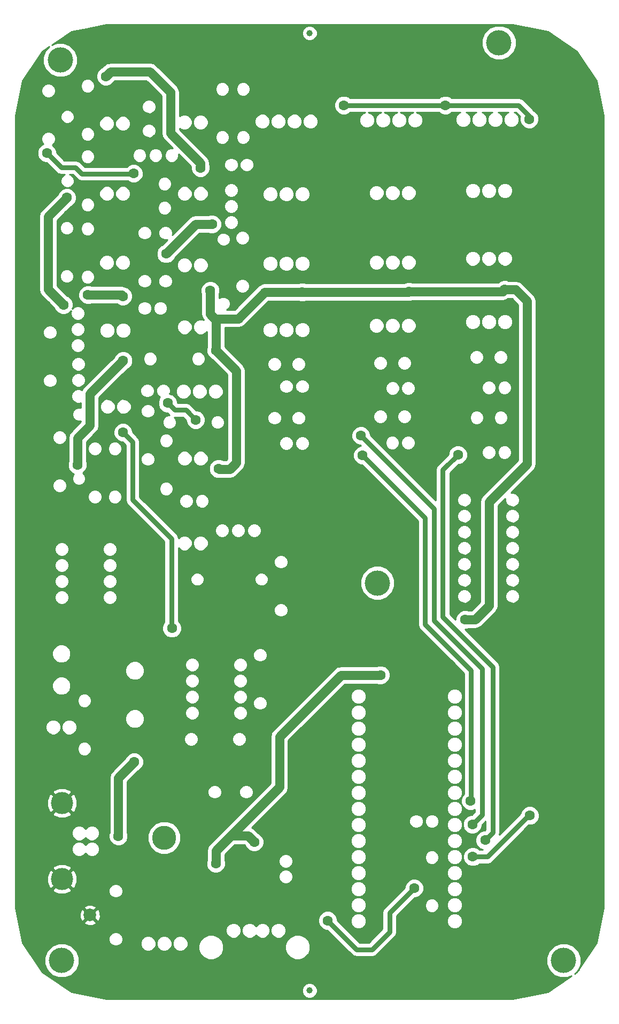
<source format=gbr>
G04 #@! TF.FileFunction,Copper,L1,Top,Signal*
%FSLAX46Y46*%
G04 Gerber Fmt 4.6, Leading zero omitted, Abs format (unit mm)*
G04 Created by KiCad (PCBNEW 4.0.2+dfsg1-2~bpo8+1-stable) date Qui 05 Jan 2017 13:39:37 BRST*
%MOMM*%
G01*
G04 APERTURE LIST*
%ADD10C,0.100000*%
%ADD11C,4.000000*%
%ADD12C,1.002000*%
%ADD13C,3.799840*%
%ADD14C,1.998980*%
%ADD15C,3.500120*%
%ADD16C,1.600000*%
%ADD17C,1.400000*%
%ADD18C,0.800000*%
%ADD19C,0.254000*%
G04 APERTURE END LIST*
D10*
D11*
X58000000Y66500000D03*
X77250000Y152000000D03*
X7750000Y149250000D03*
X8000000Y6750000D03*
D12*
X47250000Y2000000D03*
D13*
X24220000Y26194000D03*
D14*
X12470000Y13930000D03*
D15*
X8033000Y31661800D03*
X8033000Y19622200D03*
D12*
X47250000Y153500000D03*
D11*
X87500000Y6750000D03*
D16*
X31470000Y16930000D03*
X42300000Y17300000D03*
X21220000Y105930000D03*
X12420000Y102530000D03*
X66220000Y40280000D03*
X39720000Y135430000D03*
X15320000Y40980000D03*
X58220000Y45930000D03*
X13720000Y50280000D03*
X29520000Y61355000D03*
X38620000Y71755000D03*
X36445000Y62480000D03*
X66120000Y31380000D03*
X54585049Y135615049D03*
X73085049Y123315049D03*
X57885049Y123315049D03*
X69485049Y135715049D03*
X38500000Y25500000D03*
X32400000Y22100000D03*
X58470000Y51930000D03*
X32420000Y103280000D03*
X32820000Y84580000D03*
X31520000Y112780000D03*
X46085049Y112515049D03*
X71885049Y60715049D03*
X78175049Y112915049D03*
X62985049Y112615049D03*
X72730049Y31990049D03*
X55630049Y86690049D03*
X73030049Y28290049D03*
X55385049Y89815049D03*
X75060049Y25790049D03*
X70760049Y86790049D03*
X73110049Y23170049D03*
X82130049Y29690049D03*
X68760049Y142090049D03*
X52660049Y142090049D03*
X82060049Y139890049D03*
X25445000Y59330000D03*
X17695000Y90330000D03*
X8270000Y110530000D03*
X8820000Y127480000D03*
X63825000Y18200000D03*
X50120000Y13080000D03*
X29195000Y92305000D03*
X24770000Y94955000D03*
X24520000Y118580000D03*
X10470000Y85180000D03*
X16970000Y26430000D03*
X19470000Y38180000D03*
X17690000Y111880000D03*
X12120000Y112080000D03*
X17720000Y101680000D03*
X29970000Y132180000D03*
X14970000Y146680000D03*
X31820000Y123280000D03*
X19395000Y131305000D03*
X5645000Y134530000D03*
D17*
X33970000Y19430000D02*
X40170000Y19430000D01*
X31470000Y16930000D02*
X33970000Y19430000D01*
X40170000Y19430000D02*
X42300000Y17300000D01*
X66220000Y41500000D02*
X66220000Y48780000D01*
X40425000Y58500000D02*
X36445000Y62480000D01*
X56500000Y58500000D02*
X40425000Y58500000D01*
X66220000Y48780000D02*
X56500000Y58500000D01*
X21220000Y105930000D02*
X17720000Y109430000D01*
X12420000Y102530000D02*
X12420000Y106880000D01*
X14970000Y109430000D02*
X17720000Y109430000D01*
X12420000Y106880000D02*
X14970000Y109430000D01*
X54585049Y135615049D02*
X39905049Y135615049D01*
X39905049Y135615049D02*
X39720000Y135430000D01*
X69485049Y135715049D02*
X54685049Y135715049D01*
X54685049Y135715049D02*
X54585049Y135615049D01*
X15320000Y40980000D02*
X15320000Y48830000D01*
X58220000Y45930000D02*
X62720000Y45930000D01*
X62720000Y45930000D02*
X66220000Y42430000D01*
X66220000Y42430000D02*
X66220000Y41500000D01*
X66220000Y41500000D02*
X66220000Y40280000D01*
X20870000Y48655000D02*
X15495000Y48655000D01*
X15495000Y48655000D02*
X15320000Y48830000D01*
X29520000Y61355000D02*
X29520000Y58980000D01*
X23170000Y50955000D02*
X20870000Y48655000D01*
X23170000Y55730000D02*
X23170000Y50955000D01*
X24545000Y57105000D02*
X23170000Y55730000D01*
X27645000Y57105000D02*
X24545000Y57105000D01*
X29520000Y58980000D02*
X27645000Y57105000D01*
X15320000Y48830000D02*
X13870000Y50280000D01*
X13870000Y50280000D02*
X13720000Y50280000D01*
X29520000Y61355000D02*
X29545000Y61380000D01*
X35345000Y61380000D02*
X36445000Y62480000D01*
X29545000Y61380000D02*
X35345000Y61380000D01*
X36445000Y62480000D02*
X36570000Y62605000D01*
X36570000Y62605000D02*
X36570000Y69705000D01*
X36570000Y69705000D02*
X38620000Y71755000D01*
X66220000Y31480000D02*
X66220000Y40280000D01*
X66120000Y31380000D02*
X66220000Y31480000D01*
X73085049Y123315049D02*
X69485049Y126915049D01*
X69485049Y126915049D02*
X69485049Y135715049D01*
X54585049Y135615049D02*
X54385049Y135415049D01*
X54385049Y126815049D02*
X57885049Y123315049D01*
X54385049Y135415049D02*
X54385049Y126815049D01*
X38500000Y25500000D02*
X37500000Y26500000D01*
X37500000Y26500000D02*
X34800000Y26500000D01*
X32400000Y22100000D02*
X32400000Y24100000D01*
X32400000Y24100000D02*
X34800000Y26500000D01*
X34800000Y26500000D02*
X42470000Y34170000D01*
X52220000Y51930000D02*
X42470000Y42180000D01*
X58470000Y51930000D02*
X52220000Y51930000D01*
X42470000Y34170000D02*
X42470000Y42180000D01*
X32420000Y108330000D02*
X32420000Y103280000D01*
X32820000Y84580000D02*
X32920000Y84480000D01*
X32920000Y84480000D02*
X34620000Y84480000D01*
X34620000Y84480000D02*
X35620000Y85480000D01*
X35620000Y85480000D02*
X35620000Y100080000D01*
X35620000Y100080000D02*
X32420000Y103280000D01*
X32270000Y108330000D02*
X32420000Y108330000D01*
X32420000Y108330000D02*
X35970000Y108330000D01*
X40155049Y112515049D02*
X46085049Y112515049D01*
X35970000Y108330000D02*
X40155049Y112515049D01*
X31520000Y109080000D02*
X32270000Y108330000D01*
X31520000Y112780000D02*
X31520000Y109080000D01*
X62985049Y112615049D02*
X77875049Y112615049D01*
X77875049Y112615049D02*
X78175049Y112915049D01*
X46085049Y112515049D02*
X62885049Y112515049D01*
X62885049Y112515049D02*
X62985049Y112615049D01*
X75685049Y62915049D02*
X75685049Y79315049D01*
X73485049Y60715049D02*
X75685049Y62915049D01*
X73485049Y60715049D02*
X71885049Y60715049D01*
X75685049Y79315049D02*
X81685049Y85315049D01*
X81685049Y85315049D02*
X81685049Y111115049D01*
X81685049Y111115049D02*
X79885049Y112915049D01*
X78175049Y112915049D02*
X79885049Y112915049D01*
D18*
X72830049Y52660245D02*
X72830049Y32090049D01*
X72830049Y32090049D02*
X72730049Y31990049D01*
X65560045Y76760053D02*
X55630049Y86690049D01*
X72830049Y52660245D02*
X65560045Y59930249D01*
X65560045Y59930249D02*
X65560045Y76760053D01*
X74560049Y52910147D02*
X74560049Y29820049D01*
X74560049Y29820049D02*
X73030049Y28290049D01*
X55385049Y89815049D02*
X66960047Y78240051D01*
X66960047Y78240051D02*
X66960047Y60510149D01*
X74560049Y52910147D02*
X66960047Y60510149D01*
X76260049Y53190049D02*
X68360049Y61090049D01*
X76260049Y26990049D02*
X76260049Y53190049D01*
X75060049Y25790049D02*
X76260049Y26990049D01*
X70760049Y86790049D02*
X68360049Y84390049D01*
X68360049Y84390049D02*
X68360049Y61090049D01*
X75410049Y23170049D02*
X81930049Y29690049D01*
X73110049Y23170049D02*
X75410049Y23170049D01*
X82130049Y29690049D02*
X81930049Y29690049D01*
X52660049Y142090049D02*
X68760049Y142090049D01*
X68760049Y142090049D02*
X80360049Y142090049D01*
X82060049Y140390049D02*
X80360049Y142090049D01*
X82060049Y139890049D02*
X82060049Y140390049D01*
X25370000Y73505000D02*
X25370000Y59405000D01*
X25370000Y59405000D02*
X25445000Y59330000D01*
X19220000Y88805000D02*
X19220000Y79655000D01*
X19220000Y88805000D02*
X17695000Y90330000D01*
X19220000Y79655000D02*
X25370000Y73505000D01*
D17*
X5820000Y112980000D02*
X8270000Y110530000D01*
X5820000Y124480000D02*
X5820000Y112980000D01*
X8820000Y127480000D02*
X5820000Y124480000D01*
D18*
X59920000Y14300000D02*
X59925000Y14300000D01*
X59925000Y14300000D02*
X63825000Y18200000D01*
X54720000Y8480000D02*
X50120000Y13080000D01*
X57120000Y8480000D02*
X54720000Y8480000D01*
X59920000Y11280000D02*
X57120000Y8480000D01*
X59920000Y14300000D02*
X59920000Y11280000D01*
X27645000Y93855000D02*
X29195000Y92305000D01*
X25870000Y93855000D02*
X27645000Y93855000D01*
X24770000Y94955000D02*
X25870000Y93855000D01*
D17*
X24520000Y118580000D02*
X29220000Y123280000D01*
X12470000Y91430000D02*
X10470000Y89430000D01*
X10470000Y89430000D02*
X10470000Y85180000D01*
X16970000Y26430000D02*
X16970000Y35680000D01*
X16970000Y35680000D02*
X19470000Y38180000D01*
X17490000Y112080000D02*
X12120000Y112080000D01*
X17490000Y112080000D02*
X17690000Y111880000D01*
X17720000Y101680000D02*
X12470000Y96430000D01*
X12470000Y96430000D02*
X12470000Y91430000D01*
X29970000Y132180000D02*
X29970000Y132930000D01*
X29970000Y132930000D02*
X25220000Y137680000D01*
X25220000Y137680000D02*
X25220000Y144180000D01*
X25220000Y144180000D02*
X21970000Y147430000D01*
X21970000Y147430000D02*
X15720000Y147430000D01*
X15720000Y147430000D02*
X14970000Y146680000D01*
X29220000Y123280000D02*
X31820000Y123280000D01*
D18*
X19395000Y131305000D02*
X19395000Y131230000D01*
X11195000Y131230000D02*
X19395000Y131230000D01*
X10170000Y132255000D02*
X11195000Y131230000D01*
X7920000Y132255000D02*
X10170000Y132255000D01*
X5645000Y134530000D02*
X7920000Y132255000D01*
D19*
G36*
X92712937Y9527024D02*
X89612744Y4887256D01*
X89253419Y4647162D01*
X89810490Y5203262D01*
X90226526Y6205186D01*
X90227472Y7290054D01*
X89813186Y8292703D01*
X89046738Y9060490D01*
X88044814Y9476526D01*
X86959946Y9477472D01*
X85957297Y9063186D01*
X85189510Y8296738D01*
X84773474Y7294814D01*
X84772528Y6209946D01*
X85186814Y5207297D01*
X85953262Y4439510D01*
X86955186Y4023474D01*
X88040054Y4022528D01*
X88769934Y4324108D01*
X84972978Y1787063D01*
X79432533Y685000D01*
X15067467Y685000D01*
X9527022Y1787063D01*
X4887256Y4887256D01*
X1787063Y9527024D01*
X685000Y15067467D01*
X685000Y140432533D01*
X1787063Y145972978D01*
X4887256Y150612744D01*
X6000016Y151356267D01*
X5439510Y150796738D01*
X5023474Y149794814D01*
X5022528Y148709946D01*
X5436814Y147707297D01*
X5650799Y147492939D01*
X5650799Y145514245D01*
X5236412Y145343023D01*
X4919091Y145026256D01*
X4747146Y144612168D01*
X4746755Y144163799D01*
X4917977Y143749412D01*
X5234744Y143432091D01*
X5648832Y143260146D01*
X5650799Y143260145D01*
X5650799Y137894245D01*
X5236412Y137723023D01*
X4919091Y137406256D01*
X4747146Y136992168D01*
X4746755Y136543799D01*
X4917977Y136129412D01*
X5092963Y135954120D01*
X4781154Y135825283D01*
X4351227Y135396106D01*
X4118265Y134835072D01*
X4117735Y134227593D01*
X4349717Y133666154D01*
X4778894Y133236227D01*
X5339928Y133003265D01*
X5578125Y133003057D01*
X7123091Y131458091D01*
X7488716Y131213788D01*
X7920000Y131128000D01*
X8491703Y131128000D01*
X8262971Y131033490D01*
X7959596Y130730643D01*
X7795207Y130334752D01*
X7794833Y129906088D01*
X7958530Y129509911D01*
X8261377Y129206536D01*
X8517593Y129100146D01*
X8517593Y129007265D01*
X7956154Y128775283D01*
X7526227Y128346106D01*
X7425538Y128103620D01*
X4810958Y125489041D01*
X4527035Y125064119D01*
X4501624Y125026089D01*
X4393000Y124480000D01*
X4393000Y112980000D01*
X4501624Y112433911D01*
X4810959Y111970959D01*
X5904799Y110877119D01*
X5904799Y107287245D01*
X5490412Y107116023D01*
X5173091Y106799256D01*
X5001146Y106385168D01*
X5000755Y105936799D01*
X5171977Y105522412D01*
X5488744Y105205091D01*
X5902832Y105033146D01*
X5904799Y105033145D01*
X5904799Y99667245D01*
X5490412Y99496023D01*
X5173091Y99179256D01*
X5001146Y98765168D01*
X5000755Y98316799D01*
X5171977Y97902412D01*
X5488744Y97585091D01*
X5902832Y97413146D01*
X6351201Y97412755D01*
X6392930Y97429997D01*
X6392930Y44903593D01*
X5941653Y44717129D01*
X5596084Y44372163D01*
X5408833Y43921212D01*
X5408407Y43432930D01*
X5594871Y42981653D01*
X5939837Y42636084D01*
X6338429Y42470575D01*
X6338429Y33176766D01*
X5993681Y32986472D01*
X5641985Y32105224D01*
X5654299Y31156468D01*
X5993681Y30337128D01*
X6338429Y30146834D01*
X6338429Y21137166D01*
X5993681Y20946872D01*
X5641985Y20065624D01*
X5654299Y19116868D01*
X5993681Y18297528D01*
X6338429Y18107234D01*
X7853395Y19622200D01*
X6338429Y21137166D01*
X6338429Y30146834D01*
X7853395Y31661800D01*
X6338429Y33176766D01*
X6338429Y42470575D01*
X6390788Y42448833D01*
X6879070Y42448407D01*
X7330347Y42634871D01*
X7675916Y42979837D01*
X7863167Y43430788D01*
X7863593Y43919070D01*
X7677129Y44370347D01*
X7332163Y44715916D01*
X6881212Y44903167D01*
X6392930Y44903593D01*
X6392930Y97429997D01*
X6765588Y97583977D01*
X7082909Y97900744D01*
X7254854Y98314832D01*
X7255245Y98763201D01*
X7084023Y99177588D01*
X6767256Y99494909D01*
X6353168Y99666854D01*
X5904799Y99667245D01*
X5904799Y105033145D01*
X6351201Y105032755D01*
X6765588Y105203977D01*
X7082909Y105520744D01*
X7254854Y105934832D01*
X7255245Y106383201D01*
X7084023Y106797588D01*
X6767256Y107114909D01*
X6353168Y107286854D01*
X5904799Y107287245D01*
X5904799Y110877119D01*
X6875402Y109906516D01*
X6974717Y109666154D01*
X7403894Y109236227D01*
X7428799Y109225886D01*
X7428799Y90650245D01*
X7014412Y90479023D01*
X6697091Y90162256D01*
X6525146Y89748168D01*
X6524755Y89299799D01*
X6695977Y88885412D01*
X7012744Y88568091D01*
X7426832Y88396146D01*
X7428799Y88396145D01*
X7428799Y83030245D01*
X7014412Y82859023D01*
X6697091Y82542256D01*
X6525146Y82128168D01*
X6524755Y81679799D01*
X6695977Y81265412D01*
X7012744Y80948091D01*
X7426832Y80776146D01*
X7801809Y80775820D01*
X7801809Y72977195D01*
X7387440Y72805981D01*
X7070133Y72489228D01*
X6898196Y72075158D01*
X6897805Y71626809D01*
X7069019Y71212440D01*
X7385772Y70895133D01*
X7799842Y70723196D01*
X7801809Y70723195D01*
X7801809Y70437195D01*
X7387440Y70265981D01*
X7070133Y69949228D01*
X6898196Y69535158D01*
X6897805Y69086809D01*
X7069019Y68672440D01*
X7385772Y68355133D01*
X7799842Y68183196D01*
X7801809Y68183195D01*
X7801809Y67897195D01*
X7387440Y67725981D01*
X7070133Y67409228D01*
X6898196Y66995158D01*
X6897805Y66546809D01*
X7069019Y66132440D01*
X7385772Y65815133D01*
X7799842Y65643196D01*
X7801809Y65643195D01*
X7801809Y65357195D01*
X7387440Y65185981D01*
X7070133Y64869228D01*
X6898196Y64455158D01*
X6897805Y64006809D01*
X7069019Y63592440D01*
X7385772Y63275133D01*
X7650119Y63165367D01*
X7650119Y56809258D01*
X7102651Y56583049D01*
X6683423Y56164552D01*
X6456259Y55617480D01*
X6455742Y55025119D01*
X6681951Y54477651D01*
X7100448Y54058423D01*
X7647520Y53831259D01*
X7650119Y53831257D01*
X7650119Y51729258D01*
X7102651Y51503049D01*
X6683423Y51084552D01*
X6456259Y50537480D01*
X6455742Y49945119D01*
X6681951Y49397651D01*
X7100448Y48978423D01*
X7647520Y48751259D01*
X8239881Y48750742D01*
X8787349Y48976951D01*
X8932930Y49122278D01*
X8932930Y44903593D01*
X8481653Y44717129D01*
X8136084Y44372163D01*
X7948833Y43921212D01*
X7948407Y43432930D01*
X8134871Y42981653D01*
X8476424Y42639503D01*
X8476424Y34052815D01*
X7527668Y34040501D01*
X6708328Y33701119D01*
X6518034Y33356371D01*
X8033000Y31841405D01*
X8033000Y31482195D01*
X6518034Y29967229D01*
X6708328Y29622481D01*
X7589576Y29270785D01*
X8476424Y29282295D01*
X8476424Y22013215D01*
X7527668Y22000901D01*
X6708328Y21661519D01*
X6518034Y21316771D01*
X8033000Y19801805D01*
X8033000Y19442595D01*
X6518034Y17927629D01*
X6708328Y17582881D01*
X7459946Y17282919D01*
X7459946Y9477472D01*
X6457297Y9063186D01*
X5689510Y8296738D01*
X5273474Y7294814D01*
X5272528Y6209946D01*
X5686814Y5207297D01*
X6453262Y4439510D01*
X7455186Y4023474D01*
X8540054Y4022528D01*
X9542703Y4436814D01*
X10310490Y5203262D01*
X10726526Y6205186D01*
X10727472Y7290054D01*
X10313186Y8292703D01*
X9546738Y9060490D01*
X8544814Y9476526D01*
X7459946Y9477472D01*
X7459946Y17282919D01*
X7589576Y17231185D01*
X8538332Y17243499D01*
X9357672Y17582881D01*
X9547966Y17927629D01*
X8033000Y19442595D01*
X8033000Y19801805D01*
X9547966Y21316771D01*
X9357672Y21661519D01*
X8476424Y22013215D01*
X8476424Y29282295D01*
X8538332Y29283099D01*
X9357672Y29622481D01*
X9547966Y29967229D01*
X8033000Y31482195D01*
X8033000Y31841405D01*
X9547966Y33356371D01*
X9357672Y33701119D01*
X8476424Y34052815D01*
X8476424Y42639503D01*
X8479837Y42636084D01*
X8930788Y42448833D01*
X9419070Y42448407D01*
X9727571Y42575877D01*
X9727571Y33176766D01*
X8212605Y31661800D01*
X9727571Y30146834D01*
X10072319Y30337128D01*
X10424015Y31218376D01*
X10411701Y32167132D01*
X10072319Y32986472D01*
X9727571Y33176766D01*
X9727571Y42575877D01*
X9870347Y42634871D01*
X10215916Y42979837D01*
X10403167Y43430788D01*
X10403593Y43919070D01*
X10217129Y44370347D01*
X9872163Y44715916D01*
X9421212Y44903167D01*
X8932930Y44903593D01*
X8932930Y49122278D01*
X9206577Y49395448D01*
X9433741Y49942520D01*
X9434258Y50534881D01*
X9208049Y51082349D01*
X8789552Y51501577D01*
X8242480Y51728741D01*
X7650119Y51729258D01*
X7650119Y53831257D01*
X8239881Y53830742D01*
X8787349Y54056951D01*
X9206577Y54475448D01*
X9433741Y55022520D01*
X9434258Y55614881D01*
X9208049Y56162349D01*
X8789552Y56581577D01*
X8242480Y56808741D01*
X7650119Y56809258D01*
X7650119Y63165367D01*
X7799842Y63103196D01*
X8248191Y63102805D01*
X8662560Y63274019D01*
X8979867Y63590772D01*
X9151804Y64004842D01*
X9152195Y64453191D01*
X8980981Y64867560D01*
X8664228Y65184867D01*
X8250158Y65356804D01*
X7801809Y65357195D01*
X7801809Y65643195D01*
X8248191Y65642805D01*
X8662560Y65814019D01*
X8979867Y66130772D01*
X9151804Y66544842D01*
X9152195Y66993191D01*
X8980981Y67407560D01*
X8664228Y67724867D01*
X8250158Y67896804D01*
X7801809Y67897195D01*
X7801809Y68183195D01*
X8248191Y68182805D01*
X8662560Y68354019D01*
X8979867Y68670772D01*
X9151804Y69084842D01*
X9152195Y69533191D01*
X8980981Y69947560D01*
X8664228Y70264867D01*
X8250158Y70436804D01*
X7801809Y70437195D01*
X7801809Y70723195D01*
X8248191Y70722805D01*
X8662560Y70894019D01*
X8979867Y71210772D01*
X9151804Y71624842D01*
X9152195Y72073191D01*
X8980981Y72487560D01*
X8664228Y72804867D01*
X8250158Y72976804D01*
X7801809Y72977195D01*
X7801809Y80775820D01*
X7875201Y80775755D01*
X8289588Y80946977D01*
X8606909Y81263744D01*
X8778854Y81677832D01*
X8779245Y82126201D01*
X8608023Y82540588D01*
X8291256Y82857909D01*
X7877168Y83029854D01*
X7428799Y83030245D01*
X7428799Y88396145D01*
X7875201Y88395755D01*
X8289588Y88566977D01*
X8606909Y88883744D01*
X8778854Y89297832D01*
X8779245Y89746201D01*
X8608023Y90160588D01*
X8291256Y90477909D01*
X7877168Y90649854D01*
X7428799Y90650245D01*
X7428799Y109225886D01*
X7964928Y109003265D01*
X8572407Y109002735D01*
X9133846Y109234717D01*
X9455931Y109556240D01*
X9393196Y109405158D01*
X9392805Y108956809D01*
X9564019Y108542440D01*
X9880772Y108225133D01*
X10294842Y108053196D01*
X10296809Y108053195D01*
X10296809Y107767195D01*
X9882440Y107595981D01*
X9565133Y107279228D01*
X9393196Y106865158D01*
X9392805Y106416809D01*
X9564019Y106002440D01*
X9880772Y105685133D01*
X10294842Y105513196D01*
X10296809Y105513195D01*
X10296809Y105227195D01*
X9882440Y105055981D01*
X9565133Y104739228D01*
X9393196Y104325158D01*
X9392805Y103876809D01*
X9564019Y103462440D01*
X9880772Y103145133D01*
X10294842Y102973196D01*
X10396809Y102973108D01*
X10396809Y102287195D01*
X9982440Y102115981D01*
X9665133Y101799228D01*
X9493196Y101385158D01*
X9492805Y100936809D01*
X9664019Y100522440D01*
X9980772Y100205133D01*
X10394842Y100033196D01*
X10396809Y100033195D01*
X10396809Y99747195D01*
X9982440Y99575981D01*
X9665133Y99259228D01*
X9493196Y98845158D01*
X9492805Y98396809D01*
X9664019Y97982440D01*
X9980772Y97665133D01*
X10394842Y97493196D01*
X10843191Y97492805D01*
X11257560Y97664019D01*
X11574867Y97980772D01*
X11746804Y98394842D01*
X11747195Y98843191D01*
X11575981Y99257560D01*
X11259228Y99574867D01*
X10845158Y99746804D01*
X10396809Y99747195D01*
X10396809Y100033195D01*
X10843191Y100032805D01*
X11257560Y100204019D01*
X11574867Y100520772D01*
X11746804Y100934842D01*
X11747195Y101383191D01*
X11575981Y101797560D01*
X11259228Y102114867D01*
X10845158Y102286804D01*
X10396809Y102287195D01*
X10396809Y102973108D01*
X10743191Y102972805D01*
X11157560Y103144019D01*
X11474867Y103460772D01*
X11646804Y103874842D01*
X11647195Y104323191D01*
X11475981Y104737560D01*
X11159228Y105054867D01*
X10745158Y105226804D01*
X10296809Y105227195D01*
X10296809Y105513195D01*
X10743191Y105512805D01*
X11157560Y105684019D01*
X11474867Y106000772D01*
X11646804Y106414842D01*
X11647195Y106863191D01*
X11475981Y107277560D01*
X11159228Y107594867D01*
X10745158Y107766804D01*
X10296809Y107767195D01*
X10296809Y108053195D01*
X10743191Y108052805D01*
X11157560Y108224019D01*
X11474867Y108540772D01*
X11646804Y108954842D01*
X11647195Y109403191D01*
X11475981Y109817560D01*
X11159228Y110134867D01*
X10745158Y110306804D01*
X10296809Y110307195D01*
X9882440Y110135981D01*
X9672975Y109926882D01*
X9796735Y110224928D01*
X9797265Y110832407D01*
X9565283Y111393846D01*
X9136106Y111823773D01*
X8893621Y111924462D01*
X7247000Y113571082D01*
X7247000Y123888917D01*
X8571799Y125213716D01*
X8571799Y123797245D01*
X8157412Y123626023D01*
X7840091Y123309256D01*
X7668146Y122895168D01*
X7667755Y122446799D01*
X7838977Y122032412D01*
X8155744Y121715091D01*
X8569832Y121543146D01*
X8571799Y121543145D01*
X8571799Y116177245D01*
X8157412Y116006023D01*
X7840091Y115689256D01*
X7668146Y115275168D01*
X7667755Y114826799D01*
X7838977Y114412412D01*
X8155744Y114095091D01*
X8569832Y113923146D01*
X9018201Y113922755D01*
X9432588Y114093977D01*
X9749909Y114410744D01*
X9921854Y114824832D01*
X9922245Y115273201D01*
X9751023Y115687588D01*
X9434256Y116004909D01*
X9020168Y116176854D01*
X8571799Y116177245D01*
X8571799Y121543145D01*
X9018201Y121542755D01*
X9432588Y121713977D01*
X9749909Y122030744D01*
X9921854Y122444832D01*
X9922245Y122893201D01*
X9751023Y123307588D01*
X9434256Y123624909D01*
X9020168Y123796854D01*
X8571799Y123797245D01*
X8571799Y125213716D01*
X9443483Y126085401D01*
X9683846Y126184717D01*
X10113773Y126613894D01*
X10346735Y127174928D01*
X10347265Y127782407D01*
X10115283Y128343846D01*
X9686106Y128773773D01*
X9125072Y129006735D01*
X8517593Y129007265D01*
X8517593Y129100146D01*
X8657268Y129042147D01*
X9085932Y129041773D01*
X9482109Y129205470D01*
X9785484Y129508317D01*
X9949873Y129904208D01*
X9950247Y130332872D01*
X9786550Y130729049D01*
X9483703Y131032424D01*
X9253531Y131128000D01*
X9703182Y131128000D01*
X10398091Y130433091D01*
X10763716Y130188788D01*
X11195000Y130103000D01*
X11873799Y130103000D01*
X11873799Y127480245D01*
X11459412Y127309023D01*
X11142091Y126992256D01*
X10970146Y126578168D01*
X10969755Y126129799D01*
X11140977Y125715412D01*
X11457744Y125398091D01*
X11871832Y125226146D01*
X11873799Y125226145D01*
X11873799Y123670245D01*
X11459412Y123499023D01*
X11142091Y123182256D01*
X10970146Y122768168D01*
X10969755Y122319799D01*
X11140977Y121905412D01*
X11457744Y121588091D01*
X11871832Y121416146D01*
X11873799Y121416145D01*
X11873799Y116050245D01*
X11459412Y115879023D01*
X11142091Y115562256D01*
X10970146Y115148168D01*
X10969755Y114699799D01*
X11140977Y114285412D01*
X11457744Y113968091D01*
X11817593Y113818669D01*
X11817593Y113607265D01*
X11256154Y113375283D01*
X10826227Y112946106D01*
X10593265Y112385072D01*
X10592735Y111777593D01*
X10824717Y111216154D01*
X11253894Y110786227D01*
X11814928Y110553265D01*
X12422407Y110552735D01*
X12665067Y110653000D01*
X14957005Y110653000D01*
X14957005Y107681012D01*
X14505869Y107494606D01*
X14160407Y107149747D01*
X13973214Y106698936D01*
X13972788Y106210805D01*
X14159194Y105759669D01*
X14504053Y105414207D01*
X14954864Y105227014D01*
X15442995Y105226588D01*
X15894131Y105412994D01*
X16239593Y105757853D01*
X16426786Y106208664D01*
X16427212Y106696795D01*
X16240806Y107147931D01*
X15895947Y107493393D01*
X15445136Y107680586D01*
X14957005Y107681012D01*
X14957005Y110653000D01*
X16757237Y110653000D01*
X16823894Y110586227D01*
X17384928Y110353265D01*
X17497005Y110353168D01*
X17497005Y107681012D01*
X17045869Y107494606D01*
X16700407Y107149747D01*
X16513214Y106698936D01*
X16512788Y106210805D01*
X16699194Y105759669D01*
X17044053Y105414207D01*
X17417593Y105259100D01*
X17417593Y103207265D01*
X16856154Y102975283D01*
X16426227Y102546106D01*
X16325538Y102303620D01*
X11460959Y97439042D01*
X11205738Y97057078D01*
X10845158Y97206804D01*
X10396809Y97207195D01*
X9982440Y97035981D01*
X9665133Y96719228D01*
X9493196Y96305158D01*
X9492805Y95856809D01*
X9664019Y95442440D01*
X9980772Y95125133D01*
X10394842Y94953196D01*
X10843191Y94952805D01*
X11043000Y95035365D01*
X11043000Y94222066D01*
X10932732Y94267853D01*
X10504068Y94268227D01*
X10107891Y94104530D01*
X9804516Y93801683D01*
X9640127Y93405792D01*
X9639753Y92977128D01*
X9803450Y92580951D01*
X10106297Y92277576D01*
X10502188Y92113187D01*
X10930852Y92112813D01*
X11043000Y92159152D01*
X11043000Y92021082D01*
X9460959Y90439041D01*
X9151624Y89976089D01*
X9043000Y89430000D01*
X9043000Y85725260D01*
X8943265Y85485072D01*
X8942735Y84877593D01*
X9174717Y84316154D01*
X9603894Y83886227D01*
X9918587Y83755555D01*
X9804516Y83641683D01*
X9640127Y83245792D01*
X9639753Y82817128D01*
X9803450Y82420951D01*
X10106297Y82117576D01*
X10502188Y81953187D01*
X10930852Y81952813D01*
X11327029Y82116510D01*
X11365799Y82155212D01*
X11365799Y48994245D01*
X10951412Y48823023D01*
X10634091Y48506256D01*
X10462146Y48092168D01*
X10461755Y47643799D01*
X10632977Y47229412D01*
X10949744Y46912091D01*
X11363832Y46740146D01*
X11365799Y46740145D01*
X11365799Y41374245D01*
X10951412Y41203023D01*
X10634091Y40886256D01*
X10462146Y40472168D01*
X10461755Y40023799D01*
X10632977Y39609412D01*
X10949744Y39292091D01*
X11363832Y39120146D01*
X11812201Y39119755D01*
X12226588Y39290977D01*
X12519360Y39583237D01*
X12519360Y28088788D01*
X12077423Y27906183D01*
X11753832Y27583157D01*
X11432556Y27904995D01*
X10990937Y28088371D01*
X10512760Y28088788D01*
X10070823Y27906183D01*
X9732405Y27568356D01*
X9549029Y27126737D01*
X9548612Y26648560D01*
X9731217Y26206623D01*
X10069044Y25868205D01*
X10510663Y25684829D01*
X10988840Y25684412D01*
X11430777Y25867017D01*
X11754368Y26190043D01*
X12075644Y25868205D01*
X12517263Y25684829D01*
X12519360Y25684828D01*
X12519360Y25599588D01*
X12077423Y25416983D01*
X11753832Y25093957D01*
X11432556Y25415795D01*
X10990937Y25599171D01*
X10512760Y25599588D01*
X10070823Y25416983D01*
X9732405Y25079156D01*
X9549029Y24637537D01*
X9548612Y24159360D01*
X9727571Y23726247D01*
X9727571Y21137166D01*
X8212605Y19622200D01*
X9727571Y18107234D01*
X10072319Y18297528D01*
X10424015Y19178776D01*
X10411701Y20127532D01*
X10072319Y20946872D01*
X9727571Y21137166D01*
X9727571Y23726247D01*
X9731217Y23717423D01*
X10069044Y23379005D01*
X10510663Y23195629D01*
X10988840Y23195212D01*
X11317837Y23331151D01*
X11317837Y14902557D01*
X11051035Y14803958D01*
X10824599Y14194418D01*
X10848659Y13544623D01*
X11051035Y13056042D01*
X11317837Y12957443D01*
X12290395Y13930000D01*
X11317837Y14902557D01*
X11317837Y23331151D01*
X11430777Y23377817D01*
X11754368Y23700843D01*
X12075644Y23379005D01*
X12517263Y23195629D01*
X12734418Y23195440D01*
X12734418Y15575401D01*
X12084623Y15551341D01*
X11596042Y15348965D01*
X11497443Y15082163D01*
X12470000Y14109605D01*
X12470000Y13750395D01*
X11497443Y12777837D01*
X11596042Y12511035D01*
X12205582Y12284599D01*
X12855377Y12308659D01*
X13343958Y12511035D01*
X13442557Y12777837D01*
X12470000Y13750395D01*
X12470000Y14109605D01*
X13442557Y15082163D01*
X13343958Y15348965D01*
X12734418Y15575401D01*
X12734418Y23195440D01*
X12995440Y23195212D01*
X13437377Y23377817D01*
X13622163Y23562280D01*
X13622163Y14902557D01*
X12649605Y13930000D01*
X13622163Y12957443D01*
X13888965Y13056042D01*
X14115401Y13665582D01*
X14091341Y14315377D01*
X13888965Y14803958D01*
X13622163Y14902557D01*
X13622163Y23562280D01*
X13775795Y23715644D01*
X13959171Y24157263D01*
X13959588Y24635440D01*
X13776983Y25077377D01*
X13439156Y25415795D01*
X12997537Y25599171D01*
X12519360Y25599588D01*
X12519360Y25684828D01*
X12995440Y25684412D01*
X13437377Y25867017D01*
X13775795Y26204844D01*
X13959171Y26646463D01*
X13959588Y27124640D01*
X13776983Y27566577D01*
X13439156Y27904995D01*
X12997537Y28088371D01*
X12519360Y28088788D01*
X12519360Y39583237D01*
X12543909Y39607744D01*
X12715854Y40021832D01*
X12716245Y40470201D01*
X12545023Y40884588D01*
X12228256Y41201909D01*
X11814168Y41373854D01*
X11365799Y41374245D01*
X11365799Y46740145D01*
X11812201Y46739755D01*
X12226588Y46910977D01*
X12543909Y47227744D01*
X12715854Y47641832D01*
X12716245Y48090201D01*
X12545023Y48504588D01*
X12228256Y48821909D01*
X11814168Y48993854D01*
X11365799Y48994245D01*
X11365799Y82155212D01*
X11630404Y82419357D01*
X11794793Y82815248D01*
X11795167Y83243912D01*
X11631470Y83640089D01*
X11360603Y83911428D01*
X11763773Y84313894D01*
X11996735Y84874928D01*
X11997265Y85482407D01*
X11897000Y85725067D01*
X11897000Y88838918D01*
X13016799Y89958717D01*
X13016799Y88872245D01*
X12602412Y88701023D01*
X12285091Y88384256D01*
X12113146Y87970168D01*
X12112755Y87521799D01*
X12283977Y87107412D01*
X12600744Y86790091D01*
X13014832Y86618146D01*
X13016799Y86618145D01*
X13016799Y81252245D01*
X12602412Y81081023D01*
X12285091Y80764256D01*
X12113146Y80350168D01*
X12112755Y79901799D01*
X12283977Y79487412D01*
X12600744Y79170091D01*
X13014832Y78998146D01*
X13463201Y78997755D01*
X13877588Y79168977D01*
X14194909Y79485744D01*
X14366854Y79899832D01*
X14367245Y80348201D01*
X14196023Y80762588D01*
X13879256Y81079909D01*
X13465168Y81251854D01*
X13016799Y81252245D01*
X13016799Y86618145D01*
X13463201Y86617755D01*
X13877588Y86788977D01*
X14194909Y87105744D01*
X14366854Y87519832D01*
X14367245Y87968201D01*
X14196023Y88382588D01*
X13879256Y88699909D01*
X13465168Y88871854D01*
X13016799Y88872245D01*
X13016799Y89958717D01*
X13479041Y90420959D01*
X13788376Y90883911D01*
X13897000Y91430000D01*
X13897000Y95838917D01*
X15007005Y96948922D01*
X15007005Y95631012D01*
X14555869Y95444606D01*
X14210407Y95099747D01*
X14023214Y94648936D01*
X14022788Y94160805D01*
X14209194Y93709669D01*
X14554053Y93364207D01*
X15004864Y93177014D01*
X15492995Y93176588D01*
X15944131Y93362994D01*
X16289593Y93707853D01*
X16476786Y94158664D01*
X16477212Y94646795D01*
X16290806Y95097931D01*
X15945947Y95443393D01*
X15495136Y95630586D01*
X15007005Y95631012D01*
X15007005Y96948922D01*
X17547005Y99488922D01*
X17547005Y95631012D01*
X17095869Y95444606D01*
X16750407Y95099747D01*
X16563214Y94648936D01*
X16562788Y94160805D01*
X16749194Y93709669D01*
X17094053Y93364207D01*
X17392593Y93240243D01*
X17392593Y91857265D01*
X16831154Y91625283D01*
X16401227Y91196106D01*
X16168265Y90635072D01*
X16167735Y90027593D01*
X16191799Y89969354D01*
X16191799Y88872245D01*
X15777412Y88701023D01*
X15460091Y88384256D01*
X15288146Y87970168D01*
X15287755Y87521799D01*
X15458977Y87107412D01*
X15775744Y86790091D01*
X16189832Y86618146D01*
X16191799Y86618145D01*
X16191799Y81252245D01*
X15777412Y81081023D01*
X15460091Y80764256D01*
X15288146Y80350168D01*
X15287755Y79901799D01*
X15421809Y79577366D01*
X15421809Y72977195D01*
X15007440Y72805981D01*
X14690133Y72489228D01*
X14518196Y72075158D01*
X14517805Y71626809D01*
X14689019Y71212440D01*
X15005772Y70895133D01*
X15419842Y70723196D01*
X15421809Y70723195D01*
X15421809Y70437195D01*
X15007440Y70265981D01*
X14690133Y69949228D01*
X14518196Y69535158D01*
X14517805Y69086809D01*
X14689019Y68672440D01*
X15005772Y68355133D01*
X15419842Y68183196D01*
X15421809Y68183195D01*
X15421809Y67897195D01*
X15007440Y67725981D01*
X14690133Y67409228D01*
X14518196Y66995158D01*
X14517805Y66546809D01*
X14689019Y66132440D01*
X15005772Y65815133D01*
X15419842Y65643196D01*
X15421809Y65643195D01*
X15421809Y65357195D01*
X15007440Y65185981D01*
X14690133Y64869228D01*
X14518196Y64455158D01*
X14517805Y64006809D01*
X14689019Y63592440D01*
X15005772Y63275133D01*
X15419842Y63103196D01*
X15868191Y63102805D01*
X16282560Y63274019D01*
X16599867Y63590772D01*
X16771804Y64004842D01*
X16772195Y64453191D01*
X16600981Y64867560D01*
X16284228Y65184867D01*
X15870158Y65356804D01*
X15421809Y65357195D01*
X15421809Y65643195D01*
X15868191Y65642805D01*
X16282560Y65814019D01*
X16599867Y66130772D01*
X16771804Y66544842D01*
X16772195Y66993191D01*
X16600981Y67407560D01*
X16284228Y67724867D01*
X15870158Y67896804D01*
X15421809Y67897195D01*
X15421809Y68183195D01*
X15868191Y68182805D01*
X16282560Y68354019D01*
X16599867Y68670772D01*
X16771804Y69084842D01*
X16772195Y69533191D01*
X16600981Y69947560D01*
X16284228Y70264867D01*
X15870158Y70436804D01*
X15421809Y70437195D01*
X15421809Y70723195D01*
X15868191Y70722805D01*
X16282560Y70894019D01*
X16599867Y71210772D01*
X16771804Y71624842D01*
X16772195Y72073191D01*
X16600981Y72487560D01*
X16284228Y72804867D01*
X15870158Y72976804D01*
X15421809Y72977195D01*
X15421809Y79577366D01*
X15458977Y79487412D01*
X15775744Y79170091D01*
X16189832Y78998146D01*
X16638201Y78997755D01*
X17052588Y79168977D01*
X17369909Y79485744D01*
X17541854Y79899832D01*
X17542245Y80348201D01*
X17371023Y80762588D01*
X17054256Y81079909D01*
X16640168Y81251854D01*
X16191799Y81252245D01*
X16191799Y86618145D01*
X16638201Y86617755D01*
X17052588Y86788977D01*
X17369909Y87105744D01*
X17541854Y87519832D01*
X17542245Y87968201D01*
X17371023Y88382588D01*
X17054256Y88699909D01*
X16640168Y88871854D01*
X16191799Y88872245D01*
X16191799Y89969354D01*
X16399717Y89466154D01*
X16828894Y89036227D01*
X17389928Y88803265D01*
X17628124Y88803057D01*
X18093000Y88338181D01*
X18093000Y79655000D01*
X18178788Y79223716D01*
X18423091Y78858091D01*
X19267574Y78013608D01*
X19267574Y54152365D01*
X18706097Y53920368D01*
X18276142Y53491162D01*
X18043165Y52930092D01*
X18042635Y52322574D01*
X18274632Y51761097D01*
X18703838Y51331142D01*
X19264908Y51098165D01*
X19267574Y51098163D01*
X19267574Y46532365D01*
X18706097Y46300368D01*
X18276142Y45871162D01*
X18043165Y45310092D01*
X18042635Y44702574D01*
X18274632Y44141097D01*
X18703838Y43711142D01*
X19167593Y43518574D01*
X19167593Y39707265D01*
X18606154Y39475283D01*
X18176227Y39046106D01*
X18075538Y38803620D01*
X15960959Y36689041D01*
X15651624Y36226089D01*
X15543000Y35680000D01*
X15543000Y26975260D01*
X15443265Y26735072D01*
X15442735Y26127593D01*
X15674717Y25566154D01*
X16103894Y25136227D01*
X16318799Y25046991D01*
X16318799Y18895245D01*
X15904412Y18724023D01*
X15587091Y18407256D01*
X15415146Y17993168D01*
X15414755Y17544799D01*
X15585977Y17130412D01*
X15902744Y16813091D01*
X16316832Y16641146D01*
X16318799Y16641145D01*
X16318799Y11275245D01*
X15904412Y11104023D01*
X15587091Y10787256D01*
X15415146Y10373168D01*
X15414755Y9924799D01*
X15585977Y9510412D01*
X15902744Y9193091D01*
X16316832Y9021146D01*
X16765201Y9020755D01*
X17179588Y9191977D01*
X17496909Y9508744D01*
X17668854Y9922832D01*
X17669245Y10371201D01*
X17498023Y10785588D01*
X17181256Y11102909D01*
X16767168Y11274854D01*
X16318799Y11275245D01*
X16318799Y16641145D01*
X16765201Y16640755D01*
X17179588Y16811977D01*
X17496909Y17128744D01*
X17668854Y17542832D01*
X17669245Y17991201D01*
X17498023Y18405588D01*
X17181256Y18722909D01*
X16767168Y18894854D01*
X16318799Y18895245D01*
X16318799Y25046991D01*
X16664928Y24903265D01*
X17272407Y24902735D01*
X17833846Y25134717D01*
X18263773Y25563894D01*
X18496735Y26124928D01*
X18497265Y26732407D01*
X18397000Y26975067D01*
X18397000Y35088918D01*
X20093483Y36785401D01*
X20333846Y36884717D01*
X20763773Y37313894D01*
X20996735Y37874928D01*
X20997265Y38482407D01*
X20765283Y39043846D01*
X20336106Y39473773D01*
X19775072Y39706735D01*
X19167593Y39707265D01*
X19167593Y43518574D01*
X19264908Y43478165D01*
X19872426Y43477635D01*
X20433903Y43709632D01*
X20863858Y44138838D01*
X21096835Y44699908D01*
X21097365Y45307426D01*
X20865368Y45868903D01*
X20436162Y46298858D01*
X19875092Y46531835D01*
X19267574Y46532365D01*
X19267574Y51098163D01*
X19872426Y51097635D01*
X20433903Y51329632D01*
X20863858Y51758838D01*
X21096835Y52319908D01*
X21097365Y52927426D01*
X20865368Y53488903D01*
X20436162Y53918858D01*
X19875092Y54151835D01*
X19267574Y54152365D01*
X19267574Y78013608D01*
X21436930Y75844252D01*
X21436930Y10657593D01*
X20985653Y10471129D01*
X20640084Y10126163D01*
X20452833Y9675212D01*
X20452407Y9186930D01*
X20638871Y8735653D01*
X20983837Y8390084D01*
X21434788Y8202833D01*
X21923070Y8202407D01*
X22374347Y8388871D01*
X22719916Y8733837D01*
X22907167Y9184788D01*
X22907593Y9673070D01*
X22721129Y10124347D01*
X22376163Y10469916D01*
X21925212Y10657167D01*
X21436930Y10657593D01*
X21436930Y75844252D01*
X23699766Y73581416D01*
X23699766Y28821375D01*
X22733914Y28422293D01*
X21994304Y27683973D01*
X21593537Y26718819D01*
X21592625Y25673766D01*
X21991707Y24707914D01*
X22730027Y23968304D01*
X23695181Y23567537D01*
X23976930Y23567292D01*
X23976930Y10657593D01*
X23525653Y10471129D01*
X23180084Y10126163D01*
X22992833Y9675212D01*
X22992407Y9186930D01*
X23178871Y8735653D01*
X23523837Y8390084D01*
X23974788Y8202833D01*
X24463070Y8202407D01*
X24914347Y8388871D01*
X25259916Y8733837D01*
X25447167Y9184788D01*
X25447593Y9673070D01*
X25261129Y10124347D01*
X24916163Y10469916D01*
X24465212Y10657167D01*
X23976930Y10657593D01*
X23976930Y23567292D01*
X24740234Y23566625D01*
X25706086Y23965707D01*
X26445696Y24704027D01*
X26516930Y24875577D01*
X26516930Y10657593D01*
X26065653Y10471129D01*
X25720084Y10126163D01*
X25532833Y9675212D01*
X25532407Y9186930D01*
X25718871Y8735653D01*
X26063837Y8390084D01*
X26514788Y8202833D01*
X27003070Y8202407D01*
X27454347Y8388871D01*
X27799916Y8733837D01*
X27987167Y9184788D01*
X27987593Y9673070D01*
X27801129Y10124347D01*
X27456163Y10469916D01*
X27005212Y10657167D01*
X26516930Y10657593D01*
X26516930Y24875577D01*
X26846463Y25669181D01*
X26847375Y26714234D01*
X26448293Y27680086D01*
X25709973Y28419696D01*
X24744819Y28820463D01*
X23699766Y28821375D01*
X23699766Y73581416D01*
X24243000Y73038181D01*
X24243000Y60287719D01*
X24151227Y60196106D01*
X23918265Y59635072D01*
X23917735Y59027593D01*
X24149717Y58466154D01*
X24578894Y58036227D01*
X25139928Y57803265D01*
X25747407Y57802735D01*
X26308846Y58034717D01*
X26738773Y58463894D01*
X26971735Y59024928D01*
X26972265Y59632407D01*
X26740283Y60193846D01*
X26497000Y60437554D01*
X26497000Y72021709D01*
X26754053Y71764207D01*
X27204864Y71577014D01*
X27692995Y71576588D01*
X28144131Y71762994D01*
X28489593Y72107853D01*
X28676786Y72558664D01*
X28677212Y73046795D01*
X28490806Y73497931D01*
X28145947Y73843393D01*
X27695136Y74030586D01*
X27207005Y74031012D01*
X26755869Y73844606D01*
X26483526Y73572738D01*
X26425445Y73864730D01*
X26411212Y73936285D01*
X26166909Y74301910D01*
X20347000Y80121818D01*
X20347000Y88805000D01*
X20261212Y89236284D01*
X20016910Y89601909D01*
X19222059Y90396759D01*
X19222265Y90632407D01*
X18990283Y91193846D01*
X18561106Y91623773D01*
X18000072Y91856735D01*
X17392593Y91857265D01*
X17392593Y93240243D01*
X17544864Y93177014D01*
X18032995Y93176588D01*
X18484131Y93362994D01*
X18829593Y93707853D01*
X19016786Y94158664D01*
X19017212Y94646795D01*
X18830806Y95097931D01*
X18485947Y95443393D01*
X18035136Y95630586D01*
X17547005Y95631012D01*
X17547005Y99488922D01*
X18343483Y100285401D01*
X18583846Y100384717D01*
X19013773Y100813894D01*
X19246735Y101374928D01*
X19247265Y101982407D01*
X19015283Y102543846D01*
X18586106Y102973773D01*
X18025072Y103206735D01*
X17417593Y103207265D01*
X17417593Y105259100D01*
X17494864Y105227014D01*
X17982995Y105226588D01*
X18434131Y105412994D01*
X18779593Y105757853D01*
X18966786Y106208664D01*
X18967212Y106696795D01*
X18780806Y107147931D01*
X18435947Y107493393D01*
X17985136Y107680586D01*
X17497005Y107681012D01*
X17497005Y110353168D01*
X17992407Y110352735D01*
X18553846Y110584717D01*
X18983773Y111013894D01*
X19216735Y111574928D01*
X19217265Y112182407D01*
X18985283Y112743846D01*
X18556106Y113173773D01*
X18070377Y113375466D01*
X18036089Y113398376D01*
X17995997Y113406351D01*
X17995072Y113406735D01*
X17994061Y113406736D01*
X17490000Y113507000D01*
X12665260Y113507000D01*
X12425072Y113606735D01*
X11817593Y113607265D01*
X11817593Y113818669D01*
X11871832Y113796146D01*
X12320201Y113795755D01*
X12734588Y113966977D01*
X13051909Y114283744D01*
X13223854Y114697832D01*
X13224245Y115146201D01*
X13053023Y115560588D01*
X12736256Y115877909D01*
X12322168Y116049854D01*
X11873799Y116050245D01*
X11873799Y121416145D01*
X12320201Y121415755D01*
X12734588Y121586977D01*
X13051909Y121903744D01*
X13223854Y122317832D01*
X13224245Y122766201D01*
X13053023Y123180588D01*
X12736256Y123497909D01*
X12322168Y123669854D01*
X11873799Y123670245D01*
X11873799Y125226145D01*
X12320201Y125225755D01*
X12734588Y125396977D01*
X13051909Y125713744D01*
X13223854Y126127832D01*
X13224245Y126576201D01*
X13053023Y126990588D01*
X12736256Y127307909D01*
X12322168Y127479854D01*
X11873799Y127480245D01*
X11873799Y130103000D01*
X14907005Y130103000D01*
X14907005Y129331012D01*
X14455869Y129144606D01*
X14110407Y128799747D01*
X13923214Y128348936D01*
X13922788Y127860805D01*
X14109194Y127409669D01*
X14454053Y127064207D01*
X14904864Y126877014D01*
X14907005Y126877013D01*
X14907005Y118431012D01*
X14455869Y118244606D01*
X14110407Y117899747D01*
X13923214Y117448936D01*
X13922788Y116960805D01*
X14109194Y116509669D01*
X14454053Y116164207D01*
X14904864Y115977014D01*
X15392995Y115976588D01*
X15844131Y116162994D01*
X16189593Y116507853D01*
X16376786Y116958664D01*
X16377212Y117446795D01*
X16190806Y117897931D01*
X15845947Y118243393D01*
X15395136Y118430586D01*
X14907005Y118431012D01*
X14907005Y126877013D01*
X15392995Y126876588D01*
X15844131Y127062994D01*
X16189593Y127407853D01*
X16376786Y127858664D01*
X16377212Y128346795D01*
X16190806Y128797931D01*
X15845947Y129143393D01*
X15395136Y129330586D01*
X14907005Y129331012D01*
X14907005Y130103000D01*
X17447005Y130103000D01*
X17447005Y129331012D01*
X16995869Y129144606D01*
X16650407Y128799747D01*
X16463214Y128348936D01*
X16462788Y127860805D01*
X16649194Y127409669D01*
X16994053Y127064207D01*
X17444864Y126877014D01*
X17447005Y126877013D01*
X17447005Y118431012D01*
X16995869Y118244606D01*
X16650407Y117899747D01*
X16463214Y117448936D01*
X16462788Y116960805D01*
X16649194Y116509669D01*
X16994053Y116164207D01*
X17444864Y115977014D01*
X17932995Y115976588D01*
X18384131Y116162994D01*
X18729593Y116507853D01*
X18916786Y116958664D01*
X18917212Y117446795D01*
X18730806Y117897931D01*
X18385947Y118243393D01*
X17935136Y118430586D01*
X17447005Y118431012D01*
X17447005Y126877013D01*
X17932995Y126876588D01*
X18384131Y127062994D01*
X18729593Y127407853D01*
X18916786Y127858664D01*
X18917212Y128346795D01*
X18730806Y128797931D01*
X18385947Y129143393D01*
X17935136Y129330586D01*
X17447005Y129331012D01*
X17447005Y130103000D01*
X18437281Y130103000D01*
X18528894Y130011227D01*
X19089928Y129778265D01*
X19697407Y129777735D01*
X20258846Y130009717D01*
X20688773Y130438894D01*
X20890799Y130925425D01*
X20890799Y123035245D01*
X20476412Y122864023D01*
X20159091Y122547256D01*
X19987146Y122133168D01*
X19986755Y121684799D01*
X20157977Y121270412D01*
X20474744Y120953091D01*
X20888832Y120781146D01*
X20890799Y120781145D01*
X20890799Y115415245D01*
X20476412Y115244023D01*
X20159091Y114927256D01*
X19987146Y114513168D01*
X19986755Y114064799D01*
X20157977Y113650412D01*
X20474744Y113333091D01*
X20888832Y113161146D01*
X20896809Y113161140D01*
X20896809Y111107195D01*
X20482440Y110935981D01*
X20165133Y110619228D01*
X19993196Y110205158D01*
X19992805Y109756809D01*
X20164019Y109342440D01*
X20480772Y109025133D01*
X20894842Y108853196D01*
X21343191Y108852805D01*
X21757560Y109024019D01*
X21779799Y109046219D01*
X21779799Y103096245D01*
X21365412Y102925023D01*
X21048091Y102608256D01*
X20876146Y102194168D01*
X20875755Y101745799D01*
X21046977Y101331412D01*
X21346809Y101031056D01*
X21346809Y98057195D01*
X20932440Y97885981D01*
X20615133Y97569228D01*
X20443196Y97155158D01*
X20442805Y96706809D01*
X20614019Y96292440D01*
X20930772Y95975133D01*
X21344842Y95803196D01*
X21398799Y95803149D01*
X21398799Y94841245D01*
X20984412Y94670023D01*
X20667091Y94353256D01*
X20495146Y93939168D01*
X20494755Y93490799D01*
X20665977Y93076412D01*
X20982744Y92759091D01*
X21396832Y92587146D01*
X21398799Y92587145D01*
X21398799Y87221245D01*
X20984412Y87050023D01*
X20667091Y86733256D01*
X20495146Y86319168D01*
X20494755Y85870799D01*
X20665977Y85456412D01*
X20982744Y85139091D01*
X21396832Y84967146D01*
X21845201Y84966755D01*
X22259588Y85137977D01*
X22576909Y85454744D01*
X22748854Y85868832D01*
X22749245Y86317201D01*
X22578023Y86731588D01*
X22261256Y87048909D01*
X21847168Y87220854D01*
X21398799Y87221245D01*
X21398799Y92587145D01*
X21845201Y92586755D01*
X22259588Y92757977D01*
X22576909Y93074744D01*
X22748854Y93488832D01*
X22749245Y93937201D01*
X22578023Y94351588D01*
X22261256Y94668909D01*
X21847168Y94840854D01*
X21398799Y94841245D01*
X21398799Y95803149D01*
X21793191Y95802805D01*
X22207560Y95974019D01*
X22524867Y96290772D01*
X22696804Y96704842D01*
X22697195Y97153191D01*
X22525981Y97567560D01*
X22209228Y97884867D01*
X21795158Y98056804D01*
X21346809Y98057195D01*
X21346809Y101031056D01*
X21363744Y101014091D01*
X21777832Y100842146D01*
X22226201Y100841755D01*
X22640588Y101012977D01*
X22957909Y101329744D01*
X23129854Y101743832D01*
X23130245Y102192201D01*
X22959023Y102606588D01*
X22642256Y102923909D01*
X22228168Y103095854D01*
X21779799Y103096245D01*
X21779799Y109046219D01*
X22074867Y109340772D01*
X22246804Y109754842D01*
X22247195Y110203191D01*
X22075981Y110617560D01*
X21759228Y110934867D01*
X21345158Y111106804D01*
X20896809Y111107195D01*
X20896809Y113161140D01*
X21337201Y113160755D01*
X21751588Y113331977D01*
X22068909Y113648744D01*
X22240854Y114062832D01*
X22241245Y114511201D01*
X22070023Y114925588D01*
X21753256Y115242909D01*
X21339168Y115414854D01*
X20890799Y115415245D01*
X20890799Y120781145D01*
X21337201Y120780755D01*
X21751588Y120951977D01*
X22068909Y121268744D01*
X22240854Y121682832D01*
X22241245Y122131201D01*
X22070023Y122545588D01*
X21753256Y122862909D01*
X21339168Y123034854D01*
X20890799Y123035245D01*
X20890799Y130925425D01*
X20921735Y130999928D01*
X20922265Y131607407D01*
X20690283Y132168846D01*
X20261106Y132598773D01*
X19700072Y132831735D01*
X19092593Y132832265D01*
X18531154Y132600283D01*
X18287446Y132357000D01*
X11661818Y132357000D01*
X10966909Y133051909D01*
X10601284Y133296212D01*
X10170000Y133382000D01*
X8386818Y133382000D01*
X7172059Y134596759D01*
X7172265Y134832407D01*
X6940283Y135393846D01*
X6517745Y135817123D01*
X6828909Y136127744D01*
X7000854Y136541832D01*
X7001245Y136990201D01*
X6830023Y137404588D01*
X6513256Y137721909D01*
X6099168Y137893854D01*
X5650799Y137894245D01*
X5650799Y143260145D01*
X6097201Y143259755D01*
X6511588Y143430977D01*
X6828909Y143747744D01*
X7000854Y144161832D01*
X7001245Y144610201D01*
X6830023Y145024588D01*
X6513256Y145341909D01*
X6099168Y145513854D01*
X5650799Y145514245D01*
X5650799Y147492939D01*
X6203262Y146939510D01*
X7205186Y146523474D01*
X8290054Y146522528D01*
X8659148Y146675034D01*
X8659148Y141357187D01*
X8262971Y141193490D01*
X7959596Y140890643D01*
X7795207Y140494752D01*
X7794833Y140066088D01*
X7958530Y139669911D01*
X8261377Y139366536D01*
X8657268Y139202147D01*
X9085932Y139201773D01*
X9482109Y139365470D01*
X9785484Y139668317D01*
X9949873Y140064208D01*
X9950247Y140492872D01*
X9786550Y140889049D01*
X9483703Y141192424D01*
X9087812Y141356813D01*
X8659148Y141357187D01*
X8659148Y146675034D01*
X9292703Y146936814D01*
X10060490Y147703262D01*
X10476526Y148705186D01*
X10477472Y149790054D01*
X10063186Y150792703D01*
X9296738Y151560490D01*
X8294814Y151976526D01*
X7209946Y151977472D01*
X6475619Y151674055D01*
X9527024Y153712937D01*
X11873799Y154179739D01*
X11873799Y146276245D01*
X11459412Y146105023D01*
X11142091Y145788256D01*
X10970146Y145374168D01*
X10969755Y144925799D01*
X11140977Y144511412D01*
X11457744Y144194091D01*
X11871832Y144022146D01*
X11873799Y144022145D01*
X11873799Y138656245D01*
X11459412Y138485023D01*
X11142091Y138168256D01*
X10970146Y137754168D01*
X10969755Y137305799D01*
X11140977Y136891412D01*
X11457744Y136574091D01*
X11871832Y136402146D01*
X11873799Y136402145D01*
X11873799Y135100245D01*
X11459412Y134929023D01*
X11142091Y134612256D01*
X10970146Y134198168D01*
X10969755Y133749799D01*
X11140977Y133335412D01*
X11457744Y133018091D01*
X11871832Y132846146D01*
X12320201Y132845755D01*
X12734588Y133016977D01*
X13051909Y133333744D01*
X13223854Y133747832D01*
X13224245Y134196201D01*
X13053023Y134610588D01*
X12736256Y134927909D01*
X12322168Y135099854D01*
X11873799Y135100245D01*
X11873799Y136402145D01*
X12320201Y136401755D01*
X12734588Y136572977D01*
X13051909Y136889744D01*
X13223854Y137303832D01*
X13224245Y137752201D01*
X13053023Y138166588D01*
X12736256Y138483909D01*
X12322168Y138655854D01*
X11873799Y138656245D01*
X11873799Y144022145D01*
X12320201Y144021755D01*
X12734588Y144192977D01*
X13051909Y144509744D01*
X13223854Y144923832D01*
X13224245Y145372201D01*
X13053023Y145786588D01*
X12736256Y146103909D01*
X12322168Y146275854D01*
X11873799Y146276245D01*
X11873799Y154179739D01*
X15067467Y154815000D01*
X21970000Y154815000D01*
X21970000Y148857000D01*
X15720000Y148857000D01*
X15380565Y148789482D01*
X15173911Y148748376D01*
X14710959Y148439041D01*
X14346517Y148074599D01*
X14106154Y147975283D01*
X13676227Y147546106D01*
X13443265Y146985072D01*
X13442735Y146377593D01*
X13674717Y145816154D01*
X14103894Y145386227D01*
X14664928Y145153265D01*
X14907005Y145153054D01*
X14907005Y140431012D01*
X14455869Y140244606D01*
X14110407Y139899747D01*
X13923214Y139448936D01*
X13922788Y138960805D01*
X14109194Y138509669D01*
X14454053Y138164207D01*
X14904864Y137977014D01*
X15392995Y137976588D01*
X15844131Y138162994D01*
X16189593Y138507853D01*
X16376786Y138958664D01*
X16377212Y139446795D01*
X16190806Y139897931D01*
X15845947Y140243393D01*
X15395136Y140430586D01*
X14907005Y140431012D01*
X14907005Y145153054D01*
X15272407Y145152735D01*
X15833846Y145384717D01*
X16263773Y145813894D01*
X16342297Y146003000D01*
X17447005Y146003000D01*
X17447005Y140431012D01*
X16995869Y140244606D01*
X16650407Y139899747D01*
X16463214Y139448936D01*
X16462788Y138960805D01*
X16649194Y138509669D01*
X16994053Y138164207D01*
X17444864Y137977014D01*
X17932995Y137976588D01*
X18384131Y138162994D01*
X18729593Y138507853D01*
X18916786Y138958664D01*
X18917212Y139446795D01*
X18730806Y139897931D01*
X18385947Y140243393D01*
X17935136Y140430586D01*
X17447005Y140431012D01*
X17447005Y146003000D01*
X20096809Y146003000D01*
X20096809Y135307195D01*
X19682440Y135135981D01*
X19365133Y134819228D01*
X19193196Y134405158D01*
X19192805Y133956809D01*
X19364019Y133542440D01*
X19680772Y133225133D01*
X20094842Y133053196D01*
X20543191Y133052805D01*
X20957560Y133224019D01*
X21274867Y133540772D01*
X21446804Y133954842D01*
X21447195Y134403191D01*
X21275981Y134817560D01*
X20959228Y135134867D01*
X20545158Y135306804D01*
X20096809Y135307195D01*
X20096809Y146003000D01*
X21378918Y146003000D01*
X21596799Y145785119D01*
X21596799Y143012245D01*
X21182412Y142841023D01*
X20865091Y142524256D01*
X20693146Y142110168D01*
X20692755Y141661799D01*
X20863977Y141247412D01*
X21180744Y140930091D01*
X21594832Y140758146D01*
X21596799Y140758145D01*
X21596799Y139202245D01*
X21182412Y139031023D01*
X20865091Y138714256D01*
X20693146Y138300168D01*
X20692755Y137851799D01*
X20863977Y137437412D01*
X21180744Y137120091D01*
X21594832Y136948146D01*
X22043201Y136947755D01*
X22457588Y137118977D01*
X22636809Y137297885D01*
X22636809Y135307195D01*
X22222440Y135135981D01*
X21905133Y134819228D01*
X21733196Y134405158D01*
X21732805Y133956809D01*
X21904019Y133542440D01*
X22220772Y133225133D01*
X22634842Y133053196D01*
X23083191Y133052805D01*
X23497560Y133224019D01*
X23814867Y133540772D01*
X23986804Y133954842D01*
X23987195Y134403191D01*
X23815981Y134817560D01*
X23499228Y135134867D01*
X23085158Y135306804D01*
X22636809Y135307195D01*
X22636809Y137297885D01*
X22774909Y137435744D01*
X22946854Y137849832D01*
X22947245Y138298201D01*
X22776023Y138712588D01*
X22459256Y139029909D01*
X22045168Y139201854D01*
X21596799Y139202245D01*
X21596799Y140758145D01*
X22043201Y140757755D01*
X22457588Y140928977D01*
X22774909Y141245744D01*
X22946854Y141659832D01*
X22947245Y142108201D01*
X22776023Y142522588D01*
X22459256Y142839909D01*
X22045168Y143011854D01*
X21596799Y143012245D01*
X21596799Y145785119D01*
X23793000Y143588918D01*
X23793000Y137680000D01*
X23901624Y137133911D01*
X24071799Y136879227D01*
X24071799Y130787245D01*
X23657412Y130616023D01*
X23340091Y130299256D01*
X23168146Y129885168D01*
X23167755Y129436799D01*
X23338977Y129022412D01*
X23655744Y128705091D01*
X24069832Y128533146D01*
X24071799Y128533145D01*
X24071799Y126977245D01*
X23657412Y126806023D01*
X23340091Y126489256D01*
X23168146Y126075168D01*
X23167755Y125626799D01*
X23338977Y125212412D01*
X23655744Y124895091D01*
X24069832Y124723146D01*
X24518201Y124722755D01*
X24932588Y124893977D01*
X25249909Y125210744D01*
X25421854Y125624832D01*
X25422245Y126073201D01*
X25251023Y126487588D01*
X24934256Y126804909D01*
X24520168Y126976854D01*
X24071799Y126977245D01*
X24071799Y128533145D01*
X24518201Y128532755D01*
X24932588Y128703977D01*
X25249909Y129020744D01*
X25421854Y129434832D01*
X25422245Y129883201D01*
X25251023Y130297588D01*
X24934256Y130614909D01*
X24520168Y130786854D01*
X24071799Y130787245D01*
X24071799Y136879227D01*
X24210959Y136670959D01*
X25575070Y135306848D01*
X25176809Y135307195D01*
X24762440Y135135981D01*
X24445133Y134819228D01*
X24273196Y134405158D01*
X24272805Y133956809D01*
X24444019Y133542440D01*
X24760772Y133225133D01*
X25174842Y133053196D01*
X25623191Y133052805D01*
X26037560Y133224019D01*
X26354867Y133540772D01*
X26526804Y133954842D01*
X26527153Y134354765D01*
X27207005Y133674913D01*
X27207005Y129331012D01*
X26755869Y129144606D01*
X26410407Y128799747D01*
X26223214Y128348936D01*
X26222788Y127860805D01*
X26409194Y127409669D01*
X26754053Y127064207D01*
X27204864Y126877014D01*
X27692995Y126876588D01*
X28144131Y127062994D01*
X28489593Y127407853D01*
X28676786Y127858664D01*
X28677212Y128346795D01*
X28490806Y128797931D01*
X28145947Y129143393D01*
X27695136Y129330586D01*
X27207005Y129331012D01*
X27207005Y133674913D01*
X28443225Y132438693D01*
X28442735Y131877593D01*
X28674717Y131316154D01*
X29103894Y130886227D01*
X29664928Y130653265D01*
X29747005Y130653194D01*
X29747005Y129331012D01*
X29295869Y129144606D01*
X28950407Y128799747D01*
X28763214Y128348936D01*
X28762788Y127860805D01*
X28949194Y127409669D01*
X29294053Y127064207D01*
X29744864Y126877014D01*
X30232995Y126876588D01*
X30684131Y127062994D01*
X31029593Y127407853D01*
X31216786Y127858664D01*
X31217212Y128346795D01*
X31030806Y128797931D01*
X30685947Y129143393D01*
X30235136Y129330586D01*
X29747005Y129331012D01*
X29747005Y130653194D01*
X30272407Y130652735D01*
X30833846Y130884717D01*
X31263773Y131313894D01*
X31496735Y131874928D01*
X31497265Y132482407D01*
X31397000Y132725067D01*
X31397000Y132930000D01*
X31306398Y133385488D01*
X31288376Y133476090D01*
X30979041Y133939042D01*
X26647000Y138271082D01*
X26647000Y138471447D01*
X26754053Y138364207D01*
X27204864Y138177014D01*
X27692995Y138176588D01*
X28144131Y138362994D01*
X28489593Y138707853D01*
X28676786Y139158664D01*
X28677212Y139646795D01*
X28490806Y140097931D01*
X28145947Y140443393D01*
X27695136Y140630586D01*
X27207005Y140631012D01*
X26755869Y140444606D01*
X26647000Y140335927D01*
X26647000Y144180000D01*
X26538376Y144726089D01*
X26229041Y145189041D01*
X22979041Y148439041D01*
X22516089Y148748376D01*
X21970000Y148857000D01*
X21970000Y154815000D01*
X29747005Y154815000D01*
X29747005Y140631012D01*
X29295869Y140444606D01*
X28950407Y140099747D01*
X28763214Y139648936D01*
X28762788Y139160805D01*
X28949194Y138709669D01*
X29294053Y138364207D01*
X29744864Y138177014D01*
X30232995Y138176588D01*
X30684131Y138362994D01*
X31029593Y138707853D01*
X31216786Y139158664D01*
X31217212Y139646795D01*
X31030806Y140097931D01*
X30685947Y140443393D01*
X30235136Y140630586D01*
X29747005Y140631012D01*
X29747005Y154815000D01*
X31517593Y154815000D01*
X31517593Y124807265D01*
X31274933Y124707000D01*
X29220000Y124707000D01*
X28780407Y124619559D01*
X28673911Y124598376D01*
X28210959Y124289041D01*
X25498902Y121576985D01*
X25542854Y121682832D01*
X25543245Y122131201D01*
X25372023Y122545588D01*
X25055256Y122862909D01*
X24641168Y123034854D01*
X24192799Y123035245D01*
X23778412Y122864023D01*
X23461091Y122547256D01*
X23289146Y122133168D01*
X23288755Y121684799D01*
X23459977Y121270412D01*
X23776744Y120953091D01*
X24190832Y120781146D01*
X24639201Y120780755D01*
X24747365Y120825448D01*
X23896515Y119974598D01*
X23656154Y119875283D01*
X23226227Y119446106D01*
X22993265Y118885072D01*
X22992735Y118277593D01*
X23224717Y117716154D01*
X23653894Y117286227D01*
X24192799Y117062454D01*
X24192799Y115415245D01*
X23778412Y115244023D01*
X23461091Y114927256D01*
X23289146Y114513168D01*
X23288755Y114064799D01*
X23396809Y113803290D01*
X23396809Y111107195D01*
X22982440Y110935981D01*
X22665133Y110619228D01*
X22493196Y110205158D01*
X22492805Y109756809D01*
X22664019Y109342440D01*
X22980772Y109025133D01*
X23394842Y108853196D01*
X23843191Y108852805D01*
X23846809Y108854299D01*
X23846809Y98057195D01*
X23432440Y97885981D01*
X23115133Y97569228D01*
X22943196Y97155158D01*
X22942805Y96706809D01*
X23114019Y96292440D01*
X23430772Y95975133D01*
X23571843Y95916555D01*
X23476227Y95821106D01*
X23243265Y95260072D01*
X23242735Y94652593D01*
X23474717Y94091154D01*
X23903894Y93661227D01*
X24464928Y93428265D01*
X24703125Y93428057D01*
X25068147Y93063035D01*
X24827799Y93063245D01*
X24413412Y92892023D01*
X24096091Y92575256D01*
X23924146Y92161168D01*
X23923755Y91712799D01*
X24094977Y91298412D01*
X24319799Y91073197D01*
X24319799Y90142245D01*
X23905412Y89971023D01*
X23588091Y89654256D01*
X23416146Y89240168D01*
X23415755Y88791799D01*
X23586977Y88377412D01*
X23903744Y88060091D01*
X24317832Y87888146D01*
X24319799Y87888145D01*
X24319799Y82522245D01*
X23905412Y82351023D01*
X23588091Y82034256D01*
X23416146Y81620168D01*
X23415755Y81171799D01*
X23586977Y80757412D01*
X23903744Y80440091D01*
X24317832Y80268146D01*
X24766201Y80267755D01*
X25180588Y80438977D01*
X25497909Y80755744D01*
X25669854Y81169832D01*
X25670245Y81618201D01*
X25499023Y82032588D01*
X25182256Y82349909D01*
X24768168Y82521854D01*
X24319799Y82522245D01*
X24319799Y87888145D01*
X24766201Y87887755D01*
X25180588Y88058977D01*
X25497909Y88375744D01*
X25669854Y88789832D01*
X25670245Y89238201D01*
X25499023Y89652588D01*
X25182256Y89969909D01*
X24768168Y90141854D01*
X24319799Y90142245D01*
X24319799Y91073197D01*
X24411744Y90981091D01*
X24825832Y90809146D01*
X25274201Y90808755D01*
X25688588Y90979977D01*
X26005909Y91296744D01*
X26177854Y91710832D01*
X26178245Y92159201D01*
X26007023Y92573588D01*
X25848639Y92732249D01*
X25870000Y92728000D01*
X27178182Y92728000D01*
X27207005Y92699177D01*
X27207005Y87431012D01*
X26755869Y87244606D01*
X26410407Y86899747D01*
X26223214Y86448936D01*
X26222788Y85960805D01*
X26409194Y85509669D01*
X26754053Y85164207D01*
X27204864Y84977014D01*
X27496809Y84976760D01*
X27496809Y80607195D01*
X27082440Y80435981D01*
X26765133Y80119228D01*
X26593196Y79705158D01*
X26592805Y79256809D01*
X26764019Y78842440D01*
X27080772Y78525133D01*
X27494842Y78353196D01*
X27943191Y78352805D01*
X28357560Y78524019D01*
X28674867Y78840772D01*
X28846804Y79254842D01*
X28847195Y79703191D01*
X28675981Y80117560D01*
X28359228Y80434867D01*
X27945158Y80606804D01*
X27496809Y80607195D01*
X27496809Y84976760D01*
X27692995Y84976588D01*
X28144131Y85162994D01*
X28489593Y85507853D01*
X28676786Y85958664D01*
X28677212Y86446795D01*
X28490806Y86897931D01*
X28145947Y87243393D01*
X27695136Y87430586D01*
X27207005Y87431012D01*
X27207005Y92699177D01*
X27667941Y92238241D01*
X27667735Y92002593D01*
X27899717Y91441154D01*
X28328894Y91011227D01*
X28889928Y90778265D01*
X29497407Y90777735D01*
X29747005Y90880866D01*
X29747005Y87431012D01*
X29295869Y87244606D01*
X28950407Y86899747D01*
X28763214Y86448936D01*
X28762788Y85960805D01*
X28949194Y85509669D01*
X29294053Y85164207D01*
X29744864Y84977014D01*
X29996809Y84976795D01*
X29996809Y80607195D01*
X29582440Y80435981D01*
X29265133Y80119228D01*
X29093196Y79705158D01*
X29092805Y79256809D01*
X29264019Y78842440D01*
X29580772Y78525133D01*
X29747005Y78456107D01*
X29747005Y74031012D01*
X29295869Y73844606D01*
X28950407Y73499747D01*
X28763214Y73048936D01*
X28762788Y72560805D01*
X28949194Y72109669D01*
X29246088Y71812256D01*
X29246088Y68155167D01*
X28849911Y67991470D01*
X28546536Y67688623D01*
X28382147Y67292732D01*
X28381773Y66864068D01*
X28426809Y66755073D01*
X28426809Y54702195D01*
X28012440Y54530981D01*
X27695133Y54214228D01*
X27523196Y53800158D01*
X27522805Y53351809D01*
X27694019Y52937440D01*
X28010772Y52620133D01*
X28424842Y52448196D01*
X28426809Y52448195D01*
X28426809Y52162195D01*
X28012440Y51990981D01*
X27695133Y51674228D01*
X27523196Y51260158D01*
X27522805Y50811809D01*
X27694019Y50397440D01*
X28010772Y50080133D01*
X28424842Y49908196D01*
X28426809Y49908195D01*
X28426809Y49622195D01*
X28012440Y49450981D01*
X27695133Y49134228D01*
X27523196Y48720158D01*
X27522805Y48271809D01*
X27694019Y47857440D01*
X28010772Y47540133D01*
X28424842Y47368196D01*
X28426809Y47368195D01*
X28426809Y47082195D01*
X28012440Y46910981D01*
X27695133Y46594228D01*
X27523196Y46180158D01*
X27522805Y45731809D01*
X27694019Y45317440D01*
X28010772Y45000133D01*
X28256799Y44897974D01*
X28256799Y42898245D01*
X27842412Y42727023D01*
X27525091Y42410256D01*
X27353146Y41996168D01*
X27352755Y41547799D01*
X27523977Y41133412D01*
X27840744Y40816091D01*
X28254832Y40644146D01*
X28703201Y40643755D01*
X29117588Y40814977D01*
X29434909Y41131744D01*
X29606854Y41545832D01*
X29607245Y41994201D01*
X29436023Y42408588D01*
X29119256Y42725909D01*
X28705168Y42897854D01*
X28256799Y42898245D01*
X28256799Y44897974D01*
X28424842Y44828196D01*
X28873191Y44827805D01*
X29287560Y44999019D01*
X29604867Y45315772D01*
X29776804Y45729842D01*
X29777195Y46178191D01*
X29605981Y46592560D01*
X29289228Y46909867D01*
X28875158Y47081804D01*
X28426809Y47082195D01*
X28426809Y47368195D01*
X28873191Y47367805D01*
X29287560Y47539019D01*
X29604867Y47855772D01*
X29776804Y48269842D01*
X29777195Y48718191D01*
X29605981Y49132560D01*
X29289228Y49449867D01*
X28875158Y49621804D01*
X28426809Y49622195D01*
X28426809Y49908195D01*
X28873191Y49907805D01*
X29287560Y50079019D01*
X29604867Y50395772D01*
X29776804Y50809842D01*
X29777195Y51258191D01*
X29605981Y51672560D01*
X29289228Y51989867D01*
X28875158Y52161804D01*
X28426809Y52162195D01*
X28426809Y52448195D01*
X28873191Y52447805D01*
X29287560Y52619019D01*
X29604867Y52935772D01*
X29776804Y53349842D01*
X29777195Y53798191D01*
X29605981Y54212560D01*
X29289228Y54529867D01*
X28875158Y54701804D01*
X28426809Y54702195D01*
X28426809Y66755073D01*
X28545470Y66467891D01*
X28848317Y66164516D01*
X29244208Y66000127D01*
X29672872Y65999753D01*
X30069049Y66163450D01*
X30372424Y66466297D01*
X30536813Y66862188D01*
X30537187Y67290852D01*
X30373490Y67687029D01*
X30070643Y67990404D01*
X29674752Y68154793D01*
X29246088Y68155167D01*
X29246088Y71812256D01*
X29294053Y71764207D01*
X29744864Y71577014D01*
X30232995Y71576588D01*
X30684131Y71762994D01*
X31029593Y72107853D01*
X31216786Y72558664D01*
X31217212Y73046795D01*
X31030806Y73497931D01*
X30685947Y73843393D01*
X30235136Y74030586D01*
X29747005Y74031012D01*
X29747005Y78456107D01*
X29994842Y78353196D01*
X30443191Y78352805D01*
X30857560Y78524019D01*
X31174867Y78840772D01*
X31346804Y79254842D01*
X31347195Y79703191D01*
X31175981Y80117560D01*
X30859228Y80434867D01*
X30445158Y80606804D01*
X29996809Y80607195D01*
X29996809Y84976795D01*
X30232995Y84976588D01*
X30684131Y85162994D01*
X31029593Y85507853D01*
X31216786Y85958664D01*
X31217212Y86446795D01*
X31030806Y86897931D01*
X30685947Y87243393D01*
X30235136Y87430586D01*
X29747005Y87431012D01*
X29747005Y90880866D01*
X30058846Y91009717D01*
X30488773Y91438894D01*
X30721735Y91999928D01*
X30722265Y92607407D01*
X30490283Y93168846D01*
X30061106Y93598773D01*
X29500072Y93831735D01*
X29261875Y93831943D01*
X28441909Y94651909D01*
X28076284Y94896212D01*
X27645000Y94982000D01*
X26336818Y94982000D01*
X26297059Y95021759D01*
X26297265Y95257407D01*
X26065283Y95818846D01*
X25636106Y96248773D01*
X25099884Y96471432D01*
X25196804Y96704842D01*
X25197195Y97153191D01*
X25025981Y97567560D01*
X24709228Y97884867D01*
X24295158Y98056804D01*
X23846809Y98057195D01*
X23846809Y108854299D01*
X24257560Y109024019D01*
X24574867Y109340772D01*
X24746804Y109754842D01*
X24747195Y110203191D01*
X24575981Y110617560D01*
X24259228Y110934867D01*
X23845158Y111106804D01*
X23396809Y111107195D01*
X23396809Y113803290D01*
X23459977Y113650412D01*
X23776744Y113333091D01*
X24190832Y113161146D01*
X24639201Y113160755D01*
X25053588Y113331977D01*
X25370909Y113648744D01*
X25542854Y114062832D01*
X25543245Y114511201D01*
X25372023Y114925588D01*
X25055256Y115242909D01*
X24641168Y115414854D01*
X24192799Y115415245D01*
X24192799Y117062454D01*
X24214928Y117053265D01*
X24822407Y117052735D01*
X25383846Y117284717D01*
X25813773Y117713894D01*
X25914462Y117956379D01*
X27207005Y119248922D01*
X27207005Y118031012D01*
X26755869Y117844606D01*
X26410407Y117499747D01*
X26223214Y117048936D01*
X26222788Y116560805D01*
X26409194Y116109669D01*
X26754053Y115764207D01*
X27204864Y115577014D01*
X27207005Y115577013D01*
X27207005Y108231012D01*
X26755869Y108044606D01*
X26410407Y107699747D01*
X26223214Y107248936D01*
X26222788Y106760805D01*
X26409194Y106309669D01*
X26754053Y105964207D01*
X27037005Y105846716D01*
X27037005Y98031012D01*
X26585869Y97844606D01*
X26240407Y97499747D01*
X26053214Y97048936D01*
X26052788Y96560805D01*
X26239194Y96109669D01*
X26584053Y95764207D01*
X27034864Y95577014D01*
X27522995Y95576588D01*
X27974131Y95762994D01*
X28319593Y96107853D01*
X28506786Y96558664D01*
X28507212Y97046795D01*
X28320806Y97497931D01*
X27975947Y97843393D01*
X27525136Y98030586D01*
X27037005Y98031012D01*
X27037005Y105846716D01*
X27204864Y105777014D01*
X27692995Y105776588D01*
X28144131Y105962994D01*
X28489593Y106307853D01*
X28676786Y106758664D01*
X28677212Y107246795D01*
X28490806Y107697931D01*
X28145947Y108043393D01*
X27695136Y108230586D01*
X27207005Y108231012D01*
X27207005Y115577013D01*
X27692995Y115576588D01*
X28144131Y115762994D01*
X28489593Y116107853D01*
X28676786Y116558664D01*
X28677212Y117046795D01*
X28490806Y117497931D01*
X28145947Y117843393D01*
X27695136Y118030586D01*
X27207005Y118031012D01*
X27207005Y119248922D01*
X29747005Y121788922D01*
X29747005Y118031012D01*
X29295869Y117844606D01*
X28950407Y117499747D01*
X28763214Y117048936D01*
X28762788Y116560805D01*
X28949194Y116109669D01*
X29294053Y115764207D01*
X29744864Y115577014D01*
X30232995Y115576588D01*
X30684131Y115762994D01*
X31029593Y116107853D01*
X31216786Y116558664D01*
X31217212Y117046795D01*
X31030806Y117497931D01*
X30685947Y117843393D01*
X30235136Y118030586D01*
X29747005Y118031012D01*
X29747005Y121788922D01*
X29811082Y121853000D01*
X31274740Y121853000D01*
X31514928Y121753265D01*
X32122407Y121752735D01*
X32683846Y121984717D01*
X33113773Y122413894D01*
X33346735Y122974928D01*
X33347265Y123582407D01*
X33115283Y124143846D01*
X32686106Y124573773D01*
X32125072Y124806735D01*
X31517593Y124807265D01*
X31517593Y154815000D01*
X33209799Y154815000D01*
X33209799Y145768245D01*
X32795412Y145597023D01*
X32478091Y145280256D01*
X32306146Y144866168D01*
X32305755Y144417799D01*
X32476977Y144003412D01*
X32793744Y143686091D01*
X33207832Y143514146D01*
X33209799Y143514145D01*
X33209799Y138148245D01*
X32795412Y137977023D01*
X32478091Y137660256D01*
X32306146Y137246168D01*
X32305755Y136797799D01*
X32476977Y136383412D01*
X32793744Y136066091D01*
X33207832Y135894146D01*
X33409148Y135893971D01*
X33409148Y121957187D01*
X33012971Y121793490D01*
X32709596Y121490643D01*
X32545207Y121094752D01*
X32544833Y120666088D01*
X32708530Y120269911D01*
X33011377Y119966536D01*
X33407268Y119802147D01*
X33835932Y119801773D01*
X34232109Y119965470D01*
X34535484Y120268317D01*
X34699873Y120664208D01*
X34700247Y121092872D01*
X34536550Y121489049D01*
X34233703Y121792424D01*
X33837812Y121956813D01*
X33409148Y121957187D01*
X33409148Y135893971D01*
X33656201Y135893755D01*
X34070588Y136064977D01*
X34387909Y136381744D01*
X34559854Y136795832D01*
X34560245Y137244201D01*
X34389023Y137658588D01*
X34072256Y137975909D01*
X33658168Y138147854D01*
X33209799Y138148245D01*
X33209799Y143514145D01*
X33656201Y143513755D01*
X34070588Y143684977D01*
X34387909Y144001744D01*
X34559854Y144415832D01*
X34560245Y144864201D01*
X34389023Y145278588D01*
X34072256Y145595909D01*
X33658168Y145767854D01*
X33209799Y145768245D01*
X33209799Y154815000D01*
X34596809Y154815000D01*
X34596809Y133807195D01*
X34182440Y133635981D01*
X33865133Y133319228D01*
X33693196Y132905158D01*
X33692805Y132456809D01*
X33864019Y132042440D01*
X34180772Y131725133D01*
X34594842Y131553196D01*
X34596809Y131553195D01*
X34596809Y129787195D01*
X34182440Y129615981D01*
X33865133Y129299228D01*
X33693196Y128885158D01*
X33692805Y128436809D01*
X33864019Y128022440D01*
X34180772Y127705133D01*
X34594842Y127533196D01*
X34596809Y127533195D01*
X34596809Y127247195D01*
X34182440Y127075981D01*
X33865133Y126759228D01*
X33693196Y126345158D01*
X33692805Y125896809D01*
X33864019Y125482440D01*
X34180772Y125165133D01*
X34594842Y124993196D01*
X34596809Y124993195D01*
X34596809Y124707195D01*
X34182440Y124535981D01*
X33865133Y124219228D01*
X33693196Y123805158D01*
X33692805Y123356809D01*
X33864019Y122942440D01*
X34180772Y122625133D01*
X34594842Y122453196D01*
X35043191Y122452805D01*
X35457560Y122624019D01*
X35774867Y122940772D01*
X35946804Y123354842D01*
X35947195Y123803191D01*
X35775981Y124217560D01*
X35459228Y124534867D01*
X35045158Y124706804D01*
X34596809Y124707195D01*
X34596809Y124993195D01*
X35043191Y124992805D01*
X35457560Y125164019D01*
X35774867Y125480772D01*
X35946804Y125894842D01*
X35947195Y126343191D01*
X35775981Y126757560D01*
X35459228Y127074867D01*
X35045158Y127246804D01*
X34596809Y127247195D01*
X34596809Y127533195D01*
X35043191Y127532805D01*
X35457560Y127704019D01*
X35774867Y128020772D01*
X35946804Y128434842D01*
X35947195Y128883191D01*
X35775981Y129297560D01*
X35459228Y129614867D01*
X35045158Y129786804D01*
X34596809Y129787195D01*
X34596809Y131553195D01*
X35043191Y131552805D01*
X35457560Y131724019D01*
X35774867Y132040772D01*
X35946804Y132454842D01*
X35947195Y132903191D01*
X35775981Y133317560D01*
X35459228Y133634867D01*
X35045158Y133806804D01*
X34596809Y133807195D01*
X34596809Y154815000D01*
X36511799Y154815000D01*
X36511799Y145768245D01*
X36097412Y145597023D01*
X35780091Y145280256D01*
X35608146Y144866168D01*
X35607755Y144417799D01*
X35778977Y144003412D01*
X36095744Y143686091D01*
X36509832Y143514146D01*
X36511799Y143514145D01*
X36511799Y138148245D01*
X36097412Y137977023D01*
X35780091Y137660256D01*
X35608146Y137246168D01*
X35607755Y136797799D01*
X35778977Y136383412D01*
X36095744Y136066091D01*
X36509832Y135894146D01*
X36958201Y135893755D01*
X37096809Y135951026D01*
X37096809Y133807195D01*
X36682440Y133635981D01*
X36365133Y133319228D01*
X36193196Y132905158D01*
X36192805Y132456809D01*
X36364019Y132042440D01*
X36376799Y132029638D01*
X36376799Y122237245D01*
X35962412Y122066023D01*
X35645091Y121749256D01*
X35473146Y121335168D01*
X35472755Y120886799D01*
X35643977Y120472412D01*
X35960744Y120155091D01*
X36374832Y119983146D01*
X36376799Y119983145D01*
X36376799Y114617245D01*
X35962412Y114446023D01*
X35645091Y114129256D01*
X35473146Y113715168D01*
X35472755Y113266799D01*
X35643977Y112852412D01*
X35960744Y112535091D01*
X36374832Y112363146D01*
X36823201Y112362755D01*
X37237588Y112533977D01*
X37554909Y112850744D01*
X37726854Y113264832D01*
X37727245Y113713201D01*
X37556023Y114127588D01*
X37239256Y114444909D01*
X36825168Y114616854D01*
X36376799Y114617245D01*
X36376799Y119983145D01*
X36823201Y119982755D01*
X37237588Y120153977D01*
X37554909Y120470744D01*
X37726854Y120884832D01*
X37727245Y121333201D01*
X37556023Y121747588D01*
X37239256Y122064909D01*
X36825168Y122236854D01*
X36376799Y122237245D01*
X36376799Y132029638D01*
X36680772Y131725133D01*
X37094842Y131553196D01*
X37543191Y131552805D01*
X37957560Y131724019D01*
X38274867Y132040772D01*
X38446804Y132454842D01*
X38447195Y132903191D01*
X38275981Y133317560D01*
X37959228Y133634867D01*
X37545158Y133806804D01*
X37096809Y133807195D01*
X37096809Y135951026D01*
X37372588Y136064977D01*
X37689909Y136381744D01*
X37861854Y136795832D01*
X37862245Y137244201D01*
X37691023Y137658588D01*
X37374256Y137975909D01*
X36960168Y138147854D01*
X36511799Y138148245D01*
X36511799Y143514145D01*
X36958201Y143513755D01*
X37372588Y143684977D01*
X37689909Y144001744D01*
X37861854Y144415832D01*
X37862245Y144864201D01*
X37691023Y145278588D01*
X37374256Y145595909D01*
X36960168Y145767854D01*
X36511799Y145768245D01*
X36511799Y154815000D01*
X39532054Y154815000D01*
X39532054Y140766061D01*
X39080918Y140579655D01*
X38735456Y140234796D01*
X38548263Y139783985D01*
X38547837Y139295854D01*
X38734243Y138844718D01*
X39079102Y138499256D01*
X39529913Y138312063D01*
X40018044Y138311637D01*
X40469180Y138498043D01*
X40802054Y138830335D01*
X40802054Y129266061D01*
X40350918Y129079655D01*
X40005456Y128734796D01*
X39818263Y128283985D01*
X39817837Y127795854D01*
X40004243Y127344718D01*
X40349102Y126999256D01*
X40799913Y126812063D01*
X40802054Y126812062D01*
X40802054Y118266061D01*
X40350918Y118079655D01*
X40005456Y117734796D01*
X39818263Y117283985D01*
X39817837Y116795854D01*
X40004243Y116344718D01*
X40349102Y115999256D01*
X40799913Y115812063D01*
X41288044Y115811637D01*
X41739180Y115998043D01*
X42084642Y116342902D01*
X42271835Y116793713D01*
X42272261Y117281844D01*
X42085855Y117732980D01*
X41740996Y118078442D01*
X41290185Y118265635D01*
X40802054Y118266061D01*
X40802054Y126812062D01*
X41288044Y126811637D01*
X41739180Y126998043D01*
X42084642Y127342902D01*
X42271835Y127793713D01*
X42272261Y128281844D01*
X42085855Y128732980D01*
X41740996Y129078442D01*
X41290185Y129265635D01*
X40802054Y129266061D01*
X40802054Y138830335D01*
X40814642Y138842902D01*
X41001835Y139293713D01*
X41002261Y139781844D01*
X40815855Y140232980D01*
X40470996Y140578442D01*
X40020185Y140765635D01*
X39532054Y140766061D01*
X39532054Y154815000D01*
X42072054Y154815000D01*
X42072054Y140766061D01*
X41620918Y140579655D01*
X41275456Y140234796D01*
X41088263Y139783985D01*
X41087837Y139295854D01*
X41274243Y138844718D01*
X41619102Y138499256D01*
X42069913Y138312063D01*
X42558044Y138311637D01*
X43009180Y138498043D01*
X43342054Y138830335D01*
X43342054Y129266061D01*
X42890918Y129079655D01*
X42545456Y128734796D01*
X42358263Y128283985D01*
X42357837Y127795854D01*
X42544243Y127344718D01*
X42889102Y126999256D01*
X43339913Y126812063D01*
X43342054Y126812062D01*
X43342054Y118266061D01*
X42890918Y118079655D01*
X42545456Y117734796D01*
X42358263Y117283985D01*
X42357837Y116795854D01*
X42544243Y116344718D01*
X42889102Y115999256D01*
X43339913Y115812063D01*
X43828044Y115811637D01*
X44279180Y115998043D01*
X44624642Y116342902D01*
X44811835Y116793713D01*
X44812261Y117281844D01*
X44625855Y117732980D01*
X44280996Y118078442D01*
X43830185Y118265635D01*
X43342054Y118266061D01*
X43342054Y126812062D01*
X43828044Y126811637D01*
X44279180Y126998043D01*
X44624642Y127342902D01*
X44811835Y127793713D01*
X44812261Y128281844D01*
X44625855Y128732980D01*
X44280996Y129078442D01*
X43830185Y129265635D01*
X43342054Y129266061D01*
X43342054Y138830335D01*
X43354642Y138842902D01*
X43541835Y139293713D01*
X43542261Y139781844D01*
X43355855Y140232980D01*
X43010996Y140578442D01*
X42560185Y140765635D01*
X42072054Y140766061D01*
X42072054Y154815000D01*
X44612054Y154815000D01*
X44612054Y140766061D01*
X44160918Y140579655D01*
X43815456Y140234796D01*
X43628263Y139783985D01*
X43627837Y139295854D01*
X43814243Y138844718D01*
X44159102Y138499256D01*
X44609913Y138312063D01*
X45098044Y138311637D01*
X45549180Y138498043D01*
X45882054Y138830335D01*
X45882054Y129266061D01*
X45430918Y129079655D01*
X45085456Y128734796D01*
X44898263Y128283985D01*
X44897837Y127795854D01*
X45084243Y127344718D01*
X45429102Y126999256D01*
X45879913Y126812063D01*
X45882054Y126812062D01*
X45882054Y118266061D01*
X45430918Y118079655D01*
X45085456Y117734796D01*
X44898263Y117283985D01*
X44897837Y116795854D01*
X45084243Y116344718D01*
X45429102Y115999256D01*
X45879913Y115812063D01*
X46368044Y115811637D01*
X46819180Y115998043D01*
X47164642Y116342902D01*
X47351835Y116793713D01*
X47352261Y117281844D01*
X47165855Y117732980D01*
X46820996Y118078442D01*
X46370185Y118265635D01*
X45882054Y118266061D01*
X45882054Y126812062D01*
X46368044Y126811637D01*
X46819180Y126998043D01*
X47164642Y127342902D01*
X47351835Y127793713D01*
X47352261Y128281844D01*
X47165855Y128732980D01*
X46820996Y129078442D01*
X46370185Y129265635D01*
X45882054Y129266061D01*
X45882054Y138830335D01*
X45894642Y138842902D01*
X46081835Y139293713D01*
X46082261Y139781844D01*
X45895855Y140232980D01*
X45550996Y140578442D01*
X45100185Y140765635D01*
X44612054Y140766061D01*
X44612054Y154815000D01*
X47007005Y154815000D01*
X47007005Y154727212D01*
X46555869Y154540806D01*
X46210407Y154195947D01*
X46023214Y153745136D01*
X46022788Y153257005D01*
X46209194Y152805869D01*
X46554053Y152460407D01*
X47004864Y152273214D01*
X47152054Y152273086D01*
X47152054Y140766061D01*
X46700918Y140579655D01*
X46355456Y140234796D01*
X46168263Y139783985D01*
X46167837Y139295854D01*
X46354243Y138844718D01*
X46699102Y138499256D01*
X47149913Y138312063D01*
X47638044Y138311637D01*
X48089180Y138498043D01*
X48434642Y138842902D01*
X48621835Y139293713D01*
X48622261Y139781844D01*
X48435855Y140232980D01*
X48090996Y140578442D01*
X47640185Y140765635D01*
X47152054Y140766061D01*
X47152054Y152273086D01*
X47492995Y152272788D01*
X47944131Y152459194D01*
X48289593Y152804053D01*
X48476786Y153254864D01*
X48477212Y153742995D01*
X48290806Y154194131D01*
X47945947Y154539593D01*
X47495136Y154726786D01*
X47007005Y154727212D01*
X47007005Y154815000D01*
X68457642Y154815000D01*
X68457642Y143617314D01*
X67896203Y143385332D01*
X67727626Y143217049D01*
X53692637Y143217049D01*
X53526155Y143383822D01*
X52965121Y143616784D01*
X52357642Y143617314D01*
X51796203Y143385332D01*
X51366276Y142956155D01*
X51133314Y142395121D01*
X51132784Y141787642D01*
X51364766Y141226203D01*
X51793943Y140796276D01*
X52354977Y140563314D01*
X52962456Y140562784D01*
X53523895Y140794766D01*
X53692472Y140963049D01*
X56074764Y140963049D01*
X55630918Y140779655D01*
X55285456Y140434796D01*
X55098263Y139983985D01*
X55097837Y139495854D01*
X55284243Y139044718D01*
X55629102Y138699256D01*
X56079913Y138512063D01*
X56568044Y138511637D01*
X57019180Y138698043D01*
X57364642Y139042902D01*
X57551835Y139493713D01*
X57552261Y139981844D01*
X57365855Y140432980D01*
X57020996Y140778442D01*
X56576413Y140963049D01*
X57602054Y140963049D01*
X57602054Y129466061D01*
X57150918Y129279655D01*
X56805456Y128934796D01*
X56618263Y128483985D01*
X56617837Y127995854D01*
X56804243Y127544718D01*
X57149102Y127199256D01*
X57599913Y127012063D01*
X57602054Y127012062D01*
X57602054Y118466061D01*
X57150918Y118279655D01*
X56805456Y117934796D01*
X56618263Y117483985D01*
X56617837Y116995854D01*
X56804243Y116544718D01*
X57149102Y116199256D01*
X57599913Y116012063D01*
X58088044Y116011637D01*
X58539180Y116198043D01*
X58884642Y116542902D01*
X59071835Y116993713D01*
X59072261Y117481844D01*
X58885855Y117932980D01*
X58540996Y118278442D01*
X58090185Y118465635D01*
X57602054Y118466061D01*
X57602054Y127012062D01*
X58088044Y127011637D01*
X58539180Y127198043D01*
X58884642Y127542902D01*
X59071835Y127993713D01*
X59072261Y128481844D01*
X58885855Y128932980D01*
X58540996Y129278442D01*
X58090185Y129465635D01*
X57602054Y129466061D01*
X57602054Y140963049D01*
X58614764Y140963049D01*
X58170918Y140779655D01*
X57825456Y140434796D01*
X57638263Y139983985D01*
X57637837Y139495854D01*
X57824243Y139044718D01*
X58169102Y138699256D01*
X58619913Y138512063D01*
X59108044Y138511637D01*
X59559180Y138698043D01*
X59904642Y139042902D01*
X60091835Y139493713D01*
X60092261Y139981844D01*
X59905855Y140432980D01*
X59560996Y140778442D01*
X59116413Y140963049D01*
X60142054Y140963049D01*
X60142054Y129466061D01*
X59690918Y129279655D01*
X59345456Y128934796D01*
X59158263Y128483985D01*
X59157837Y127995854D01*
X59344243Y127544718D01*
X59689102Y127199256D01*
X60139913Y127012063D01*
X60142054Y127012062D01*
X60142054Y118466061D01*
X59690918Y118279655D01*
X59345456Y117934796D01*
X59158263Y117483985D01*
X59157837Y116995854D01*
X59344243Y116544718D01*
X59689102Y116199256D01*
X60139913Y116012063D01*
X60628044Y116011637D01*
X61079180Y116198043D01*
X61424642Y116542902D01*
X61611835Y116993713D01*
X61612261Y117481844D01*
X61425855Y117932980D01*
X61080996Y118278442D01*
X60630185Y118465635D01*
X60142054Y118466061D01*
X60142054Y127012062D01*
X60628044Y127011637D01*
X61079180Y127198043D01*
X61424642Y127542902D01*
X61611835Y127993713D01*
X61612261Y128481844D01*
X61425855Y128932980D01*
X61080996Y129278442D01*
X60630185Y129465635D01*
X60142054Y129466061D01*
X60142054Y140963049D01*
X61154764Y140963049D01*
X60710918Y140779655D01*
X60365456Y140434796D01*
X60178263Y139983985D01*
X60177837Y139495854D01*
X60364243Y139044718D01*
X60709102Y138699256D01*
X61159913Y138512063D01*
X61648044Y138511637D01*
X62099180Y138698043D01*
X62444642Y139042902D01*
X62631835Y139493713D01*
X62632261Y139981844D01*
X62445855Y140432980D01*
X62100996Y140778442D01*
X61656413Y140963049D01*
X62682054Y140963049D01*
X62682054Y129466061D01*
X62230918Y129279655D01*
X61885456Y128934796D01*
X61698263Y128483985D01*
X61697837Y127995854D01*
X61884243Y127544718D01*
X62229102Y127199256D01*
X62679913Y127012063D01*
X62682054Y127012062D01*
X62682054Y118466061D01*
X62230918Y118279655D01*
X61885456Y117934796D01*
X61698263Y117483985D01*
X61697837Y116995854D01*
X61884243Y116544718D01*
X62229102Y116199256D01*
X62679913Y116012063D01*
X63168044Y116011637D01*
X63619180Y116198043D01*
X63964642Y116542902D01*
X64151835Y116993713D01*
X64152261Y117481844D01*
X63965855Y117932980D01*
X63620996Y118278442D01*
X63170185Y118465635D01*
X62682054Y118466061D01*
X62682054Y127012062D01*
X63168044Y127011637D01*
X63619180Y127198043D01*
X63964642Y127542902D01*
X64151835Y127993713D01*
X64152261Y128481844D01*
X63965855Y128932980D01*
X63620996Y129278442D01*
X63170185Y129465635D01*
X62682054Y129466061D01*
X62682054Y140963049D01*
X63694764Y140963049D01*
X63250918Y140779655D01*
X62905456Y140434796D01*
X62718263Y139983985D01*
X62717837Y139495854D01*
X62904243Y139044718D01*
X63249102Y138699256D01*
X63699913Y138512063D01*
X64188044Y138511637D01*
X64639180Y138698043D01*
X64984642Y139042902D01*
X65171835Y139493713D01*
X65172261Y139981844D01*
X64985855Y140432980D01*
X64640996Y140778442D01*
X64196413Y140963049D01*
X67727461Y140963049D01*
X67893943Y140796276D01*
X68454977Y140563314D01*
X69062456Y140562784D01*
X69623895Y140794766D01*
X69792472Y140963049D01*
X71082746Y140963049D01*
X70880918Y140879655D01*
X70535456Y140534796D01*
X70348263Y140083985D01*
X70347837Y139595854D01*
X70534243Y139144718D01*
X70879102Y138799256D01*
X71329913Y138612063D01*
X71818044Y138611637D01*
X72269180Y138798043D01*
X72614642Y139142902D01*
X72801835Y139593713D01*
X72802261Y140081844D01*
X72615855Y140532980D01*
X72270996Y140878442D01*
X72067240Y140963049D01*
X72852054Y140963049D01*
X72852054Y129816061D01*
X72400918Y129629655D01*
X72055456Y129284796D01*
X71868263Y128833985D01*
X71867837Y128345854D01*
X72054243Y127894718D01*
X72399102Y127549256D01*
X72849913Y127362063D01*
X72852054Y127362062D01*
X72852054Y119066061D01*
X72400918Y118879655D01*
X72055456Y118534796D01*
X71868263Y118083985D01*
X71867837Y117595854D01*
X72054243Y117144718D01*
X72399102Y116799256D01*
X72849913Y116612063D01*
X73338044Y116611637D01*
X73789180Y116798043D01*
X74134642Y117142902D01*
X74321835Y117593713D01*
X74322261Y118081844D01*
X74135855Y118532980D01*
X73790996Y118878442D01*
X73340185Y119065635D01*
X72852054Y119066061D01*
X72852054Y127362062D01*
X73338044Y127361637D01*
X73789180Y127548043D01*
X74134642Y127892902D01*
X74321835Y128343713D01*
X74322261Y128831844D01*
X74135855Y129282980D01*
X73790996Y129628442D01*
X73340185Y129815635D01*
X72852054Y129816061D01*
X72852054Y140963049D01*
X73622746Y140963049D01*
X73420918Y140879655D01*
X73075456Y140534796D01*
X72888263Y140083985D01*
X72887837Y139595854D01*
X73074243Y139144718D01*
X73419102Y138799256D01*
X73869913Y138612063D01*
X74358044Y138611637D01*
X74809180Y138798043D01*
X75154642Y139142902D01*
X75341835Y139593713D01*
X75342261Y140081844D01*
X75155855Y140532980D01*
X74810996Y140878442D01*
X74607240Y140963049D01*
X75392054Y140963049D01*
X75392054Y129816061D01*
X74940918Y129629655D01*
X74595456Y129284796D01*
X74408263Y128833985D01*
X74407837Y128345854D01*
X74594243Y127894718D01*
X74939102Y127549256D01*
X75389913Y127362063D01*
X75392054Y127362062D01*
X75392054Y119066061D01*
X74940918Y118879655D01*
X74595456Y118534796D01*
X74408263Y118083985D01*
X74407837Y117595854D01*
X74594243Y117144718D01*
X74939102Y116799256D01*
X75389913Y116612063D01*
X75878044Y116611637D01*
X76329180Y116798043D01*
X76674642Y117142902D01*
X76861835Y117593713D01*
X76862261Y118081844D01*
X76675855Y118532980D01*
X76330996Y118878442D01*
X75880185Y119065635D01*
X75392054Y119066061D01*
X75392054Y127362062D01*
X75878044Y127361637D01*
X76329180Y127548043D01*
X76674642Y127892902D01*
X76861835Y128343713D01*
X76862261Y128831844D01*
X76675855Y129282980D01*
X76330996Y129628442D01*
X75880185Y129815635D01*
X75392054Y129816061D01*
X75392054Y140963049D01*
X76162746Y140963049D01*
X75960918Y140879655D01*
X75615456Y140534796D01*
X75428263Y140083985D01*
X75427837Y139595854D01*
X75614243Y139144718D01*
X75959102Y138799256D01*
X76409913Y138612063D01*
X76898044Y138611637D01*
X77349180Y138798043D01*
X77694642Y139142902D01*
X77881835Y139593713D01*
X77882261Y140081844D01*
X77695855Y140532980D01*
X77350996Y140878442D01*
X77147240Y140963049D01*
X77932054Y140963049D01*
X77932054Y129816061D01*
X77480918Y129629655D01*
X77135456Y129284796D01*
X76948263Y128833985D01*
X76947837Y128345854D01*
X77134243Y127894718D01*
X77479102Y127549256D01*
X77929913Y127362063D01*
X77932054Y127362062D01*
X77932054Y119066061D01*
X77480918Y118879655D01*
X77135456Y118534796D01*
X76948263Y118083985D01*
X76947837Y117595854D01*
X77134243Y117144718D01*
X77479102Y116799256D01*
X77872642Y116635844D01*
X77872642Y114442314D01*
X77311203Y114210332D01*
X77142626Y114042049D01*
X63530309Y114042049D01*
X63290121Y114141784D01*
X62682642Y114142314D01*
X62197964Y113942049D01*
X46630309Y113942049D01*
X46390121Y114041784D01*
X45782642Y114042314D01*
X45539982Y113942049D01*
X40155049Y113942049D01*
X39627195Y113837052D01*
X39608960Y113833425D01*
X39146008Y113524090D01*
X35378918Y109757000D01*
X34114803Y109757000D01*
X34232109Y109805470D01*
X34535484Y110108317D01*
X34699873Y110504208D01*
X34700247Y110932872D01*
X34536550Y111329049D01*
X34233703Y111632424D01*
X33837812Y111796813D01*
X33409148Y111797187D01*
X33012971Y111633490D01*
X32947000Y111567634D01*
X32947000Y112234740D01*
X33046735Y112474928D01*
X33047265Y113082407D01*
X32815283Y113643846D01*
X32386106Y114073773D01*
X31825072Y114306735D01*
X31217593Y114307265D01*
X30656154Y114075283D01*
X30226227Y113646106D01*
X29993265Y113085072D01*
X29992735Y112477593D01*
X30093000Y112234933D01*
X30093000Y109080000D01*
X30201624Y108533911D01*
X30469257Y108133371D01*
X30235136Y108230586D01*
X29747005Y108231012D01*
X29295869Y108044606D01*
X28950407Y107699747D01*
X28763214Y107248936D01*
X28762788Y106760805D01*
X28949194Y106309669D01*
X29294053Y105964207D01*
X29399799Y105920298D01*
X29399799Y103096245D01*
X28985412Y102925023D01*
X28668091Y102608256D01*
X28496146Y102194168D01*
X28495755Y101745799D01*
X28666977Y101331412D01*
X28983744Y101014091D01*
X29397832Y100842146D01*
X29577005Y100841990D01*
X29577005Y98031012D01*
X29125869Y97844606D01*
X28780407Y97499747D01*
X28593214Y97048936D01*
X28592788Y96560805D01*
X28779194Y96109669D01*
X29124053Y95764207D01*
X29574864Y95577014D01*
X30062995Y95576588D01*
X30514131Y95762994D01*
X30859593Y96107853D01*
X31046786Y96558664D01*
X31047212Y97046795D01*
X30860806Y97497931D01*
X30515947Y97843393D01*
X30065136Y98030586D01*
X29577005Y98031012D01*
X29577005Y100841990D01*
X29846201Y100841755D01*
X30260588Y101012977D01*
X30577909Y101329744D01*
X30749854Y101743832D01*
X30750245Y102192201D01*
X30579023Y102606588D01*
X30262256Y102923909D01*
X29848168Y103095854D01*
X29399799Y103096245D01*
X29399799Y105920298D01*
X29744864Y105777014D01*
X30232995Y105776588D01*
X30684131Y105962994D01*
X30993000Y106271324D01*
X30993000Y103825260D01*
X30893265Y103585072D01*
X30892735Y102977593D01*
X31124717Y102416154D01*
X31553894Y101986227D01*
X31796380Y101885538D01*
X32117005Y101564913D01*
X32117005Y98031012D01*
X31665869Y97844606D01*
X31320407Y97499747D01*
X31133214Y97048936D01*
X31132788Y96560805D01*
X31319194Y96109669D01*
X31664053Y95764207D01*
X32114864Y95577014D01*
X32447799Y95576724D01*
X32447799Y93063245D01*
X32033412Y92892023D01*
X31716091Y92575256D01*
X31544146Y92161168D01*
X31543755Y91712799D01*
X31714977Y91298412D01*
X32031744Y90981091D01*
X32445832Y90809146D01*
X32894201Y90808755D01*
X33308588Y90979977D01*
X33625909Y91296744D01*
X33797854Y91710832D01*
X33798245Y92159201D01*
X33627023Y92573588D01*
X33310256Y92890909D01*
X32896168Y93062854D01*
X32447799Y93063245D01*
X32447799Y95576724D01*
X32602995Y95576588D01*
X33054131Y95762994D01*
X33399593Y96107853D01*
X33586786Y96558664D01*
X33587212Y97046795D01*
X33400806Y97497931D01*
X33055947Y97843393D01*
X32605136Y98030586D01*
X32117005Y98031012D01*
X32117005Y101564913D01*
X34193000Y99488917D01*
X34193000Y86071082D01*
X34028917Y85907000D01*
X33606087Y85907000D01*
X33125072Y86106735D01*
X32517593Y86107265D01*
X31956154Y85875283D01*
X31526227Y85446106D01*
X31293265Y84885072D01*
X31292735Y84277593D01*
X31524717Y83716154D01*
X31953894Y83286227D01*
X31996809Y83268408D01*
X31996809Y34557195D01*
X31582440Y34385981D01*
X31265133Y34069228D01*
X31093196Y33655158D01*
X31092805Y33206809D01*
X31264019Y32792440D01*
X31580772Y32475133D01*
X31994842Y32303196D01*
X32443191Y32302805D01*
X32857560Y32474019D01*
X33174867Y32790772D01*
X33346804Y33204842D01*
X33347195Y33653191D01*
X33175981Y34067560D01*
X32859228Y34384867D01*
X32445158Y34556804D01*
X31996809Y34557195D01*
X31996809Y83268408D01*
X32514928Y83053265D01*
X33122407Y83052735D01*
X33123048Y83053000D01*
X33196809Y83053000D01*
X33196809Y75907195D01*
X32782440Y75735981D01*
X32465133Y75419228D01*
X32293196Y75005158D01*
X32292805Y74556809D01*
X32464019Y74142440D01*
X32780772Y73825133D01*
X33194842Y73653196D01*
X33643191Y73652805D01*
X34057560Y73824019D01*
X34374867Y74140772D01*
X34546804Y74554842D01*
X34547195Y75003191D01*
X34375981Y75417560D01*
X34059228Y75734867D01*
X33645158Y75906804D01*
X33196809Y75907195D01*
X33196809Y83053000D01*
X34620000Y83053000D01*
X35166089Y83161624D01*
X35629041Y83470958D01*
X35736809Y83578726D01*
X35736809Y75907195D01*
X35322440Y75735981D01*
X35005133Y75419228D01*
X34833196Y75005158D01*
X34832805Y74556809D01*
X35004019Y74142440D01*
X35320772Y73825133D01*
X35734842Y73653196D01*
X36046809Y73652924D01*
X36046809Y54702195D01*
X35632440Y54530981D01*
X35315133Y54214228D01*
X35143196Y53800158D01*
X35142805Y53351809D01*
X35314019Y52937440D01*
X35630772Y52620133D01*
X36044842Y52448196D01*
X36046809Y52448195D01*
X36046809Y52162195D01*
X35632440Y51990981D01*
X35315133Y51674228D01*
X35143196Y51260158D01*
X35142805Y50811809D01*
X35314019Y50397440D01*
X35630772Y50080133D01*
X36044842Y49908196D01*
X36046809Y49908195D01*
X36046809Y49622195D01*
X35632440Y49450981D01*
X35315133Y49134228D01*
X35143196Y48720158D01*
X35142805Y48271809D01*
X35314019Y47857440D01*
X35630772Y47540133D01*
X36044842Y47368196D01*
X36046809Y47368195D01*
X36046809Y47082195D01*
X35632440Y46910981D01*
X35315133Y46594228D01*
X35143196Y46180158D01*
X35142805Y45731809D01*
X35314019Y45317440D01*
X35630772Y45000133D01*
X35876799Y44897974D01*
X35876799Y42898245D01*
X35462412Y42727023D01*
X35145091Y42410256D01*
X34973146Y41996168D01*
X34972755Y41547799D01*
X35143977Y41133412D01*
X35460744Y40816091D01*
X35874832Y40644146D01*
X36323201Y40643755D01*
X36737588Y40814977D01*
X36996809Y41073745D01*
X36996809Y34557195D01*
X36582440Y34385981D01*
X36265133Y34069228D01*
X36093196Y33655158D01*
X36092805Y33206809D01*
X36264019Y32792440D01*
X36580772Y32475133D01*
X36994842Y32303196D01*
X37443191Y32302805D01*
X37857560Y32474019D01*
X38174867Y32790772D01*
X38346804Y33204842D01*
X38347195Y33653191D01*
X38175981Y34067560D01*
X37859228Y34384867D01*
X37445158Y34556804D01*
X36996809Y34557195D01*
X36996809Y41073745D01*
X37054909Y41131744D01*
X37226854Y41545832D01*
X37227245Y41994201D01*
X37056023Y42408588D01*
X36739256Y42725909D01*
X36325168Y42897854D01*
X35876799Y42898245D01*
X35876799Y44897974D01*
X36044842Y44828196D01*
X36493191Y44827805D01*
X36907560Y44999019D01*
X37224867Y45315772D01*
X37396804Y45729842D01*
X37397195Y46178191D01*
X37225981Y46592560D01*
X36909228Y46909867D01*
X36495158Y47081804D01*
X36046809Y47082195D01*
X36046809Y47368195D01*
X36493191Y47367805D01*
X36907560Y47539019D01*
X37224867Y47855772D01*
X37396804Y48269842D01*
X37397195Y48718191D01*
X37225981Y49132560D01*
X36909228Y49449867D01*
X36495158Y49621804D01*
X36046809Y49622195D01*
X36046809Y49908195D01*
X36493191Y49907805D01*
X36907560Y50079019D01*
X37224867Y50395772D01*
X37396804Y50809842D01*
X37397195Y51258191D01*
X37225981Y51672560D01*
X36909228Y51989867D01*
X36495158Y52161804D01*
X36046809Y52162195D01*
X36046809Y52448195D01*
X36493191Y52447805D01*
X36907560Y52619019D01*
X37224867Y52935772D01*
X37396804Y53349842D01*
X37397195Y53798191D01*
X37225981Y54212560D01*
X36909228Y54529867D01*
X36495158Y54701804D01*
X36046809Y54702195D01*
X36046809Y73652924D01*
X36183191Y73652805D01*
X36597560Y73824019D01*
X36914867Y74140772D01*
X37086804Y74554842D01*
X37087195Y75003191D01*
X36915981Y75417560D01*
X36599228Y75734867D01*
X36185158Y75906804D01*
X35736809Y75907195D01*
X35736809Y83578726D01*
X36629041Y84470959D01*
X36938376Y84933911D01*
X36953911Y85012011D01*
X37047000Y85480000D01*
X37047000Y100080000D01*
X36960168Y100516533D01*
X36938376Y100626090D01*
X36629041Y101089042D01*
X33847000Y103871082D01*
X33847000Y106903000D01*
X35970000Y106903000D01*
X36516089Y107011624D01*
X36979041Y107320959D01*
X38276809Y108618727D01*
X38276809Y75907195D01*
X37862440Y75735981D01*
X37545133Y75419228D01*
X37373196Y75005158D01*
X37372805Y74556809D01*
X37544019Y74142440D01*
X37860772Y73825133D01*
X38274842Y73653196D01*
X38723191Y73652805D01*
X39137560Y73824019D01*
X39406088Y74092078D01*
X39406088Y68155167D01*
X39009911Y67991470D01*
X38706536Y67688623D01*
X38542147Y67292732D01*
X38541773Y66864068D01*
X38705470Y66467891D01*
X39008317Y66164516D01*
X39178799Y66093726D01*
X39178799Y56233245D01*
X38764412Y56062023D01*
X38447091Y55745256D01*
X38275146Y55331168D01*
X38274755Y54882799D01*
X38445977Y54468412D01*
X38762744Y54151091D01*
X39176832Y53979146D01*
X39178799Y53979145D01*
X39178799Y48613245D01*
X38764412Y48442023D01*
X38447091Y48125256D01*
X38275146Y47711168D01*
X38274755Y47262799D01*
X38445977Y46848412D01*
X38762744Y46531091D01*
X39176832Y46359146D01*
X39625201Y46358755D01*
X40039588Y46529977D01*
X40356909Y46846744D01*
X40528854Y47260832D01*
X40529245Y47709201D01*
X40358023Y48123588D01*
X40041256Y48440909D01*
X39627168Y48612854D01*
X39178799Y48613245D01*
X39178799Y53979145D01*
X39625201Y53978755D01*
X40039588Y54149977D01*
X40356909Y54466744D01*
X40528854Y54880832D01*
X40529245Y55329201D01*
X40358023Y55743588D01*
X40041256Y56060909D01*
X39627168Y56232854D01*
X39178799Y56233245D01*
X39178799Y66093726D01*
X39404208Y66000127D01*
X39832872Y65999753D01*
X40229049Y66163450D01*
X40532424Y66466297D01*
X40696813Y66862188D01*
X40697187Y67290852D01*
X40533490Y67687029D01*
X40230643Y67990404D01*
X39834752Y68154793D01*
X39406088Y68155167D01*
X39406088Y74092078D01*
X39454867Y74140772D01*
X39626804Y74554842D01*
X39627195Y75003191D01*
X39455981Y75417560D01*
X39139228Y75734867D01*
X38725158Y75906804D01*
X38276809Y75907195D01*
X38276809Y108618727D01*
X40746131Y111088049D01*
X40802054Y111088049D01*
X40802054Y107766061D01*
X40350918Y107579655D01*
X40005456Y107234796D01*
X39818263Y106783985D01*
X39817837Y106295854D01*
X40004243Y105844718D01*
X40349102Y105499256D01*
X40799913Y105312063D01*
X41288044Y105311637D01*
X41456848Y105381385D01*
X41456848Y102242294D01*
X41042461Y102071072D01*
X40725140Y101754305D01*
X40553195Y101340217D01*
X40552804Y100891848D01*
X40724026Y100477461D01*
X41040793Y100160140D01*
X41454881Y99988195D01*
X41456848Y99988194D01*
X41456848Y93742294D01*
X41042461Y93571072D01*
X40725140Y93254305D01*
X40553195Y92840217D01*
X40552804Y92391848D01*
X40724026Y91977461D01*
X41040793Y91660140D01*
X41454881Y91488195D01*
X41903250Y91487804D01*
X42317637Y91659026D01*
X42634958Y91975793D01*
X42806903Y92389881D01*
X42807294Y92838250D01*
X42636072Y93252637D01*
X42319305Y93569958D01*
X41905217Y93741903D01*
X41456848Y93742294D01*
X41456848Y99988194D01*
X41903250Y99987804D01*
X42317637Y100159026D01*
X42634958Y100475793D01*
X42806903Y100889881D01*
X42807294Y101338250D01*
X42636072Y101752637D01*
X42319305Y102069958D01*
X41905217Y102241903D01*
X41456848Y102242294D01*
X41456848Y105381385D01*
X41739180Y105498043D01*
X42084642Y105842902D01*
X42271835Y106293713D01*
X42272261Y106781844D01*
X42085855Y107232980D01*
X41740996Y107578442D01*
X41290185Y107765635D01*
X40802054Y107766061D01*
X40802054Y111088049D01*
X43342054Y111088049D01*
X43342054Y107766061D01*
X42890918Y107579655D01*
X42545456Y107234796D01*
X42358263Y106783985D01*
X42357837Y106295854D01*
X42544243Y105844718D01*
X42889102Y105499256D01*
X43339913Y105312063D01*
X43361858Y105312044D01*
X43361858Y98742244D01*
X42947489Y98571030D01*
X42630182Y98254277D01*
X42458245Y97840207D01*
X42457854Y97391858D01*
X42629068Y96977489D01*
X42945821Y96660182D01*
X43359891Y96488245D01*
X43361858Y96488244D01*
X43361858Y89742244D01*
X42947489Y89571030D01*
X42630182Y89254277D01*
X42458245Y88840207D01*
X42457854Y88391858D01*
X42480799Y88336327D01*
X42480799Y70965245D01*
X42066412Y70794023D01*
X41749091Y70477256D01*
X41577146Y70063168D01*
X41576755Y69614799D01*
X41747977Y69200412D01*
X42064744Y68883091D01*
X42478832Y68711146D01*
X42480799Y68711145D01*
X42480799Y63345245D01*
X42066412Y63174023D01*
X41749091Y62857256D01*
X41577146Y62443168D01*
X41576755Y61994799D01*
X41747977Y61580412D01*
X42064744Y61263091D01*
X42478832Y61091146D01*
X42927201Y61090755D01*
X43341588Y61261977D01*
X43658909Y61578744D01*
X43830854Y61992832D01*
X43831245Y62441201D01*
X43660023Y62855588D01*
X43343256Y63172909D01*
X42929168Y63344854D01*
X42480799Y63345245D01*
X42480799Y68711145D01*
X42927201Y68710755D01*
X43341588Y68881977D01*
X43658909Y69198744D01*
X43830854Y69612832D01*
X43831245Y70061201D01*
X43660023Y70475588D01*
X43343256Y70792909D01*
X42929168Y70964854D01*
X42480799Y70965245D01*
X42480799Y88336327D01*
X42629068Y87977489D01*
X42945821Y87660182D01*
X43359891Y87488245D01*
X43808240Y87487854D01*
X44222609Y87659068D01*
X44539916Y87975821D01*
X44711853Y88389891D01*
X44712244Y88838240D01*
X44541030Y89252609D01*
X44224277Y89569916D01*
X43810207Y89741853D01*
X43361858Y89742244D01*
X43361858Y96488244D01*
X43808240Y96487854D01*
X44222609Y96659068D01*
X44539916Y96975821D01*
X44711853Y97389891D01*
X44712244Y97838240D01*
X44541030Y98252609D01*
X44224277Y98569916D01*
X43810207Y98741853D01*
X43361858Y98742244D01*
X43361858Y105312044D01*
X43828044Y105311637D01*
X44279180Y105498043D01*
X44624642Y105842902D01*
X44811835Y106293713D01*
X44812261Y106781844D01*
X44625855Y107232980D01*
X44280996Y107578442D01*
X43830185Y107765635D01*
X43342054Y107766061D01*
X43342054Y111088049D01*
X45539789Y111088049D01*
X45779977Y110988314D01*
X45882054Y110988225D01*
X45882054Y107766061D01*
X45430918Y107579655D01*
X45085456Y107234796D01*
X44898263Y106783985D01*
X44897837Y106295854D01*
X45084243Y105844718D01*
X45266848Y105661794D01*
X45266848Y102242294D01*
X44852461Y102071072D01*
X44535140Y101754305D01*
X44363195Y101340217D01*
X44362804Y100891848D01*
X44534026Y100477461D01*
X44850793Y100160140D01*
X45264881Y99988195D01*
X45713250Y99987804D01*
X45861858Y100049207D01*
X45861858Y98742244D01*
X45447489Y98571030D01*
X45130182Y98254277D01*
X44958245Y97840207D01*
X44957854Y97391858D01*
X45129068Y96977489D01*
X45266848Y96839469D01*
X45266848Y93742294D01*
X44852461Y93571072D01*
X44535140Y93254305D01*
X44363195Y92840217D01*
X44362804Y92391848D01*
X44534026Y91977461D01*
X44850793Y91660140D01*
X45264881Y91488195D01*
X45713250Y91487804D01*
X45861858Y91549207D01*
X45861858Y89742244D01*
X45447489Y89571030D01*
X45130182Y89254277D01*
X44958245Y88840207D01*
X44957854Y88391858D01*
X45129068Y87977489D01*
X45445821Y87660182D01*
X45859891Y87488245D01*
X46308240Y87487854D01*
X46722609Y87659068D01*
X47039916Y87975821D01*
X47211853Y88389891D01*
X47212244Y88838240D01*
X47041030Y89252609D01*
X46724277Y89569916D01*
X46310207Y89741853D01*
X45861858Y89742244D01*
X45861858Y91549207D01*
X46127637Y91659026D01*
X46444958Y91975793D01*
X46616903Y92389881D01*
X46617294Y92838250D01*
X46446072Y93252637D01*
X46129305Y93569958D01*
X45715217Y93741903D01*
X45266848Y93742294D01*
X45266848Y96839469D01*
X45445821Y96660182D01*
X45859891Y96488245D01*
X46308240Y96487854D01*
X46722609Y96659068D01*
X47039916Y96975821D01*
X47211853Y97389891D01*
X47212244Y97838240D01*
X47041030Y98252609D01*
X46724277Y98569916D01*
X46310207Y98741853D01*
X45861858Y98742244D01*
X45861858Y100049207D01*
X46127637Y100159026D01*
X46444958Y100475793D01*
X46616903Y100889881D01*
X46617294Y101338250D01*
X46446072Y101752637D01*
X46129305Y102069958D01*
X45715217Y102241903D01*
X45266848Y102242294D01*
X45266848Y105661794D01*
X45429102Y105499256D01*
X45879913Y105312063D01*
X46368044Y105311637D01*
X46819180Y105498043D01*
X47164642Y105842902D01*
X47351835Y106293713D01*
X47352261Y106781844D01*
X47165855Y107232980D01*
X46820996Y107578442D01*
X46370185Y107765635D01*
X45882054Y107766061D01*
X45882054Y110988225D01*
X46387456Y110987784D01*
X46630116Y111088049D01*
X57602054Y111088049D01*
X57602054Y108466061D01*
X57150918Y108279655D01*
X56805456Y107934796D01*
X56618263Y107483985D01*
X56617837Y106995854D01*
X56804243Y106544718D01*
X57149102Y106199256D01*
X57599913Y106012063D01*
X58088044Y106011637D01*
X58256848Y106081385D01*
X58256848Y102442294D01*
X57842461Y102271072D01*
X57525140Y101954305D01*
X57353195Y101540217D01*
X57352804Y101091848D01*
X57524026Y100677461D01*
X57840793Y100360140D01*
X58254881Y100188195D01*
X58256848Y100188194D01*
X58256848Y93942294D01*
X57842461Y93771072D01*
X57525140Y93454305D01*
X57353195Y93040217D01*
X57352804Y92591848D01*
X57524026Y92177461D01*
X57840793Y91860140D01*
X58254881Y91688195D01*
X58703250Y91687804D01*
X59117637Y91859026D01*
X59434958Y92175793D01*
X59606903Y92589881D01*
X59607294Y93038250D01*
X59436072Y93452637D01*
X59119305Y93769958D01*
X58705217Y93941903D01*
X58256848Y93942294D01*
X58256848Y100188194D01*
X58703250Y100187804D01*
X59117637Y100359026D01*
X59434958Y100675793D01*
X59606903Y101089881D01*
X59607294Y101538250D01*
X59436072Y101952637D01*
X59119305Y102269958D01*
X58705217Y102441903D01*
X58256848Y102442294D01*
X58256848Y106081385D01*
X58539180Y106198043D01*
X58884642Y106542902D01*
X59071835Y106993713D01*
X59072261Y107481844D01*
X58885855Y107932980D01*
X58540996Y108278442D01*
X58090185Y108465635D01*
X57602054Y108466061D01*
X57602054Y111088049D01*
X60142054Y111088049D01*
X60142054Y108466061D01*
X59690918Y108279655D01*
X59345456Y107934796D01*
X59158263Y107483985D01*
X59157837Y106995854D01*
X59344243Y106544718D01*
X59689102Y106199256D01*
X60139913Y106012063D01*
X60161858Y106012044D01*
X60161858Y98442244D01*
X59747489Y98271030D01*
X59430182Y97954277D01*
X59258245Y97540207D01*
X59257854Y97091858D01*
X59429068Y96677489D01*
X59745821Y96360182D01*
X60136858Y96197810D01*
X60136858Y89817244D01*
X59722489Y89646030D01*
X59405182Y89329277D01*
X59233245Y88915207D01*
X59232854Y88466858D01*
X59404068Y88052489D01*
X59720821Y87735182D01*
X60134891Y87563245D01*
X60583240Y87562854D01*
X60997609Y87734068D01*
X61314916Y88050821D01*
X61486853Y88464891D01*
X61487244Y88913240D01*
X61316030Y89327609D01*
X60999277Y89644916D01*
X60585207Y89816853D01*
X60136858Y89817244D01*
X60136858Y96197810D01*
X60159891Y96188245D01*
X60608240Y96187854D01*
X61022609Y96359068D01*
X61339916Y96675821D01*
X61511853Y97089891D01*
X61512244Y97538240D01*
X61341030Y97952609D01*
X61024277Y98269916D01*
X60610207Y98441853D01*
X60161858Y98442244D01*
X60161858Y106012044D01*
X60628044Y106011637D01*
X61079180Y106198043D01*
X61424642Y106542902D01*
X61611835Y106993713D01*
X61612261Y107481844D01*
X61425855Y107932980D01*
X61080996Y108278442D01*
X60630185Y108465635D01*
X60142054Y108466061D01*
X60142054Y111088049D01*
X62682054Y111088049D01*
X62682054Y108466061D01*
X62230918Y108279655D01*
X61885456Y107934796D01*
X61698263Y107483985D01*
X61697837Y106995854D01*
X61884243Y106544718D01*
X62066848Y106361794D01*
X62066848Y102442294D01*
X61652461Y102271072D01*
X61335140Y101954305D01*
X61163195Y101540217D01*
X61162804Y101091848D01*
X61334026Y100677461D01*
X61650793Y100360140D01*
X62064881Y100188195D01*
X62513250Y100187804D01*
X62661858Y100249207D01*
X62661858Y98442244D01*
X62247489Y98271030D01*
X61930182Y97954277D01*
X61758245Y97540207D01*
X61757854Y97091858D01*
X61929068Y96677489D01*
X62066848Y96539469D01*
X62066848Y93942294D01*
X61652461Y93771072D01*
X61335140Y93454305D01*
X61163195Y93040217D01*
X61162804Y92591848D01*
X61334026Y92177461D01*
X61650793Y91860140D01*
X62064881Y91688195D01*
X62513250Y91687804D01*
X62636858Y91738878D01*
X62636858Y89817244D01*
X62222489Y89646030D01*
X61905182Y89329277D01*
X61733245Y88915207D01*
X61732854Y88466858D01*
X61904068Y88052489D01*
X62220821Y87735182D01*
X62634891Y87563245D01*
X63083240Y87562854D01*
X63497609Y87734068D01*
X63814916Y88050821D01*
X63986853Y88464891D01*
X63987244Y88913240D01*
X63816030Y89327609D01*
X63499277Y89644916D01*
X63085207Y89816853D01*
X62636858Y89817244D01*
X62636858Y91738878D01*
X62927637Y91859026D01*
X63244958Y92175793D01*
X63416903Y92589881D01*
X63417294Y93038250D01*
X63246072Y93452637D01*
X62929305Y93769958D01*
X62515217Y93941903D01*
X62066848Y93942294D01*
X62066848Y96539469D01*
X62245821Y96360182D01*
X62659891Y96188245D01*
X63108240Y96187854D01*
X63522609Y96359068D01*
X63839916Y96675821D01*
X64011853Y97089891D01*
X64012244Y97538240D01*
X63841030Y97952609D01*
X63524277Y98269916D01*
X63110207Y98441853D01*
X62661858Y98442244D01*
X62661858Y100249207D01*
X62927637Y100359026D01*
X63244958Y100675793D01*
X63416903Y101089881D01*
X63417294Y101538250D01*
X63246072Y101952637D01*
X62929305Y102269958D01*
X62515217Y102441903D01*
X62066848Y102442294D01*
X62066848Y106361794D01*
X62229102Y106199256D01*
X62679913Y106012063D01*
X63168044Y106011637D01*
X63619180Y106198043D01*
X63964642Y106542902D01*
X64151835Y106993713D01*
X64152261Y107481844D01*
X63965855Y107932980D01*
X63620996Y108278442D01*
X63170185Y108465635D01*
X62682054Y108466061D01*
X62682054Y111088049D01*
X62885049Y111088049D01*
X62885480Y111088135D01*
X63287456Y111087784D01*
X63530116Y111188049D01*
X72852054Y111188049D01*
X72852054Y109066061D01*
X72400918Y108879655D01*
X72055456Y108534796D01*
X71868263Y108083985D01*
X71867837Y107595854D01*
X72054243Y107144718D01*
X72399102Y106799256D01*
X72849913Y106612063D01*
X73338044Y106611637D01*
X73468799Y106665663D01*
X73468799Y103350245D01*
X73054412Y103179023D01*
X72737091Y102862256D01*
X72565146Y102448168D01*
X72564755Y101999799D01*
X72735977Y101585412D01*
X73052744Y101268091D01*
X73466832Y101096146D01*
X73506848Y101096112D01*
X73506848Y93792294D01*
X73092461Y93621072D01*
X72775140Y93304305D01*
X72603195Y92890217D01*
X72602804Y92441848D01*
X72774026Y92027461D01*
X73090793Y91710140D01*
X73504881Y91538195D01*
X73953250Y91537804D01*
X74367637Y91709026D01*
X74684958Y92025793D01*
X74856903Y92439881D01*
X74857294Y92888250D01*
X74686072Y93302637D01*
X74369305Y93619958D01*
X73955217Y93791903D01*
X73506848Y93792294D01*
X73506848Y101096112D01*
X73915201Y101095755D01*
X74329588Y101266977D01*
X74646909Y101583744D01*
X74818854Y101997832D01*
X74819245Y102446201D01*
X74648023Y102860588D01*
X74331256Y103177909D01*
X73917168Y103349854D01*
X73468799Y103350245D01*
X73468799Y106665663D01*
X73789180Y106798043D01*
X74134642Y107142902D01*
X74321835Y107593713D01*
X74322261Y108081844D01*
X74135855Y108532980D01*
X73790996Y108878442D01*
X73340185Y109065635D01*
X72852054Y109066061D01*
X72852054Y111188049D01*
X75392054Y111188049D01*
X75392054Y109066061D01*
X74940918Y108879655D01*
X74595456Y108534796D01*
X74408263Y108083985D01*
X74407837Y107595854D01*
X74594243Y107144718D01*
X74939102Y106799256D01*
X75389913Y106612063D01*
X75411858Y106612044D01*
X75411858Y98542244D01*
X74997489Y98371030D01*
X74680182Y98054277D01*
X74508245Y97640207D01*
X74507854Y97191858D01*
X74679068Y96777489D01*
X74995821Y96460182D01*
X75409891Y96288245D01*
X75411858Y96288244D01*
X75411858Y88292244D01*
X74997489Y88121030D01*
X74680182Y87804277D01*
X74508245Y87390207D01*
X74507854Y86941858D01*
X74679068Y86527489D01*
X74995821Y86210182D01*
X75409891Y86038245D01*
X75858240Y86037854D01*
X76272609Y86209068D01*
X76589916Y86525821D01*
X76761853Y86939891D01*
X76762244Y87388240D01*
X76591030Y87802609D01*
X76274277Y88119916D01*
X75860207Y88291853D01*
X75411858Y88292244D01*
X75411858Y96288244D01*
X75858240Y96287854D01*
X76272609Y96459068D01*
X76589916Y96775821D01*
X76761853Y97189891D01*
X76762244Y97638240D01*
X76591030Y98052609D01*
X76274277Y98369916D01*
X75860207Y98541853D01*
X75411858Y98542244D01*
X75411858Y106612044D01*
X75878044Y106611637D01*
X76329180Y106798043D01*
X76674642Y107142902D01*
X76861835Y107593713D01*
X76862261Y108081844D01*
X76675855Y108532980D01*
X76330996Y108878442D01*
X75880185Y109065635D01*
X75392054Y109066061D01*
X75392054Y111188049D01*
X77875049Y111188049D01*
X77932054Y111199388D01*
X77932054Y109066061D01*
X77480918Y108879655D01*
X77135456Y108534796D01*
X76948263Y108083985D01*
X76947837Y107595854D01*
X77134243Y107144718D01*
X77278799Y106999910D01*
X77278799Y103350245D01*
X76864412Y103179023D01*
X76547091Y102862256D01*
X76375146Y102448168D01*
X76374755Y101999799D01*
X76545977Y101585412D01*
X76862744Y101268091D01*
X77276832Y101096146D01*
X77725201Y101095755D01*
X77911858Y101172880D01*
X77911858Y98542244D01*
X77497489Y98371030D01*
X77180182Y98054277D01*
X77008245Y97640207D01*
X77007854Y97191858D01*
X77179068Y96777489D01*
X77316848Y96639469D01*
X77316848Y93792294D01*
X76902461Y93621072D01*
X76585140Y93304305D01*
X76413195Y92890217D01*
X76412804Y92441848D01*
X76584026Y92027461D01*
X76900793Y91710140D01*
X77314881Y91538195D01*
X77763250Y91537804D01*
X77911858Y91599207D01*
X77911858Y88292244D01*
X77497489Y88121030D01*
X77180182Y87804277D01*
X77008245Y87390207D01*
X77007854Y86941858D01*
X77179068Y86527489D01*
X77495821Y86210182D01*
X77909891Y86038245D01*
X78358240Y86037854D01*
X78772609Y86209068D01*
X79089916Y86525821D01*
X79261853Y86939891D01*
X79262244Y87388240D01*
X79091030Y87802609D01*
X78774277Y88119916D01*
X78360207Y88291853D01*
X77911858Y88292244D01*
X77911858Y91599207D01*
X78177637Y91709026D01*
X78494958Y92025793D01*
X78666903Y92439881D01*
X78667294Y92888250D01*
X78496072Y93302637D01*
X78179305Y93619958D01*
X77765217Y93791903D01*
X77316848Y93792294D01*
X77316848Y96639469D01*
X77495821Y96460182D01*
X77909891Y96288245D01*
X78358240Y96287854D01*
X78772609Y96459068D01*
X79089916Y96775821D01*
X79261853Y97189891D01*
X79262244Y97638240D01*
X79091030Y98052609D01*
X78774277Y98369916D01*
X78360207Y98541853D01*
X77911858Y98542244D01*
X77911858Y101172880D01*
X78139588Y101266977D01*
X78456909Y101583744D01*
X78628854Y101997832D01*
X78629245Y102446201D01*
X78458023Y102860588D01*
X78141256Y103177909D01*
X77727168Y103349854D01*
X77278799Y103350245D01*
X77278799Y106999910D01*
X77479102Y106799256D01*
X77929913Y106612063D01*
X78418044Y106611637D01*
X78869180Y106798043D01*
X79214642Y107142902D01*
X79401835Y107593713D01*
X79402261Y108081844D01*
X79215855Y108532980D01*
X78870996Y108878442D01*
X78420185Y109065635D01*
X77932054Y109066061D01*
X77932054Y111199388D01*
X78421138Y111296673D01*
X78687194Y111474446D01*
X78720116Y111488049D01*
X79293967Y111488049D01*
X80258049Y110523966D01*
X80258049Y85906131D01*
X74676008Y80324091D01*
X74366673Y79861139D01*
X74348651Y79770537D01*
X74258049Y79315049D01*
X74258049Y63506131D01*
X72893967Y62142049D01*
X72430309Y62142049D01*
X72190121Y62241784D01*
X71582642Y62242314D01*
X71021203Y62010332D01*
X70591276Y61581155D01*
X70358314Y61020121D01*
X70358022Y60685894D01*
X69487049Y61556867D01*
X69487049Y83923230D01*
X70826808Y85262990D01*
X71062456Y85262784D01*
X71541858Y85460868D01*
X71541858Y80782244D01*
X71127489Y80611030D01*
X70810182Y80294277D01*
X70638245Y79880207D01*
X70637854Y79431858D01*
X70809068Y79017489D01*
X71125821Y78700182D01*
X71539891Y78528245D01*
X71541858Y78528244D01*
X71541858Y78242244D01*
X71127489Y78071030D01*
X70810182Y77754277D01*
X70638245Y77340207D01*
X70637854Y76891858D01*
X70809068Y76477489D01*
X71125821Y76160182D01*
X71539891Y75988245D01*
X71541858Y75988244D01*
X71541858Y75702244D01*
X71127489Y75531030D01*
X70810182Y75214277D01*
X70638245Y74800207D01*
X70637854Y74351858D01*
X70809068Y73937489D01*
X71125821Y73620182D01*
X71539891Y73448245D01*
X71541858Y73448244D01*
X71541858Y73162244D01*
X71127489Y72991030D01*
X70810182Y72674277D01*
X70638245Y72260207D01*
X70637854Y71811858D01*
X70809068Y71397489D01*
X71125821Y71080182D01*
X71539891Y70908245D01*
X71541858Y70908244D01*
X71541858Y70622244D01*
X71127489Y70451030D01*
X70810182Y70134277D01*
X70638245Y69720207D01*
X70637854Y69271858D01*
X70809068Y68857489D01*
X71125821Y68540182D01*
X71539891Y68368245D01*
X71541858Y68368244D01*
X71541858Y68082244D01*
X71127489Y67911030D01*
X70810182Y67594277D01*
X70638245Y67180207D01*
X70637854Y66731858D01*
X70809068Y66317489D01*
X71125821Y66000182D01*
X71539891Y65828245D01*
X71541858Y65828244D01*
X71541858Y65542244D01*
X71127489Y65371030D01*
X70810182Y65054277D01*
X70638245Y64640207D01*
X70637854Y64191858D01*
X70809068Y63777489D01*
X71125821Y63460182D01*
X71539891Y63288245D01*
X71988240Y63287854D01*
X72402609Y63459068D01*
X72719916Y63775821D01*
X72891853Y64189891D01*
X72892244Y64638240D01*
X72721030Y65052609D01*
X72404277Y65369916D01*
X71990207Y65541853D01*
X71541858Y65542244D01*
X71541858Y65828244D01*
X71988240Y65827854D01*
X72402609Y65999068D01*
X72719916Y66315821D01*
X72891853Y66729891D01*
X72892244Y67178240D01*
X72721030Y67592609D01*
X72404277Y67909916D01*
X71990207Y68081853D01*
X71541858Y68082244D01*
X71541858Y68368244D01*
X71988240Y68367854D01*
X72402609Y68539068D01*
X72719916Y68855821D01*
X72891853Y69269891D01*
X72892244Y69718240D01*
X72721030Y70132609D01*
X72404277Y70449916D01*
X71990207Y70621853D01*
X71541858Y70622244D01*
X71541858Y70908244D01*
X71988240Y70907854D01*
X72402609Y71079068D01*
X72719916Y71395821D01*
X72891853Y71809891D01*
X72892244Y72258240D01*
X72721030Y72672609D01*
X72404277Y72989916D01*
X71990207Y73161853D01*
X71541858Y73162244D01*
X71541858Y73448244D01*
X71988240Y73447854D01*
X72402609Y73619068D01*
X72719916Y73935821D01*
X72891853Y74349891D01*
X72892244Y74798240D01*
X72721030Y75212609D01*
X72404277Y75529916D01*
X71990207Y75701853D01*
X71541858Y75702244D01*
X71541858Y75988244D01*
X71988240Y75987854D01*
X72402609Y76159068D01*
X72719916Y76475821D01*
X72891853Y76889891D01*
X72892244Y77338240D01*
X72721030Y77752609D01*
X72404277Y78069916D01*
X71990207Y78241853D01*
X71541858Y78242244D01*
X71541858Y78528244D01*
X71988240Y78527854D01*
X72402609Y78699068D01*
X72719916Y79015821D01*
X72891853Y79429891D01*
X72892244Y79878240D01*
X72721030Y80292609D01*
X72404277Y80609916D01*
X71990207Y80781853D01*
X71541858Y80782244D01*
X71541858Y85460868D01*
X71623895Y85494766D01*
X72053822Y85923943D01*
X72286784Y86484977D01*
X72287314Y87092456D01*
X72055332Y87653895D01*
X71626155Y88083822D01*
X71065121Y88316784D01*
X70457642Y88317314D01*
X69896203Y88085332D01*
X69466276Y87656155D01*
X69233314Y87095121D01*
X69233106Y86856924D01*
X67563139Y85186958D01*
X67318837Y84821333D01*
X67233049Y84390049D01*
X67233049Y79560867D01*
X56912108Y89881808D01*
X56912314Y90117456D01*
X56680332Y90678895D01*
X56251155Y91108822D01*
X55690121Y91341784D01*
X55082642Y91342314D01*
X54521203Y91110332D01*
X54091276Y90681155D01*
X53858314Y90120121D01*
X53857784Y89512642D01*
X54089766Y88951203D01*
X54518943Y88521276D01*
X55079977Y88288314D01*
X55318174Y88288106D01*
X55389020Y88217260D01*
X55327642Y88217314D01*
X54766203Y87985332D01*
X54336276Y87556155D01*
X54103314Y86995121D01*
X54102784Y86387642D01*
X54334766Y85826203D01*
X54763943Y85396276D01*
X55324977Y85163314D01*
X55563174Y85163106D01*
X57459946Y83266334D01*
X57459946Y69227472D01*
X56457297Y68813186D01*
X55689510Y68046738D01*
X55273474Y67044814D01*
X55272528Y65959946D01*
X55686814Y64957297D01*
X56453262Y64189510D01*
X57455186Y63773474D01*
X58167593Y63772853D01*
X58167593Y53457265D01*
X57924933Y53357000D01*
X52220000Y53357000D01*
X51863140Y53286016D01*
X51673911Y53248376D01*
X51210959Y52939041D01*
X41460959Y43189042D01*
X41151624Y42726090D01*
X41133602Y42635488D01*
X41043000Y42180000D01*
X41043000Y34761082D01*
X33790959Y27509041D01*
X31390958Y25109041D01*
X31174867Y24785637D01*
X31081624Y24646089D01*
X30973000Y24100000D01*
X30973000Y22645260D01*
X30873265Y22405072D01*
X30872735Y21797593D01*
X31104717Y21236154D01*
X31253336Y21087276D01*
X31253336Y10812463D01*
X30526442Y10512117D01*
X29969818Y9956463D01*
X29668204Y9230095D01*
X29667517Y8443596D01*
X29967863Y7716702D01*
X30523517Y7160078D01*
X31249885Y6858464D01*
X32036384Y6857777D01*
X32763278Y7158123D01*
X33319902Y7713777D01*
X33621516Y8440145D01*
X33622203Y9226644D01*
X33321857Y9953538D01*
X32766203Y10510162D01*
X32039835Y10811776D01*
X31253336Y10812463D01*
X31253336Y21087276D01*
X31533894Y20806227D01*
X32094928Y20573265D01*
X32702407Y20572735D01*
X33263846Y20804717D01*
X33693773Y21233894D01*
X33926735Y21794928D01*
X33927265Y22402407D01*
X33827000Y22645067D01*
X33827000Y23508917D01*
X34957865Y24639782D01*
X34957865Y12729332D01*
X34506729Y12542926D01*
X34161267Y12198067D01*
X33974074Y11747256D01*
X33973648Y11259125D01*
X34160054Y10807989D01*
X34504913Y10462527D01*
X34955724Y10275334D01*
X35443855Y10274908D01*
X35894991Y10461314D01*
X36240453Y10806173D01*
X36427646Y11256984D01*
X36428072Y11745115D01*
X36241666Y12196251D01*
X35896807Y12541713D01*
X35445996Y12728906D01*
X34957865Y12729332D01*
X34957865Y24639782D01*
X35391082Y25073000D01*
X36908918Y25073000D01*
X37105401Y24876516D01*
X37204717Y24636154D01*
X37633894Y24206227D01*
X38194928Y23973265D01*
X38802407Y23972735D01*
X39363846Y24204717D01*
X39529865Y24370446D01*
X39529865Y12729332D01*
X39078729Y12542926D01*
X38756601Y12221360D01*
X38436807Y12541713D01*
X37985996Y12728906D01*
X37497865Y12729332D01*
X37046729Y12542926D01*
X36701267Y12198067D01*
X36514074Y11747256D01*
X36513648Y11259125D01*
X36700054Y10807989D01*
X37044913Y10462527D01*
X37495724Y10275334D01*
X37983855Y10274908D01*
X38434991Y10461314D01*
X38757119Y10782880D01*
X39076913Y10462527D01*
X39527724Y10275334D01*
X40015855Y10274908D01*
X40466991Y10461314D01*
X40812453Y10806173D01*
X40999646Y11256984D01*
X41000072Y11745115D01*
X40813666Y12196251D01*
X40468807Y12541713D01*
X40017996Y12728906D01*
X39529865Y12729332D01*
X39529865Y24370446D01*
X39793773Y24633894D01*
X40026735Y25194928D01*
X40027265Y25802407D01*
X39795283Y26363846D01*
X39366106Y26793773D01*
X39123621Y26894462D01*
X38509041Y27509041D01*
X38100261Y27782179D01*
X42069865Y31751783D01*
X42069865Y12729332D01*
X41618729Y12542926D01*
X41273267Y12198067D01*
X41086074Y11747256D01*
X41085648Y11259125D01*
X41272054Y10807989D01*
X41616913Y10462527D01*
X42067724Y10275334D01*
X42555855Y10274908D01*
X43006991Y10461314D01*
X43352453Y10806173D01*
X43539646Y11256984D01*
X43540072Y11745115D01*
X43353666Y12196251D01*
X43008807Y12541713D01*
X42557996Y12728906D01*
X42069865Y12729332D01*
X42069865Y31751783D01*
X43276809Y32958727D01*
X43276809Y23627195D01*
X42862440Y23455981D01*
X42545133Y23139228D01*
X42373196Y22725158D01*
X42372805Y22276809D01*
X42544019Y21862440D01*
X42860772Y21545133D01*
X43274842Y21373196D01*
X43276809Y21373195D01*
X43276809Y21127195D01*
X42862440Y20955981D01*
X42545133Y20639228D01*
X42373196Y20225158D01*
X42372805Y19776809D01*
X42544019Y19362440D01*
X42860772Y19045133D01*
X43274842Y18873196D01*
X43723191Y18872805D01*
X44137560Y19044019D01*
X44454867Y19360772D01*
X44626804Y19774842D01*
X44627195Y20223191D01*
X44455981Y20637560D01*
X44139228Y20954867D01*
X43725158Y21126804D01*
X43276809Y21127195D01*
X43276809Y21373195D01*
X43723191Y21372805D01*
X44137560Y21544019D01*
X44454867Y21860772D01*
X44626804Y22274842D01*
X44627195Y22723191D01*
X44455981Y23137560D01*
X44139228Y23454867D01*
X43725158Y23626804D01*
X43276809Y23627195D01*
X43276809Y32958727D01*
X43479041Y33160959D01*
X43788376Y33623911D01*
X43897000Y34170000D01*
X43897000Y41588917D01*
X44969336Y42661253D01*
X44969336Y10812463D01*
X44242442Y10512117D01*
X43685818Y9956463D01*
X43384204Y9230095D01*
X43383517Y8443596D01*
X43683863Y7716702D01*
X44239517Y7160078D01*
X44965885Y6858464D01*
X45752384Y6857777D01*
X46479278Y7158123D01*
X47007005Y7684930D01*
X47007005Y3227212D01*
X46555869Y3040806D01*
X46210407Y2695947D01*
X46023214Y2245136D01*
X46022788Y1757005D01*
X46209194Y1305869D01*
X46554053Y960407D01*
X47004864Y773214D01*
X47492995Y772788D01*
X47944131Y959194D01*
X48289593Y1304053D01*
X48476786Y1754864D01*
X48477212Y2242995D01*
X48290806Y2694131D01*
X47945947Y3039593D01*
X47495136Y3226786D01*
X47007005Y3227212D01*
X47007005Y7684930D01*
X47035902Y7713777D01*
X47337516Y8440145D01*
X47338203Y9226644D01*
X47037857Y9953538D01*
X46482203Y10510162D01*
X45755835Y10811776D01*
X44969336Y10812463D01*
X44969336Y42661253D01*
X52811082Y50503000D01*
X54747054Y50503000D01*
X54747054Y49797261D01*
X54295918Y49610855D01*
X53950456Y49265996D01*
X53763263Y48815185D01*
X53762837Y48327054D01*
X53949243Y47875918D01*
X54294102Y47530456D01*
X54744913Y47343263D01*
X54747054Y47343262D01*
X54747054Y47257261D01*
X54295918Y47070855D01*
X53950456Y46725996D01*
X53763263Y46275185D01*
X53762837Y45787054D01*
X53949243Y45335918D01*
X54294102Y44990456D01*
X54744913Y44803263D01*
X54747054Y44803262D01*
X54747054Y44717261D01*
X54295918Y44530855D01*
X53950456Y44185996D01*
X53763263Y43735185D01*
X53762837Y43247054D01*
X53949243Y42795918D01*
X54294102Y42450456D01*
X54744913Y42263263D01*
X54747054Y42263262D01*
X54747054Y42177261D01*
X54295918Y41990855D01*
X53950456Y41645996D01*
X53763263Y41195185D01*
X53762837Y40707054D01*
X53949243Y40255918D01*
X54294102Y39910456D01*
X54744913Y39723263D01*
X54747054Y39723262D01*
X54747054Y39637261D01*
X54295918Y39450855D01*
X53950456Y39105996D01*
X53763263Y38655185D01*
X53762837Y38167054D01*
X53949243Y37715918D01*
X54294102Y37370456D01*
X54744913Y37183263D01*
X54747054Y37183262D01*
X54747054Y37097261D01*
X54295918Y36910855D01*
X53950456Y36565996D01*
X53763263Y36115185D01*
X53762837Y35627054D01*
X53949243Y35175918D01*
X54294102Y34830456D01*
X54744913Y34643263D01*
X54747054Y34643262D01*
X54747054Y34557261D01*
X54295918Y34370855D01*
X53950456Y34025996D01*
X53763263Y33575185D01*
X53762837Y33087054D01*
X53949243Y32635918D01*
X54294102Y32290456D01*
X54744913Y32103263D01*
X54747054Y32103262D01*
X54747054Y32017261D01*
X54295918Y31830855D01*
X53950456Y31485996D01*
X53763263Y31035185D01*
X53762837Y30547054D01*
X53949243Y30095918D01*
X54294102Y29750456D01*
X54744913Y29563263D01*
X54747054Y29563262D01*
X54747054Y29477261D01*
X54295918Y29290855D01*
X53950456Y28945996D01*
X53763263Y28495185D01*
X53762837Y28007054D01*
X53949243Y27555918D01*
X54294102Y27210456D01*
X54744913Y27023263D01*
X54747054Y27023262D01*
X54747054Y26937261D01*
X54295918Y26750855D01*
X53950456Y26405996D01*
X53763263Y25955185D01*
X53762837Y25467054D01*
X53949243Y25015918D01*
X54294102Y24670456D01*
X54744913Y24483263D01*
X54747054Y24483262D01*
X54747054Y24397261D01*
X54295918Y24210855D01*
X53950456Y23865996D01*
X53763263Y23415185D01*
X53762837Y22927054D01*
X53949243Y22475918D01*
X54294102Y22130456D01*
X54744913Y21943263D01*
X54747054Y21943262D01*
X54747054Y21857261D01*
X54295918Y21670855D01*
X53950456Y21325996D01*
X53763263Y20875185D01*
X53762837Y20387054D01*
X53949243Y19935918D01*
X54294102Y19590456D01*
X54744913Y19403263D01*
X54747054Y19403262D01*
X54747054Y19317261D01*
X54295918Y19130855D01*
X53950456Y18785996D01*
X53763263Y18335185D01*
X53762837Y17847054D01*
X53949243Y17395918D01*
X54294102Y17050456D01*
X54744913Y16863263D01*
X54747054Y16863262D01*
X54747054Y16777261D01*
X54295918Y16590855D01*
X53950456Y16245996D01*
X53763263Y15795185D01*
X53762837Y15307054D01*
X53949243Y14855918D01*
X54294102Y14510456D01*
X54744913Y14323263D01*
X54747054Y14323262D01*
X54747054Y14237261D01*
X54295918Y14050855D01*
X53950456Y13705996D01*
X53763263Y13255185D01*
X53762837Y12767054D01*
X53949243Y12315918D01*
X54294102Y11970456D01*
X54744913Y11783263D01*
X55233044Y11782837D01*
X55684180Y11969243D01*
X56029642Y12314102D01*
X56216835Y12764913D01*
X56217261Y13253044D01*
X56030855Y13704180D01*
X55685996Y14049642D01*
X55235185Y14236835D01*
X54747054Y14237261D01*
X54747054Y14323262D01*
X55233044Y14322837D01*
X55684180Y14509243D01*
X56029642Y14854102D01*
X56216835Y15304913D01*
X56217261Y15793044D01*
X56030855Y16244180D01*
X55685996Y16589642D01*
X55235185Y16776835D01*
X54747054Y16777261D01*
X54747054Y16863262D01*
X55233044Y16862837D01*
X55684180Y17049243D01*
X56029642Y17394102D01*
X56216835Y17844913D01*
X56217261Y18333044D01*
X56030855Y18784180D01*
X55685996Y19129642D01*
X55235185Y19316835D01*
X54747054Y19317261D01*
X54747054Y19403262D01*
X55233044Y19402837D01*
X55684180Y19589243D01*
X56029642Y19934102D01*
X56216835Y20384913D01*
X56217261Y20873044D01*
X56030855Y21324180D01*
X55685996Y21669642D01*
X55235185Y21856835D01*
X54747054Y21857261D01*
X54747054Y21943262D01*
X55233044Y21942837D01*
X55684180Y22129243D01*
X56029642Y22474102D01*
X56216835Y22924913D01*
X56217261Y23413044D01*
X56030855Y23864180D01*
X55685996Y24209642D01*
X55235185Y24396835D01*
X54747054Y24397261D01*
X54747054Y24483262D01*
X55233044Y24482837D01*
X55684180Y24669243D01*
X56029642Y25014102D01*
X56216835Y25464913D01*
X56217261Y25953044D01*
X56030855Y26404180D01*
X55685996Y26749642D01*
X55235185Y26936835D01*
X54747054Y26937261D01*
X54747054Y27023262D01*
X55233044Y27022837D01*
X55684180Y27209243D01*
X56029642Y27554102D01*
X56216835Y28004913D01*
X56217261Y28493044D01*
X56030855Y28944180D01*
X55685996Y29289642D01*
X55235185Y29476835D01*
X54747054Y29477261D01*
X54747054Y29563262D01*
X55233044Y29562837D01*
X55684180Y29749243D01*
X56029642Y30094102D01*
X56216835Y30544913D01*
X56217261Y31033044D01*
X56030855Y31484180D01*
X55685996Y31829642D01*
X55235185Y32016835D01*
X54747054Y32017261D01*
X54747054Y32103262D01*
X55233044Y32102837D01*
X55684180Y32289243D01*
X56029642Y32634102D01*
X56216835Y33084913D01*
X56217261Y33573044D01*
X56030855Y34024180D01*
X55685996Y34369642D01*
X55235185Y34556835D01*
X54747054Y34557261D01*
X54747054Y34643262D01*
X55233044Y34642837D01*
X55684180Y34829243D01*
X56029642Y35174102D01*
X56216835Y35624913D01*
X56217261Y36113044D01*
X56030855Y36564180D01*
X55685996Y36909642D01*
X55235185Y37096835D01*
X54747054Y37097261D01*
X54747054Y37183262D01*
X55233044Y37182837D01*
X55684180Y37369243D01*
X56029642Y37714102D01*
X56216835Y38164913D01*
X56217261Y38653044D01*
X56030855Y39104180D01*
X55685996Y39449642D01*
X55235185Y39636835D01*
X54747054Y39637261D01*
X54747054Y39723262D01*
X55233044Y39722837D01*
X55684180Y39909243D01*
X56029642Y40254102D01*
X56216835Y40704913D01*
X56217261Y41193044D01*
X56030855Y41644180D01*
X55685996Y41989642D01*
X55235185Y42176835D01*
X54747054Y42177261D01*
X54747054Y42263262D01*
X55233044Y42262837D01*
X55684180Y42449243D01*
X56029642Y42794102D01*
X56216835Y43244913D01*
X56217261Y43733044D01*
X56030855Y44184180D01*
X55685996Y44529642D01*
X55235185Y44716835D01*
X54747054Y44717261D01*
X54747054Y44803262D01*
X55233044Y44802837D01*
X55684180Y44989243D01*
X56029642Y45334102D01*
X56216835Y45784913D01*
X56217261Y46273044D01*
X56030855Y46724180D01*
X55685996Y47069642D01*
X55235185Y47256835D01*
X54747054Y47257261D01*
X54747054Y47343262D01*
X55233044Y47342837D01*
X55684180Y47529243D01*
X56029642Y47874102D01*
X56216835Y48324913D01*
X56217261Y48813044D01*
X56030855Y49264180D01*
X55685996Y49609642D01*
X55235185Y49796835D01*
X54747054Y49797261D01*
X54747054Y50503000D01*
X57924740Y50503000D01*
X58164928Y50403265D01*
X58772407Y50402735D01*
X59333846Y50634717D01*
X59763773Y51063894D01*
X59996735Y51624928D01*
X59997265Y52232407D01*
X59765283Y52793846D01*
X59336106Y53223773D01*
X58775072Y53456735D01*
X58167593Y53457265D01*
X58167593Y63772853D01*
X58540054Y63772528D01*
X59542703Y64186814D01*
X60310490Y64953262D01*
X60726526Y65955186D01*
X60727472Y67040054D01*
X60313186Y68042703D01*
X59546738Y68810490D01*
X58544814Y69226526D01*
X57459946Y69227472D01*
X57459946Y83266334D01*
X63906858Y76819422D01*
X63906858Y29917244D01*
X63492489Y29746030D01*
X63175182Y29429277D01*
X63003245Y29015207D01*
X63002854Y28566858D01*
X63174068Y28152489D01*
X63490821Y27835182D01*
X63522593Y27821990D01*
X63522593Y19727265D01*
X62961154Y19495283D01*
X62531227Y19066106D01*
X62298265Y18505072D01*
X62298057Y18266875D01*
X59138159Y15106977D01*
X59123091Y15096909D01*
X58878788Y14731284D01*
X58793000Y14300000D01*
X58793000Y11746818D01*
X56653182Y9607000D01*
X55186819Y9607000D01*
X51647059Y13146759D01*
X51647265Y13382407D01*
X51415283Y13943846D01*
X50986106Y14373773D01*
X50425072Y14606735D01*
X49817593Y14607265D01*
X49256154Y14375283D01*
X48826227Y13946106D01*
X48593265Y13385072D01*
X48592735Y12777593D01*
X48824717Y12216154D01*
X49253894Y11786227D01*
X49814928Y11553265D01*
X50053125Y11553057D01*
X53923090Y7683091D01*
X54288716Y7438788D01*
X54343837Y7427824D01*
X54720000Y7353000D01*
X57120000Y7353000D01*
X57551284Y7438788D01*
X57916909Y7683091D01*
X60716909Y10483091D01*
X60961212Y10848716D01*
X61047000Y11280000D01*
X61047000Y13828182D01*
X63891759Y16672941D01*
X64127407Y16672735D01*
X64688846Y16904717D01*
X65118773Y17333894D01*
X65351735Y17894928D01*
X65352265Y18502407D01*
X65120283Y19063846D01*
X64691106Y19493773D01*
X64130072Y19726735D01*
X63522593Y19727265D01*
X63522593Y27821990D01*
X63904891Y27663245D01*
X64353240Y27662854D01*
X64767609Y27834068D01*
X65084916Y28150821D01*
X65256853Y28564891D01*
X65257244Y29013240D01*
X65086030Y29427609D01*
X64769277Y29744916D01*
X64355207Y29916853D01*
X63906858Y29917244D01*
X63906858Y76819422D01*
X64433045Y76293235D01*
X64433045Y59930249D01*
X64518833Y59498965D01*
X64763136Y59133340D01*
X66406858Y57489618D01*
X66406858Y29917244D01*
X65992489Y29746030D01*
X65675182Y29429277D01*
X65503245Y29015207D01*
X65502854Y28566858D01*
X65674068Y28152489D01*
X65990821Y27835182D01*
X66401799Y27664529D01*
X66401799Y24212245D01*
X65987412Y24041023D01*
X65670091Y23724256D01*
X65498146Y23310168D01*
X65497755Y22861799D01*
X65668977Y22447412D01*
X65985744Y22130091D01*
X66399832Y21958146D01*
X66401799Y21958145D01*
X66401799Y16592245D01*
X65987412Y16421023D01*
X65670091Y16104256D01*
X65498146Y15690168D01*
X65497755Y15241799D01*
X65668977Y14827412D01*
X65985744Y14510091D01*
X66399832Y14338146D01*
X66848201Y14337755D01*
X67262588Y14508977D01*
X67579909Y14825744D01*
X67751854Y15239832D01*
X67752245Y15688201D01*
X67581023Y16102588D01*
X67264256Y16419909D01*
X66850168Y16591854D01*
X66401799Y16592245D01*
X66401799Y21958145D01*
X66848201Y21957755D01*
X67262588Y22128977D01*
X67579909Y22445744D01*
X67751854Y22859832D01*
X67752245Y23308201D01*
X67581023Y23722588D01*
X67264256Y24039909D01*
X66850168Y24211854D01*
X66401799Y24212245D01*
X66401799Y27664529D01*
X66404891Y27663245D01*
X66853240Y27662854D01*
X67267609Y27834068D01*
X67584916Y28150821D01*
X67756853Y28564891D01*
X67757244Y29013240D01*
X67586030Y29427609D01*
X67269277Y29744916D01*
X66855207Y29916853D01*
X66406858Y29917244D01*
X66406858Y57489618D01*
X69987054Y53909422D01*
X69987054Y49797261D01*
X69535918Y49610855D01*
X69190456Y49265996D01*
X69003263Y48815185D01*
X69002837Y48327054D01*
X69189243Y47875918D01*
X69534102Y47530456D01*
X69984913Y47343263D01*
X69987054Y47343262D01*
X69987054Y47257261D01*
X69535918Y47070855D01*
X69190456Y46725996D01*
X69003263Y46275185D01*
X69002837Y45787054D01*
X69189243Y45335918D01*
X69534102Y44990456D01*
X69984913Y44803263D01*
X69987054Y44803262D01*
X69987054Y44717261D01*
X69535918Y44530855D01*
X69190456Y44185996D01*
X69003263Y43735185D01*
X69002837Y43247054D01*
X69189243Y42795918D01*
X69534102Y42450456D01*
X69984913Y42263263D01*
X69987054Y42263262D01*
X69987054Y42177261D01*
X69535918Y41990855D01*
X69190456Y41645996D01*
X69003263Y41195185D01*
X69002837Y40707054D01*
X69189243Y40255918D01*
X69534102Y39910456D01*
X69984913Y39723263D01*
X69987054Y39723262D01*
X69987054Y39637261D01*
X69535918Y39450855D01*
X69190456Y39105996D01*
X69003263Y38655185D01*
X69002837Y38167054D01*
X69189243Y37715918D01*
X69534102Y37370456D01*
X69984913Y37183263D01*
X69987054Y37183262D01*
X69987054Y37097261D01*
X69535918Y36910855D01*
X69190456Y36565996D01*
X69003263Y36115185D01*
X69002837Y35627054D01*
X69189243Y35175918D01*
X69534102Y34830456D01*
X69984913Y34643263D01*
X69987054Y34643262D01*
X69987054Y34557261D01*
X69535918Y34370855D01*
X69190456Y34025996D01*
X69003263Y33575185D01*
X69002837Y33087054D01*
X69189243Y32635918D01*
X69534102Y32290456D01*
X69984913Y32103263D01*
X69987054Y32103262D01*
X69987054Y32017261D01*
X69535918Y31830855D01*
X69190456Y31485996D01*
X69003263Y31035185D01*
X69002837Y30547054D01*
X69189243Y30095918D01*
X69534102Y29750456D01*
X69984913Y29563263D01*
X69987054Y29563262D01*
X69987054Y29477261D01*
X69535918Y29290855D01*
X69190456Y28945996D01*
X69003263Y28495185D01*
X69002837Y28007054D01*
X69189243Y27555918D01*
X69534102Y27210456D01*
X69984913Y27023263D01*
X69987054Y27023262D01*
X69987054Y26937261D01*
X69535918Y26750855D01*
X69190456Y26405996D01*
X69003263Y25955185D01*
X69002837Y25467054D01*
X69189243Y25015918D01*
X69534102Y24670456D01*
X69984913Y24483263D01*
X69987054Y24483262D01*
X69987054Y24397261D01*
X69535918Y24210855D01*
X69190456Y23865996D01*
X69003263Y23415185D01*
X69002837Y22927054D01*
X69189243Y22475918D01*
X69534102Y22130456D01*
X69984913Y21943263D01*
X69987054Y21943262D01*
X69987054Y21857261D01*
X69535918Y21670855D01*
X69190456Y21325996D01*
X69003263Y20875185D01*
X69002837Y20387054D01*
X69189243Y19935918D01*
X69534102Y19590456D01*
X69984913Y19403263D01*
X69987054Y19403262D01*
X69987054Y19317261D01*
X69535918Y19130855D01*
X69190456Y18785996D01*
X69003263Y18335185D01*
X69002837Y17847054D01*
X69189243Y17395918D01*
X69534102Y17050456D01*
X69984913Y16863263D01*
X69987054Y16863262D01*
X69987054Y16777261D01*
X69535918Y16590855D01*
X69190456Y16245996D01*
X69003263Y15795185D01*
X69002837Y15307054D01*
X69189243Y14855918D01*
X69534102Y14510456D01*
X69984913Y14323263D01*
X69987054Y14323262D01*
X69987054Y14237261D01*
X69535918Y14050855D01*
X69190456Y13705996D01*
X69003263Y13255185D01*
X69002837Y12767054D01*
X69189243Y12315918D01*
X69534102Y11970456D01*
X69984913Y11783263D01*
X70473044Y11782837D01*
X70924180Y11969243D01*
X71269642Y12314102D01*
X71456835Y12764913D01*
X71457261Y13253044D01*
X71270855Y13704180D01*
X70925996Y14049642D01*
X70475185Y14236835D01*
X69987054Y14237261D01*
X69987054Y14323262D01*
X70473044Y14322837D01*
X70924180Y14509243D01*
X71269642Y14854102D01*
X71456835Y15304913D01*
X71457261Y15793044D01*
X71270855Y16244180D01*
X70925996Y16589642D01*
X70475185Y16776835D01*
X69987054Y16777261D01*
X69987054Y16863262D01*
X70473044Y16862837D01*
X70924180Y17049243D01*
X71269642Y17394102D01*
X71456835Y17844913D01*
X71457261Y18333044D01*
X71270855Y18784180D01*
X70925996Y19129642D01*
X70475185Y19316835D01*
X69987054Y19317261D01*
X69987054Y19403262D01*
X70473044Y19402837D01*
X70924180Y19589243D01*
X71269642Y19934102D01*
X71456835Y20384913D01*
X71457261Y20873044D01*
X71270855Y21324180D01*
X70925996Y21669642D01*
X70475185Y21856835D01*
X69987054Y21857261D01*
X69987054Y21943262D01*
X70473044Y21942837D01*
X70924180Y22129243D01*
X71269642Y22474102D01*
X71456835Y22924913D01*
X71457261Y23413044D01*
X71270855Y23864180D01*
X70925996Y24209642D01*
X70475185Y24396835D01*
X69987054Y24397261D01*
X69987054Y24483262D01*
X70473044Y24482837D01*
X70924180Y24669243D01*
X71269642Y25014102D01*
X71456835Y25464913D01*
X71457261Y25953044D01*
X71270855Y26404180D01*
X70925996Y26749642D01*
X70475185Y26936835D01*
X69987054Y26937261D01*
X69987054Y27023262D01*
X70473044Y27022837D01*
X70924180Y27209243D01*
X71269642Y27554102D01*
X71456835Y28004913D01*
X71457261Y28493044D01*
X71270855Y28944180D01*
X70925996Y29289642D01*
X70475185Y29476835D01*
X69987054Y29477261D01*
X69987054Y29563262D01*
X70473044Y29562837D01*
X70924180Y29749243D01*
X71269642Y30094102D01*
X71456835Y30544913D01*
X71457261Y31033044D01*
X71270855Y31484180D01*
X70925996Y31829642D01*
X70475185Y32016835D01*
X69987054Y32017261D01*
X69987054Y32103262D01*
X70473044Y32102837D01*
X70924180Y32289243D01*
X71269642Y32634102D01*
X71456835Y33084913D01*
X71457261Y33573044D01*
X71270855Y34024180D01*
X70925996Y34369642D01*
X70475185Y34556835D01*
X69987054Y34557261D01*
X69987054Y34643262D01*
X70473044Y34642837D01*
X70924180Y34829243D01*
X71269642Y35174102D01*
X71456835Y35624913D01*
X71457261Y36113044D01*
X71270855Y36564180D01*
X70925996Y36909642D01*
X70475185Y37096835D01*
X69987054Y37097261D01*
X69987054Y37183262D01*
X70473044Y37182837D01*
X70924180Y37369243D01*
X71269642Y37714102D01*
X71456835Y38164913D01*
X71457261Y38653044D01*
X71270855Y39104180D01*
X70925996Y39449642D01*
X70475185Y39636835D01*
X69987054Y39637261D01*
X69987054Y39723262D01*
X70473044Y39722837D01*
X70924180Y39909243D01*
X71269642Y40254102D01*
X71456835Y40704913D01*
X71457261Y41193044D01*
X71270855Y41644180D01*
X70925996Y41989642D01*
X70475185Y42176835D01*
X69987054Y42177261D01*
X69987054Y42263262D01*
X70473044Y42262837D01*
X70924180Y42449243D01*
X71269642Y42794102D01*
X71456835Y43244913D01*
X71457261Y43733044D01*
X71270855Y44184180D01*
X70925996Y44529642D01*
X70475185Y44716835D01*
X69987054Y44717261D01*
X69987054Y44803262D01*
X70473044Y44802837D01*
X70924180Y44989243D01*
X71269642Y45334102D01*
X71456835Y45784913D01*
X71457261Y46273044D01*
X71270855Y46724180D01*
X70925996Y47069642D01*
X70475185Y47256835D01*
X69987054Y47257261D01*
X69987054Y47343262D01*
X70473044Y47342837D01*
X70924180Y47529243D01*
X71269642Y47874102D01*
X71456835Y48324913D01*
X71457261Y48813044D01*
X71270855Y49264180D01*
X70925996Y49609642D01*
X70475185Y49796835D01*
X69987054Y49797261D01*
X69987054Y53909422D01*
X71703049Y52193426D01*
X71703049Y33122463D01*
X71436276Y32856155D01*
X71203314Y32295121D01*
X71202784Y31687642D01*
X71434766Y31126203D01*
X71863943Y30696276D01*
X72424977Y30463314D01*
X73032456Y30462784D01*
X73433049Y30628306D01*
X73433049Y30286867D01*
X72963290Y29817108D01*
X72727642Y29817314D01*
X72166203Y29585332D01*
X71736276Y29156155D01*
X71503314Y28595121D01*
X71502784Y27987642D01*
X71734766Y27426203D01*
X72163943Y26996276D01*
X72724977Y26763314D01*
X73332456Y26762784D01*
X73893895Y26994766D01*
X74323822Y27423943D01*
X74556784Y27984977D01*
X74556992Y28223173D01*
X75133049Y28799231D01*
X75133049Y27456867D01*
X74993290Y27317108D01*
X74757642Y27317314D01*
X74196203Y27085332D01*
X73766276Y26656155D01*
X73533314Y26095121D01*
X73532784Y25487642D01*
X73764766Y24926203D01*
X74193943Y24496276D01*
X74673734Y24297049D01*
X74142637Y24297049D01*
X73976155Y24463822D01*
X73415121Y24696784D01*
X72807642Y24697314D01*
X72246203Y24465332D01*
X71816276Y24036155D01*
X71583314Y23475121D01*
X71582784Y22867642D01*
X71814766Y22306203D01*
X72243943Y21876276D01*
X72804977Y21643314D01*
X73412456Y21642784D01*
X73973895Y21874766D01*
X74142472Y22043049D01*
X75410049Y22043049D01*
X75841333Y22128837D01*
X75841334Y22128837D01*
X76206959Y22373140D01*
X81996982Y28163164D01*
X82432456Y28162784D01*
X82993895Y28394766D01*
X83423822Y28823943D01*
X83656784Y29384977D01*
X83657314Y29992456D01*
X83425332Y30553895D01*
X82996155Y30983822D01*
X82435121Y31216784D01*
X81827642Y31217314D01*
X81266203Y30985332D01*
X80836276Y30556155D01*
X80603314Y29995121D01*
X80603281Y29957099D01*
X77325176Y26678995D01*
X77387049Y26990049D01*
X77387049Y53190049D01*
X77311203Y53571351D01*
X77301261Y53621333D01*
X77056958Y53986958D01*
X71855843Y59188073D01*
X72187456Y59187784D01*
X72430116Y59288049D01*
X73485049Y59288049D01*
X74031138Y59396673D01*
X74494090Y59706008D01*
X76694090Y61906008D01*
X77003425Y62368960D01*
X77008245Y62393192D01*
X77112049Y62915049D01*
X77112049Y78723966D01*
X78258236Y79870153D01*
X78257854Y79431858D01*
X78429068Y79017489D01*
X78745821Y78700182D01*
X79159891Y78528245D01*
X79161858Y78528244D01*
X79161858Y78242244D01*
X78747489Y78071030D01*
X78430182Y77754277D01*
X78258245Y77340207D01*
X78257854Y76891858D01*
X78429068Y76477489D01*
X78745821Y76160182D01*
X79159891Y75988245D01*
X79161858Y75988244D01*
X79161858Y75702244D01*
X78747489Y75531030D01*
X78430182Y75214277D01*
X78258245Y74800207D01*
X78257854Y74351858D01*
X78429068Y73937489D01*
X78745821Y73620182D01*
X79159891Y73448245D01*
X79161858Y73448244D01*
X79161858Y73162244D01*
X78747489Y72991030D01*
X78430182Y72674277D01*
X78258245Y72260207D01*
X78257854Y71811858D01*
X78429068Y71397489D01*
X78745821Y71080182D01*
X79159891Y70908245D01*
X79161858Y70908244D01*
X79161858Y70622244D01*
X78747489Y70451030D01*
X78430182Y70134277D01*
X78258245Y69720207D01*
X78257854Y69271858D01*
X78429068Y68857489D01*
X78745821Y68540182D01*
X79159891Y68368245D01*
X79161858Y68368244D01*
X79161858Y68082244D01*
X78747489Y67911030D01*
X78430182Y67594277D01*
X78258245Y67180207D01*
X78257854Y66731858D01*
X78429068Y66317489D01*
X78745821Y66000182D01*
X79159891Y65828245D01*
X79161858Y65828244D01*
X79161858Y65542244D01*
X78747489Y65371030D01*
X78430182Y65054277D01*
X78258245Y64640207D01*
X78257854Y64191858D01*
X78429068Y63777489D01*
X78745821Y63460182D01*
X79159891Y63288245D01*
X79608240Y63287854D01*
X80022609Y63459068D01*
X80339916Y63775821D01*
X80511853Y64189891D01*
X80512244Y64638240D01*
X80341030Y65052609D01*
X80024277Y65369916D01*
X79610207Y65541853D01*
X79161858Y65542244D01*
X79161858Y65828244D01*
X79608240Y65827854D01*
X80022609Y65999068D01*
X80339916Y66315821D01*
X80511853Y66729891D01*
X80512244Y67178240D01*
X80341030Y67592609D01*
X80024277Y67909916D01*
X79610207Y68081853D01*
X79161858Y68082244D01*
X79161858Y68368244D01*
X79608240Y68367854D01*
X80022609Y68539068D01*
X80339916Y68855821D01*
X80511853Y69269891D01*
X80512244Y69718240D01*
X80341030Y70132609D01*
X80024277Y70449916D01*
X79610207Y70621853D01*
X79161858Y70622244D01*
X79161858Y70908244D01*
X79608240Y70907854D01*
X80022609Y71079068D01*
X80339916Y71395821D01*
X80511853Y71809891D01*
X80512244Y72258240D01*
X80341030Y72672609D01*
X80024277Y72989916D01*
X79610207Y73161853D01*
X79161858Y73162244D01*
X79161858Y73448244D01*
X79608240Y73447854D01*
X80022609Y73619068D01*
X80339916Y73935821D01*
X80511853Y74349891D01*
X80512244Y74798240D01*
X80341030Y75212609D01*
X80024277Y75529916D01*
X79610207Y75701853D01*
X79161858Y75702244D01*
X79161858Y75988244D01*
X79608240Y75987854D01*
X80022609Y76159068D01*
X80339916Y76475821D01*
X80511853Y76889891D01*
X80512244Y77338240D01*
X80341030Y77752609D01*
X80024277Y78069916D01*
X79610207Y78241853D01*
X79161858Y78242244D01*
X79161858Y78528244D01*
X79608240Y78527854D01*
X80022609Y78699068D01*
X80339916Y79015821D01*
X80511853Y79429891D01*
X80512244Y79878240D01*
X80341030Y80292609D01*
X80024277Y80609916D01*
X79610207Y80781853D01*
X79170319Y80782237D01*
X82694090Y84306008D01*
X83003425Y84768960D01*
X83112049Y85315049D01*
X83112049Y111115049D01*
X83021447Y111570537D01*
X83003425Y111661139D01*
X82694090Y112124091D01*
X80894090Y113924090D01*
X80431138Y114233425D01*
X79885049Y114342049D01*
X78720309Y114342049D01*
X78480121Y114441784D01*
X77872642Y114442314D01*
X77872642Y116635844D01*
X77929913Y116612063D01*
X78418044Y116611637D01*
X78869180Y116798043D01*
X79214642Y117142902D01*
X79401835Y117593713D01*
X79402261Y118081844D01*
X79215855Y118532980D01*
X78870996Y118878442D01*
X78420185Y119065635D01*
X77932054Y119066061D01*
X77932054Y127362062D01*
X78418044Y127361637D01*
X78869180Y127548043D01*
X79214642Y127892902D01*
X79401835Y128343713D01*
X79402261Y128831844D01*
X79215855Y129282980D01*
X78870996Y129628442D01*
X78420185Y129815635D01*
X77932054Y129816061D01*
X77932054Y140963049D01*
X78702746Y140963049D01*
X78500918Y140879655D01*
X78155456Y140534796D01*
X77968263Y140083985D01*
X77967837Y139595854D01*
X78154243Y139144718D01*
X78499102Y138799256D01*
X78949913Y138612063D01*
X79438044Y138611637D01*
X79889180Y138798043D01*
X80234642Y139142902D01*
X80421835Y139593713D01*
X80422261Y140081844D01*
X80235855Y140532980D01*
X79890996Y140878442D01*
X79687240Y140963049D01*
X79893231Y140963049D01*
X80570824Y140285456D01*
X80533314Y140195121D01*
X80532784Y139587642D01*
X80764766Y139026203D01*
X81193943Y138596276D01*
X81754977Y138363314D01*
X82362456Y138362784D01*
X82923895Y138594766D01*
X83353822Y139023943D01*
X83586784Y139584977D01*
X83587314Y140192456D01*
X83355332Y140753895D01*
X82926155Y141183822D01*
X82813184Y141230732D01*
X81156958Y142886958D01*
X80791333Y143131261D01*
X80360049Y143217049D01*
X69792637Y143217049D01*
X69626155Y143383822D01*
X69065121Y143616784D01*
X68457642Y143617314D01*
X68457642Y154815000D01*
X76709946Y154815000D01*
X76709946Y154727472D01*
X75707297Y154313186D01*
X74939510Y153546738D01*
X74523474Y152544814D01*
X74522528Y151459946D01*
X74936814Y150457297D01*
X75703262Y149689510D01*
X76705186Y149273474D01*
X77790054Y149272528D01*
X78792703Y149686814D01*
X79560490Y150453262D01*
X79976526Y151455186D01*
X79977472Y152540054D01*
X79563186Y153542703D01*
X78796738Y154310490D01*
X77794814Y154726526D01*
X76709946Y154727472D01*
X76709946Y154815000D01*
X79432533Y154815000D01*
X84972976Y153712937D01*
X89612744Y150612744D01*
X92712937Y145972978D01*
X93815000Y140432533D01*
X93815000Y15067467D01*
X92712937Y9527024D01*
X92712937Y9527024D01*
G37*
X92712937Y9527024D02*
X89612744Y4887256D01*
X89253419Y4647162D01*
X89810490Y5203262D01*
X90226526Y6205186D01*
X90227472Y7290054D01*
X89813186Y8292703D01*
X89046738Y9060490D01*
X88044814Y9476526D01*
X86959946Y9477472D01*
X85957297Y9063186D01*
X85189510Y8296738D01*
X84773474Y7294814D01*
X84772528Y6209946D01*
X85186814Y5207297D01*
X85953262Y4439510D01*
X86955186Y4023474D01*
X88040054Y4022528D01*
X88769934Y4324108D01*
X84972978Y1787063D01*
X79432533Y685000D01*
X15067467Y685000D01*
X9527022Y1787063D01*
X4887256Y4887256D01*
X1787063Y9527024D01*
X685000Y15067467D01*
X685000Y140432533D01*
X1787063Y145972978D01*
X4887256Y150612744D01*
X6000016Y151356267D01*
X5439510Y150796738D01*
X5023474Y149794814D01*
X5022528Y148709946D01*
X5436814Y147707297D01*
X5650799Y147492939D01*
X5650799Y145514245D01*
X5236412Y145343023D01*
X4919091Y145026256D01*
X4747146Y144612168D01*
X4746755Y144163799D01*
X4917977Y143749412D01*
X5234744Y143432091D01*
X5648832Y143260146D01*
X5650799Y143260145D01*
X5650799Y137894245D01*
X5236412Y137723023D01*
X4919091Y137406256D01*
X4747146Y136992168D01*
X4746755Y136543799D01*
X4917977Y136129412D01*
X5092963Y135954120D01*
X4781154Y135825283D01*
X4351227Y135396106D01*
X4118265Y134835072D01*
X4117735Y134227593D01*
X4349717Y133666154D01*
X4778894Y133236227D01*
X5339928Y133003265D01*
X5578125Y133003057D01*
X7123091Y131458091D01*
X7488716Y131213788D01*
X7920000Y131128000D01*
X8491703Y131128000D01*
X8262971Y131033490D01*
X7959596Y130730643D01*
X7795207Y130334752D01*
X7794833Y129906088D01*
X7958530Y129509911D01*
X8261377Y129206536D01*
X8517593Y129100146D01*
X8517593Y129007265D01*
X7956154Y128775283D01*
X7526227Y128346106D01*
X7425538Y128103620D01*
X4810958Y125489041D01*
X4527035Y125064119D01*
X4501624Y125026089D01*
X4393000Y124480000D01*
X4393000Y112980000D01*
X4501624Y112433911D01*
X4810959Y111970959D01*
X5904799Y110877119D01*
X5904799Y107287245D01*
X5490412Y107116023D01*
X5173091Y106799256D01*
X5001146Y106385168D01*
X5000755Y105936799D01*
X5171977Y105522412D01*
X5488744Y105205091D01*
X5902832Y105033146D01*
X5904799Y105033145D01*
X5904799Y99667245D01*
X5490412Y99496023D01*
X5173091Y99179256D01*
X5001146Y98765168D01*
X5000755Y98316799D01*
X5171977Y97902412D01*
X5488744Y97585091D01*
X5902832Y97413146D01*
X6351201Y97412755D01*
X6392930Y97429997D01*
X6392930Y44903593D01*
X5941653Y44717129D01*
X5596084Y44372163D01*
X5408833Y43921212D01*
X5408407Y43432930D01*
X5594871Y42981653D01*
X5939837Y42636084D01*
X6338429Y42470575D01*
X6338429Y33176766D01*
X5993681Y32986472D01*
X5641985Y32105224D01*
X5654299Y31156468D01*
X5993681Y30337128D01*
X6338429Y30146834D01*
X6338429Y21137166D01*
X5993681Y20946872D01*
X5641985Y20065624D01*
X5654299Y19116868D01*
X5993681Y18297528D01*
X6338429Y18107234D01*
X7853395Y19622200D01*
X6338429Y21137166D01*
X6338429Y30146834D01*
X7853395Y31661800D01*
X6338429Y33176766D01*
X6338429Y42470575D01*
X6390788Y42448833D01*
X6879070Y42448407D01*
X7330347Y42634871D01*
X7675916Y42979837D01*
X7863167Y43430788D01*
X7863593Y43919070D01*
X7677129Y44370347D01*
X7332163Y44715916D01*
X6881212Y44903167D01*
X6392930Y44903593D01*
X6392930Y97429997D01*
X6765588Y97583977D01*
X7082909Y97900744D01*
X7254854Y98314832D01*
X7255245Y98763201D01*
X7084023Y99177588D01*
X6767256Y99494909D01*
X6353168Y99666854D01*
X5904799Y99667245D01*
X5904799Y105033145D01*
X6351201Y105032755D01*
X6765588Y105203977D01*
X7082909Y105520744D01*
X7254854Y105934832D01*
X7255245Y106383201D01*
X7084023Y106797588D01*
X6767256Y107114909D01*
X6353168Y107286854D01*
X5904799Y107287245D01*
X5904799Y110877119D01*
X6875402Y109906516D01*
X6974717Y109666154D01*
X7403894Y109236227D01*
X7428799Y109225886D01*
X7428799Y90650245D01*
X7014412Y90479023D01*
X6697091Y90162256D01*
X6525146Y89748168D01*
X6524755Y89299799D01*
X6695977Y88885412D01*
X7012744Y88568091D01*
X7426832Y88396146D01*
X7428799Y88396145D01*
X7428799Y83030245D01*
X7014412Y82859023D01*
X6697091Y82542256D01*
X6525146Y82128168D01*
X6524755Y81679799D01*
X6695977Y81265412D01*
X7012744Y80948091D01*
X7426832Y80776146D01*
X7801809Y80775820D01*
X7801809Y72977195D01*
X7387440Y72805981D01*
X7070133Y72489228D01*
X6898196Y72075158D01*
X6897805Y71626809D01*
X7069019Y71212440D01*
X7385772Y70895133D01*
X7799842Y70723196D01*
X7801809Y70723195D01*
X7801809Y70437195D01*
X7387440Y70265981D01*
X7070133Y69949228D01*
X6898196Y69535158D01*
X6897805Y69086809D01*
X7069019Y68672440D01*
X7385772Y68355133D01*
X7799842Y68183196D01*
X7801809Y68183195D01*
X7801809Y67897195D01*
X7387440Y67725981D01*
X7070133Y67409228D01*
X6898196Y66995158D01*
X6897805Y66546809D01*
X7069019Y66132440D01*
X7385772Y65815133D01*
X7799842Y65643196D01*
X7801809Y65643195D01*
X7801809Y65357195D01*
X7387440Y65185981D01*
X7070133Y64869228D01*
X6898196Y64455158D01*
X6897805Y64006809D01*
X7069019Y63592440D01*
X7385772Y63275133D01*
X7650119Y63165367D01*
X7650119Y56809258D01*
X7102651Y56583049D01*
X6683423Y56164552D01*
X6456259Y55617480D01*
X6455742Y55025119D01*
X6681951Y54477651D01*
X7100448Y54058423D01*
X7647520Y53831259D01*
X7650119Y53831257D01*
X7650119Y51729258D01*
X7102651Y51503049D01*
X6683423Y51084552D01*
X6456259Y50537480D01*
X6455742Y49945119D01*
X6681951Y49397651D01*
X7100448Y48978423D01*
X7647520Y48751259D01*
X8239881Y48750742D01*
X8787349Y48976951D01*
X8932930Y49122278D01*
X8932930Y44903593D01*
X8481653Y44717129D01*
X8136084Y44372163D01*
X7948833Y43921212D01*
X7948407Y43432930D01*
X8134871Y42981653D01*
X8476424Y42639503D01*
X8476424Y34052815D01*
X7527668Y34040501D01*
X6708328Y33701119D01*
X6518034Y33356371D01*
X8033000Y31841405D01*
X8033000Y31482195D01*
X6518034Y29967229D01*
X6708328Y29622481D01*
X7589576Y29270785D01*
X8476424Y29282295D01*
X8476424Y22013215D01*
X7527668Y22000901D01*
X6708328Y21661519D01*
X6518034Y21316771D01*
X8033000Y19801805D01*
X8033000Y19442595D01*
X6518034Y17927629D01*
X6708328Y17582881D01*
X7459946Y17282919D01*
X7459946Y9477472D01*
X6457297Y9063186D01*
X5689510Y8296738D01*
X5273474Y7294814D01*
X5272528Y6209946D01*
X5686814Y5207297D01*
X6453262Y4439510D01*
X7455186Y4023474D01*
X8540054Y4022528D01*
X9542703Y4436814D01*
X10310490Y5203262D01*
X10726526Y6205186D01*
X10727472Y7290054D01*
X10313186Y8292703D01*
X9546738Y9060490D01*
X8544814Y9476526D01*
X7459946Y9477472D01*
X7459946Y17282919D01*
X7589576Y17231185D01*
X8538332Y17243499D01*
X9357672Y17582881D01*
X9547966Y17927629D01*
X8033000Y19442595D01*
X8033000Y19801805D01*
X9547966Y21316771D01*
X9357672Y21661519D01*
X8476424Y22013215D01*
X8476424Y29282295D01*
X8538332Y29283099D01*
X9357672Y29622481D01*
X9547966Y29967229D01*
X8033000Y31482195D01*
X8033000Y31841405D01*
X9547966Y33356371D01*
X9357672Y33701119D01*
X8476424Y34052815D01*
X8476424Y42639503D01*
X8479837Y42636084D01*
X8930788Y42448833D01*
X9419070Y42448407D01*
X9727571Y42575877D01*
X9727571Y33176766D01*
X8212605Y31661800D01*
X9727571Y30146834D01*
X10072319Y30337128D01*
X10424015Y31218376D01*
X10411701Y32167132D01*
X10072319Y32986472D01*
X9727571Y33176766D01*
X9727571Y42575877D01*
X9870347Y42634871D01*
X10215916Y42979837D01*
X10403167Y43430788D01*
X10403593Y43919070D01*
X10217129Y44370347D01*
X9872163Y44715916D01*
X9421212Y44903167D01*
X8932930Y44903593D01*
X8932930Y49122278D01*
X9206577Y49395448D01*
X9433741Y49942520D01*
X9434258Y50534881D01*
X9208049Y51082349D01*
X8789552Y51501577D01*
X8242480Y51728741D01*
X7650119Y51729258D01*
X7650119Y53831257D01*
X8239881Y53830742D01*
X8787349Y54056951D01*
X9206577Y54475448D01*
X9433741Y55022520D01*
X9434258Y55614881D01*
X9208049Y56162349D01*
X8789552Y56581577D01*
X8242480Y56808741D01*
X7650119Y56809258D01*
X7650119Y63165367D01*
X7799842Y63103196D01*
X8248191Y63102805D01*
X8662560Y63274019D01*
X8979867Y63590772D01*
X9151804Y64004842D01*
X9152195Y64453191D01*
X8980981Y64867560D01*
X8664228Y65184867D01*
X8250158Y65356804D01*
X7801809Y65357195D01*
X7801809Y65643195D01*
X8248191Y65642805D01*
X8662560Y65814019D01*
X8979867Y66130772D01*
X9151804Y66544842D01*
X9152195Y66993191D01*
X8980981Y67407560D01*
X8664228Y67724867D01*
X8250158Y67896804D01*
X7801809Y67897195D01*
X7801809Y68183195D01*
X8248191Y68182805D01*
X8662560Y68354019D01*
X8979867Y68670772D01*
X9151804Y69084842D01*
X9152195Y69533191D01*
X8980981Y69947560D01*
X8664228Y70264867D01*
X8250158Y70436804D01*
X7801809Y70437195D01*
X7801809Y70723195D01*
X8248191Y70722805D01*
X8662560Y70894019D01*
X8979867Y71210772D01*
X9151804Y71624842D01*
X9152195Y72073191D01*
X8980981Y72487560D01*
X8664228Y72804867D01*
X8250158Y72976804D01*
X7801809Y72977195D01*
X7801809Y80775820D01*
X7875201Y80775755D01*
X8289588Y80946977D01*
X8606909Y81263744D01*
X8778854Y81677832D01*
X8779245Y82126201D01*
X8608023Y82540588D01*
X8291256Y82857909D01*
X7877168Y83029854D01*
X7428799Y83030245D01*
X7428799Y88396145D01*
X7875201Y88395755D01*
X8289588Y88566977D01*
X8606909Y88883744D01*
X8778854Y89297832D01*
X8779245Y89746201D01*
X8608023Y90160588D01*
X8291256Y90477909D01*
X7877168Y90649854D01*
X7428799Y90650245D01*
X7428799Y109225886D01*
X7964928Y109003265D01*
X8572407Y109002735D01*
X9133846Y109234717D01*
X9455931Y109556240D01*
X9393196Y109405158D01*
X9392805Y108956809D01*
X9564019Y108542440D01*
X9880772Y108225133D01*
X10294842Y108053196D01*
X10296809Y108053195D01*
X10296809Y107767195D01*
X9882440Y107595981D01*
X9565133Y107279228D01*
X9393196Y106865158D01*
X9392805Y106416809D01*
X9564019Y106002440D01*
X9880772Y105685133D01*
X10294842Y105513196D01*
X10296809Y105513195D01*
X10296809Y105227195D01*
X9882440Y105055981D01*
X9565133Y104739228D01*
X9393196Y104325158D01*
X9392805Y103876809D01*
X9564019Y103462440D01*
X9880772Y103145133D01*
X10294842Y102973196D01*
X10396809Y102973108D01*
X10396809Y102287195D01*
X9982440Y102115981D01*
X9665133Y101799228D01*
X9493196Y101385158D01*
X9492805Y100936809D01*
X9664019Y100522440D01*
X9980772Y100205133D01*
X10394842Y100033196D01*
X10396809Y100033195D01*
X10396809Y99747195D01*
X9982440Y99575981D01*
X9665133Y99259228D01*
X9493196Y98845158D01*
X9492805Y98396809D01*
X9664019Y97982440D01*
X9980772Y97665133D01*
X10394842Y97493196D01*
X10843191Y97492805D01*
X11257560Y97664019D01*
X11574867Y97980772D01*
X11746804Y98394842D01*
X11747195Y98843191D01*
X11575981Y99257560D01*
X11259228Y99574867D01*
X10845158Y99746804D01*
X10396809Y99747195D01*
X10396809Y100033195D01*
X10843191Y100032805D01*
X11257560Y100204019D01*
X11574867Y100520772D01*
X11746804Y100934842D01*
X11747195Y101383191D01*
X11575981Y101797560D01*
X11259228Y102114867D01*
X10845158Y102286804D01*
X10396809Y102287195D01*
X10396809Y102973108D01*
X10743191Y102972805D01*
X11157560Y103144019D01*
X11474867Y103460772D01*
X11646804Y103874842D01*
X11647195Y104323191D01*
X11475981Y104737560D01*
X11159228Y105054867D01*
X10745158Y105226804D01*
X10296809Y105227195D01*
X10296809Y105513195D01*
X10743191Y105512805D01*
X11157560Y105684019D01*
X11474867Y106000772D01*
X11646804Y106414842D01*
X11647195Y106863191D01*
X11475981Y107277560D01*
X11159228Y107594867D01*
X10745158Y107766804D01*
X10296809Y107767195D01*
X10296809Y108053195D01*
X10743191Y108052805D01*
X11157560Y108224019D01*
X11474867Y108540772D01*
X11646804Y108954842D01*
X11647195Y109403191D01*
X11475981Y109817560D01*
X11159228Y110134867D01*
X10745158Y110306804D01*
X10296809Y110307195D01*
X9882440Y110135981D01*
X9672975Y109926882D01*
X9796735Y110224928D01*
X9797265Y110832407D01*
X9565283Y111393846D01*
X9136106Y111823773D01*
X8893621Y111924462D01*
X7247000Y113571082D01*
X7247000Y123888917D01*
X8571799Y125213716D01*
X8571799Y123797245D01*
X8157412Y123626023D01*
X7840091Y123309256D01*
X7668146Y122895168D01*
X7667755Y122446799D01*
X7838977Y122032412D01*
X8155744Y121715091D01*
X8569832Y121543146D01*
X8571799Y121543145D01*
X8571799Y116177245D01*
X8157412Y116006023D01*
X7840091Y115689256D01*
X7668146Y115275168D01*
X7667755Y114826799D01*
X7838977Y114412412D01*
X8155744Y114095091D01*
X8569832Y113923146D01*
X9018201Y113922755D01*
X9432588Y114093977D01*
X9749909Y114410744D01*
X9921854Y114824832D01*
X9922245Y115273201D01*
X9751023Y115687588D01*
X9434256Y116004909D01*
X9020168Y116176854D01*
X8571799Y116177245D01*
X8571799Y121543145D01*
X9018201Y121542755D01*
X9432588Y121713977D01*
X9749909Y122030744D01*
X9921854Y122444832D01*
X9922245Y122893201D01*
X9751023Y123307588D01*
X9434256Y123624909D01*
X9020168Y123796854D01*
X8571799Y123797245D01*
X8571799Y125213716D01*
X9443483Y126085401D01*
X9683846Y126184717D01*
X10113773Y126613894D01*
X10346735Y127174928D01*
X10347265Y127782407D01*
X10115283Y128343846D01*
X9686106Y128773773D01*
X9125072Y129006735D01*
X8517593Y129007265D01*
X8517593Y129100146D01*
X8657268Y129042147D01*
X9085932Y129041773D01*
X9482109Y129205470D01*
X9785484Y129508317D01*
X9949873Y129904208D01*
X9950247Y130332872D01*
X9786550Y130729049D01*
X9483703Y131032424D01*
X9253531Y131128000D01*
X9703182Y131128000D01*
X10398091Y130433091D01*
X10763716Y130188788D01*
X11195000Y130103000D01*
X11873799Y130103000D01*
X11873799Y127480245D01*
X11459412Y127309023D01*
X11142091Y126992256D01*
X10970146Y126578168D01*
X10969755Y126129799D01*
X11140977Y125715412D01*
X11457744Y125398091D01*
X11871832Y125226146D01*
X11873799Y125226145D01*
X11873799Y123670245D01*
X11459412Y123499023D01*
X11142091Y123182256D01*
X10970146Y122768168D01*
X10969755Y122319799D01*
X11140977Y121905412D01*
X11457744Y121588091D01*
X11871832Y121416146D01*
X11873799Y121416145D01*
X11873799Y116050245D01*
X11459412Y115879023D01*
X11142091Y115562256D01*
X10970146Y115148168D01*
X10969755Y114699799D01*
X11140977Y114285412D01*
X11457744Y113968091D01*
X11817593Y113818669D01*
X11817593Y113607265D01*
X11256154Y113375283D01*
X10826227Y112946106D01*
X10593265Y112385072D01*
X10592735Y111777593D01*
X10824717Y111216154D01*
X11253894Y110786227D01*
X11814928Y110553265D01*
X12422407Y110552735D01*
X12665067Y110653000D01*
X14957005Y110653000D01*
X14957005Y107681012D01*
X14505869Y107494606D01*
X14160407Y107149747D01*
X13973214Y106698936D01*
X13972788Y106210805D01*
X14159194Y105759669D01*
X14504053Y105414207D01*
X14954864Y105227014D01*
X15442995Y105226588D01*
X15894131Y105412994D01*
X16239593Y105757853D01*
X16426786Y106208664D01*
X16427212Y106696795D01*
X16240806Y107147931D01*
X15895947Y107493393D01*
X15445136Y107680586D01*
X14957005Y107681012D01*
X14957005Y110653000D01*
X16757237Y110653000D01*
X16823894Y110586227D01*
X17384928Y110353265D01*
X17497005Y110353168D01*
X17497005Y107681012D01*
X17045869Y107494606D01*
X16700407Y107149747D01*
X16513214Y106698936D01*
X16512788Y106210805D01*
X16699194Y105759669D01*
X17044053Y105414207D01*
X17417593Y105259100D01*
X17417593Y103207265D01*
X16856154Y102975283D01*
X16426227Y102546106D01*
X16325538Y102303620D01*
X11460959Y97439042D01*
X11205738Y97057078D01*
X10845158Y97206804D01*
X10396809Y97207195D01*
X9982440Y97035981D01*
X9665133Y96719228D01*
X9493196Y96305158D01*
X9492805Y95856809D01*
X9664019Y95442440D01*
X9980772Y95125133D01*
X10394842Y94953196D01*
X10843191Y94952805D01*
X11043000Y95035365D01*
X11043000Y94222066D01*
X10932732Y94267853D01*
X10504068Y94268227D01*
X10107891Y94104530D01*
X9804516Y93801683D01*
X9640127Y93405792D01*
X9639753Y92977128D01*
X9803450Y92580951D01*
X10106297Y92277576D01*
X10502188Y92113187D01*
X10930852Y92112813D01*
X11043000Y92159152D01*
X11043000Y92021082D01*
X9460959Y90439041D01*
X9151624Y89976089D01*
X9043000Y89430000D01*
X9043000Y85725260D01*
X8943265Y85485072D01*
X8942735Y84877593D01*
X9174717Y84316154D01*
X9603894Y83886227D01*
X9918587Y83755555D01*
X9804516Y83641683D01*
X9640127Y83245792D01*
X9639753Y82817128D01*
X9803450Y82420951D01*
X10106297Y82117576D01*
X10502188Y81953187D01*
X10930852Y81952813D01*
X11327029Y82116510D01*
X11365799Y82155212D01*
X11365799Y48994245D01*
X10951412Y48823023D01*
X10634091Y48506256D01*
X10462146Y48092168D01*
X10461755Y47643799D01*
X10632977Y47229412D01*
X10949744Y46912091D01*
X11363832Y46740146D01*
X11365799Y46740145D01*
X11365799Y41374245D01*
X10951412Y41203023D01*
X10634091Y40886256D01*
X10462146Y40472168D01*
X10461755Y40023799D01*
X10632977Y39609412D01*
X10949744Y39292091D01*
X11363832Y39120146D01*
X11812201Y39119755D01*
X12226588Y39290977D01*
X12519360Y39583237D01*
X12519360Y28088788D01*
X12077423Y27906183D01*
X11753832Y27583157D01*
X11432556Y27904995D01*
X10990937Y28088371D01*
X10512760Y28088788D01*
X10070823Y27906183D01*
X9732405Y27568356D01*
X9549029Y27126737D01*
X9548612Y26648560D01*
X9731217Y26206623D01*
X10069044Y25868205D01*
X10510663Y25684829D01*
X10988840Y25684412D01*
X11430777Y25867017D01*
X11754368Y26190043D01*
X12075644Y25868205D01*
X12517263Y25684829D01*
X12519360Y25684828D01*
X12519360Y25599588D01*
X12077423Y25416983D01*
X11753832Y25093957D01*
X11432556Y25415795D01*
X10990937Y25599171D01*
X10512760Y25599588D01*
X10070823Y25416983D01*
X9732405Y25079156D01*
X9549029Y24637537D01*
X9548612Y24159360D01*
X9727571Y23726247D01*
X9727571Y21137166D01*
X8212605Y19622200D01*
X9727571Y18107234D01*
X10072319Y18297528D01*
X10424015Y19178776D01*
X10411701Y20127532D01*
X10072319Y20946872D01*
X9727571Y21137166D01*
X9727571Y23726247D01*
X9731217Y23717423D01*
X10069044Y23379005D01*
X10510663Y23195629D01*
X10988840Y23195212D01*
X11317837Y23331151D01*
X11317837Y14902557D01*
X11051035Y14803958D01*
X10824599Y14194418D01*
X10848659Y13544623D01*
X11051035Y13056042D01*
X11317837Y12957443D01*
X12290395Y13930000D01*
X11317837Y14902557D01*
X11317837Y23331151D01*
X11430777Y23377817D01*
X11754368Y23700843D01*
X12075644Y23379005D01*
X12517263Y23195629D01*
X12734418Y23195440D01*
X12734418Y15575401D01*
X12084623Y15551341D01*
X11596042Y15348965D01*
X11497443Y15082163D01*
X12470000Y14109605D01*
X12470000Y13750395D01*
X11497443Y12777837D01*
X11596042Y12511035D01*
X12205582Y12284599D01*
X12855377Y12308659D01*
X13343958Y12511035D01*
X13442557Y12777837D01*
X12470000Y13750395D01*
X12470000Y14109605D01*
X13442557Y15082163D01*
X13343958Y15348965D01*
X12734418Y15575401D01*
X12734418Y23195440D01*
X12995440Y23195212D01*
X13437377Y23377817D01*
X13622163Y23562280D01*
X13622163Y14902557D01*
X12649605Y13930000D01*
X13622163Y12957443D01*
X13888965Y13056042D01*
X14115401Y13665582D01*
X14091341Y14315377D01*
X13888965Y14803958D01*
X13622163Y14902557D01*
X13622163Y23562280D01*
X13775795Y23715644D01*
X13959171Y24157263D01*
X13959588Y24635440D01*
X13776983Y25077377D01*
X13439156Y25415795D01*
X12997537Y25599171D01*
X12519360Y25599588D01*
X12519360Y25684828D01*
X12995440Y25684412D01*
X13437377Y25867017D01*
X13775795Y26204844D01*
X13959171Y26646463D01*
X13959588Y27124640D01*
X13776983Y27566577D01*
X13439156Y27904995D01*
X12997537Y28088371D01*
X12519360Y28088788D01*
X12519360Y39583237D01*
X12543909Y39607744D01*
X12715854Y40021832D01*
X12716245Y40470201D01*
X12545023Y40884588D01*
X12228256Y41201909D01*
X11814168Y41373854D01*
X11365799Y41374245D01*
X11365799Y46740145D01*
X11812201Y46739755D01*
X12226588Y46910977D01*
X12543909Y47227744D01*
X12715854Y47641832D01*
X12716245Y48090201D01*
X12545023Y48504588D01*
X12228256Y48821909D01*
X11814168Y48993854D01*
X11365799Y48994245D01*
X11365799Y82155212D01*
X11630404Y82419357D01*
X11794793Y82815248D01*
X11795167Y83243912D01*
X11631470Y83640089D01*
X11360603Y83911428D01*
X11763773Y84313894D01*
X11996735Y84874928D01*
X11997265Y85482407D01*
X11897000Y85725067D01*
X11897000Y88838918D01*
X13016799Y89958717D01*
X13016799Y88872245D01*
X12602412Y88701023D01*
X12285091Y88384256D01*
X12113146Y87970168D01*
X12112755Y87521799D01*
X12283977Y87107412D01*
X12600744Y86790091D01*
X13014832Y86618146D01*
X13016799Y86618145D01*
X13016799Y81252245D01*
X12602412Y81081023D01*
X12285091Y80764256D01*
X12113146Y80350168D01*
X12112755Y79901799D01*
X12283977Y79487412D01*
X12600744Y79170091D01*
X13014832Y78998146D01*
X13463201Y78997755D01*
X13877588Y79168977D01*
X14194909Y79485744D01*
X14366854Y79899832D01*
X14367245Y80348201D01*
X14196023Y80762588D01*
X13879256Y81079909D01*
X13465168Y81251854D01*
X13016799Y81252245D01*
X13016799Y86618145D01*
X13463201Y86617755D01*
X13877588Y86788977D01*
X14194909Y87105744D01*
X14366854Y87519832D01*
X14367245Y87968201D01*
X14196023Y88382588D01*
X13879256Y88699909D01*
X13465168Y88871854D01*
X13016799Y88872245D01*
X13016799Y89958717D01*
X13479041Y90420959D01*
X13788376Y90883911D01*
X13897000Y91430000D01*
X13897000Y95838917D01*
X15007005Y96948922D01*
X15007005Y95631012D01*
X14555869Y95444606D01*
X14210407Y95099747D01*
X14023214Y94648936D01*
X14022788Y94160805D01*
X14209194Y93709669D01*
X14554053Y93364207D01*
X15004864Y93177014D01*
X15492995Y93176588D01*
X15944131Y93362994D01*
X16289593Y93707853D01*
X16476786Y94158664D01*
X16477212Y94646795D01*
X16290806Y95097931D01*
X15945947Y95443393D01*
X15495136Y95630586D01*
X15007005Y95631012D01*
X15007005Y96948922D01*
X17547005Y99488922D01*
X17547005Y95631012D01*
X17095869Y95444606D01*
X16750407Y95099747D01*
X16563214Y94648936D01*
X16562788Y94160805D01*
X16749194Y93709669D01*
X17094053Y93364207D01*
X17392593Y93240243D01*
X17392593Y91857265D01*
X16831154Y91625283D01*
X16401227Y91196106D01*
X16168265Y90635072D01*
X16167735Y90027593D01*
X16191799Y89969354D01*
X16191799Y88872245D01*
X15777412Y88701023D01*
X15460091Y88384256D01*
X15288146Y87970168D01*
X15287755Y87521799D01*
X15458977Y87107412D01*
X15775744Y86790091D01*
X16189832Y86618146D01*
X16191799Y86618145D01*
X16191799Y81252245D01*
X15777412Y81081023D01*
X15460091Y80764256D01*
X15288146Y80350168D01*
X15287755Y79901799D01*
X15421809Y79577366D01*
X15421809Y72977195D01*
X15007440Y72805981D01*
X14690133Y72489228D01*
X14518196Y72075158D01*
X14517805Y71626809D01*
X14689019Y71212440D01*
X15005772Y70895133D01*
X15419842Y70723196D01*
X15421809Y70723195D01*
X15421809Y70437195D01*
X15007440Y70265981D01*
X14690133Y69949228D01*
X14518196Y69535158D01*
X14517805Y69086809D01*
X14689019Y68672440D01*
X15005772Y68355133D01*
X15419842Y68183196D01*
X15421809Y68183195D01*
X15421809Y67897195D01*
X15007440Y67725981D01*
X14690133Y67409228D01*
X14518196Y66995158D01*
X14517805Y66546809D01*
X14689019Y66132440D01*
X15005772Y65815133D01*
X15419842Y65643196D01*
X15421809Y65643195D01*
X15421809Y65357195D01*
X15007440Y65185981D01*
X14690133Y64869228D01*
X14518196Y64455158D01*
X14517805Y64006809D01*
X14689019Y63592440D01*
X15005772Y63275133D01*
X15419842Y63103196D01*
X15868191Y63102805D01*
X16282560Y63274019D01*
X16599867Y63590772D01*
X16771804Y64004842D01*
X16772195Y64453191D01*
X16600981Y64867560D01*
X16284228Y65184867D01*
X15870158Y65356804D01*
X15421809Y65357195D01*
X15421809Y65643195D01*
X15868191Y65642805D01*
X16282560Y65814019D01*
X16599867Y66130772D01*
X16771804Y66544842D01*
X16772195Y66993191D01*
X16600981Y67407560D01*
X16284228Y67724867D01*
X15870158Y67896804D01*
X15421809Y67897195D01*
X15421809Y68183195D01*
X15868191Y68182805D01*
X16282560Y68354019D01*
X16599867Y68670772D01*
X16771804Y69084842D01*
X16772195Y69533191D01*
X16600981Y69947560D01*
X16284228Y70264867D01*
X15870158Y70436804D01*
X15421809Y70437195D01*
X15421809Y70723195D01*
X15868191Y70722805D01*
X16282560Y70894019D01*
X16599867Y71210772D01*
X16771804Y71624842D01*
X16772195Y72073191D01*
X16600981Y72487560D01*
X16284228Y72804867D01*
X15870158Y72976804D01*
X15421809Y72977195D01*
X15421809Y79577366D01*
X15458977Y79487412D01*
X15775744Y79170091D01*
X16189832Y78998146D01*
X16638201Y78997755D01*
X17052588Y79168977D01*
X17369909Y79485744D01*
X17541854Y79899832D01*
X17542245Y80348201D01*
X17371023Y80762588D01*
X17054256Y81079909D01*
X16640168Y81251854D01*
X16191799Y81252245D01*
X16191799Y86618145D01*
X16638201Y86617755D01*
X17052588Y86788977D01*
X17369909Y87105744D01*
X17541854Y87519832D01*
X17542245Y87968201D01*
X17371023Y88382588D01*
X17054256Y88699909D01*
X16640168Y88871854D01*
X16191799Y88872245D01*
X16191799Y89969354D01*
X16399717Y89466154D01*
X16828894Y89036227D01*
X17389928Y88803265D01*
X17628124Y88803057D01*
X18093000Y88338181D01*
X18093000Y79655000D01*
X18178788Y79223716D01*
X18423091Y78858091D01*
X19267574Y78013608D01*
X19267574Y54152365D01*
X18706097Y53920368D01*
X18276142Y53491162D01*
X18043165Y52930092D01*
X18042635Y52322574D01*
X18274632Y51761097D01*
X18703838Y51331142D01*
X19264908Y51098165D01*
X19267574Y51098163D01*
X19267574Y46532365D01*
X18706097Y46300368D01*
X18276142Y45871162D01*
X18043165Y45310092D01*
X18042635Y44702574D01*
X18274632Y44141097D01*
X18703838Y43711142D01*
X19167593Y43518574D01*
X19167593Y39707265D01*
X18606154Y39475283D01*
X18176227Y39046106D01*
X18075538Y38803620D01*
X15960959Y36689041D01*
X15651624Y36226089D01*
X15543000Y35680000D01*
X15543000Y26975260D01*
X15443265Y26735072D01*
X15442735Y26127593D01*
X15674717Y25566154D01*
X16103894Y25136227D01*
X16318799Y25046991D01*
X16318799Y18895245D01*
X15904412Y18724023D01*
X15587091Y18407256D01*
X15415146Y17993168D01*
X15414755Y17544799D01*
X15585977Y17130412D01*
X15902744Y16813091D01*
X16316832Y16641146D01*
X16318799Y16641145D01*
X16318799Y11275245D01*
X15904412Y11104023D01*
X15587091Y10787256D01*
X15415146Y10373168D01*
X15414755Y9924799D01*
X15585977Y9510412D01*
X15902744Y9193091D01*
X16316832Y9021146D01*
X16765201Y9020755D01*
X17179588Y9191977D01*
X17496909Y9508744D01*
X17668854Y9922832D01*
X17669245Y10371201D01*
X17498023Y10785588D01*
X17181256Y11102909D01*
X16767168Y11274854D01*
X16318799Y11275245D01*
X16318799Y16641145D01*
X16765201Y16640755D01*
X17179588Y16811977D01*
X17496909Y17128744D01*
X17668854Y17542832D01*
X17669245Y17991201D01*
X17498023Y18405588D01*
X17181256Y18722909D01*
X16767168Y18894854D01*
X16318799Y18895245D01*
X16318799Y25046991D01*
X16664928Y24903265D01*
X17272407Y24902735D01*
X17833846Y25134717D01*
X18263773Y25563894D01*
X18496735Y26124928D01*
X18497265Y26732407D01*
X18397000Y26975067D01*
X18397000Y35088918D01*
X20093483Y36785401D01*
X20333846Y36884717D01*
X20763773Y37313894D01*
X20996735Y37874928D01*
X20997265Y38482407D01*
X20765283Y39043846D01*
X20336106Y39473773D01*
X19775072Y39706735D01*
X19167593Y39707265D01*
X19167593Y43518574D01*
X19264908Y43478165D01*
X19872426Y43477635D01*
X20433903Y43709632D01*
X20863858Y44138838D01*
X21096835Y44699908D01*
X21097365Y45307426D01*
X20865368Y45868903D01*
X20436162Y46298858D01*
X19875092Y46531835D01*
X19267574Y46532365D01*
X19267574Y51098163D01*
X19872426Y51097635D01*
X20433903Y51329632D01*
X20863858Y51758838D01*
X21096835Y52319908D01*
X21097365Y52927426D01*
X20865368Y53488903D01*
X20436162Y53918858D01*
X19875092Y54151835D01*
X19267574Y54152365D01*
X19267574Y78013608D01*
X21436930Y75844252D01*
X21436930Y10657593D01*
X20985653Y10471129D01*
X20640084Y10126163D01*
X20452833Y9675212D01*
X20452407Y9186930D01*
X20638871Y8735653D01*
X20983837Y8390084D01*
X21434788Y8202833D01*
X21923070Y8202407D01*
X22374347Y8388871D01*
X22719916Y8733837D01*
X22907167Y9184788D01*
X22907593Y9673070D01*
X22721129Y10124347D01*
X22376163Y10469916D01*
X21925212Y10657167D01*
X21436930Y10657593D01*
X21436930Y75844252D01*
X23699766Y73581416D01*
X23699766Y28821375D01*
X22733914Y28422293D01*
X21994304Y27683973D01*
X21593537Y26718819D01*
X21592625Y25673766D01*
X21991707Y24707914D01*
X22730027Y23968304D01*
X23695181Y23567537D01*
X23976930Y23567292D01*
X23976930Y10657593D01*
X23525653Y10471129D01*
X23180084Y10126163D01*
X22992833Y9675212D01*
X22992407Y9186930D01*
X23178871Y8735653D01*
X23523837Y8390084D01*
X23974788Y8202833D01*
X24463070Y8202407D01*
X24914347Y8388871D01*
X25259916Y8733837D01*
X25447167Y9184788D01*
X25447593Y9673070D01*
X25261129Y10124347D01*
X24916163Y10469916D01*
X24465212Y10657167D01*
X23976930Y10657593D01*
X23976930Y23567292D01*
X24740234Y23566625D01*
X25706086Y23965707D01*
X26445696Y24704027D01*
X26516930Y24875577D01*
X26516930Y10657593D01*
X26065653Y10471129D01*
X25720084Y10126163D01*
X25532833Y9675212D01*
X25532407Y9186930D01*
X25718871Y8735653D01*
X26063837Y8390084D01*
X26514788Y8202833D01*
X27003070Y8202407D01*
X27454347Y8388871D01*
X27799916Y8733837D01*
X27987167Y9184788D01*
X27987593Y9673070D01*
X27801129Y10124347D01*
X27456163Y10469916D01*
X27005212Y10657167D01*
X26516930Y10657593D01*
X26516930Y24875577D01*
X26846463Y25669181D01*
X26847375Y26714234D01*
X26448293Y27680086D01*
X25709973Y28419696D01*
X24744819Y28820463D01*
X23699766Y28821375D01*
X23699766Y73581416D01*
X24243000Y73038181D01*
X24243000Y60287719D01*
X24151227Y60196106D01*
X23918265Y59635072D01*
X23917735Y59027593D01*
X24149717Y58466154D01*
X24578894Y58036227D01*
X25139928Y57803265D01*
X25747407Y57802735D01*
X26308846Y58034717D01*
X26738773Y58463894D01*
X26971735Y59024928D01*
X26972265Y59632407D01*
X26740283Y60193846D01*
X26497000Y60437554D01*
X26497000Y72021709D01*
X26754053Y71764207D01*
X27204864Y71577014D01*
X27692995Y71576588D01*
X28144131Y71762994D01*
X28489593Y72107853D01*
X28676786Y72558664D01*
X28677212Y73046795D01*
X28490806Y73497931D01*
X28145947Y73843393D01*
X27695136Y74030586D01*
X27207005Y74031012D01*
X26755869Y73844606D01*
X26483526Y73572738D01*
X26425445Y73864730D01*
X26411212Y73936285D01*
X26166909Y74301910D01*
X20347000Y80121818D01*
X20347000Y88805000D01*
X20261212Y89236284D01*
X20016910Y89601909D01*
X19222059Y90396759D01*
X19222265Y90632407D01*
X18990283Y91193846D01*
X18561106Y91623773D01*
X18000072Y91856735D01*
X17392593Y91857265D01*
X17392593Y93240243D01*
X17544864Y93177014D01*
X18032995Y93176588D01*
X18484131Y93362994D01*
X18829593Y93707853D01*
X19016786Y94158664D01*
X19017212Y94646795D01*
X18830806Y95097931D01*
X18485947Y95443393D01*
X18035136Y95630586D01*
X17547005Y95631012D01*
X17547005Y99488922D01*
X18343483Y100285401D01*
X18583846Y100384717D01*
X19013773Y100813894D01*
X19246735Y101374928D01*
X19247265Y101982407D01*
X19015283Y102543846D01*
X18586106Y102973773D01*
X18025072Y103206735D01*
X17417593Y103207265D01*
X17417593Y105259100D01*
X17494864Y105227014D01*
X17982995Y105226588D01*
X18434131Y105412994D01*
X18779593Y105757853D01*
X18966786Y106208664D01*
X18967212Y106696795D01*
X18780806Y107147931D01*
X18435947Y107493393D01*
X17985136Y107680586D01*
X17497005Y107681012D01*
X17497005Y110353168D01*
X17992407Y110352735D01*
X18553846Y110584717D01*
X18983773Y111013894D01*
X19216735Y111574928D01*
X19217265Y112182407D01*
X18985283Y112743846D01*
X18556106Y113173773D01*
X18070377Y113375466D01*
X18036089Y113398376D01*
X17995997Y113406351D01*
X17995072Y113406735D01*
X17994061Y113406736D01*
X17490000Y113507000D01*
X12665260Y113507000D01*
X12425072Y113606735D01*
X11817593Y113607265D01*
X11817593Y113818669D01*
X11871832Y113796146D01*
X12320201Y113795755D01*
X12734588Y113966977D01*
X13051909Y114283744D01*
X13223854Y114697832D01*
X13224245Y115146201D01*
X13053023Y115560588D01*
X12736256Y115877909D01*
X12322168Y116049854D01*
X11873799Y116050245D01*
X11873799Y121416145D01*
X12320201Y121415755D01*
X12734588Y121586977D01*
X13051909Y121903744D01*
X13223854Y122317832D01*
X13224245Y122766201D01*
X13053023Y123180588D01*
X12736256Y123497909D01*
X12322168Y123669854D01*
X11873799Y123670245D01*
X11873799Y125226145D01*
X12320201Y125225755D01*
X12734588Y125396977D01*
X13051909Y125713744D01*
X13223854Y126127832D01*
X13224245Y126576201D01*
X13053023Y126990588D01*
X12736256Y127307909D01*
X12322168Y127479854D01*
X11873799Y127480245D01*
X11873799Y130103000D01*
X14907005Y130103000D01*
X14907005Y129331012D01*
X14455869Y129144606D01*
X14110407Y128799747D01*
X13923214Y128348936D01*
X13922788Y127860805D01*
X14109194Y127409669D01*
X14454053Y127064207D01*
X14904864Y126877014D01*
X14907005Y126877013D01*
X14907005Y118431012D01*
X14455869Y118244606D01*
X14110407Y117899747D01*
X13923214Y117448936D01*
X13922788Y116960805D01*
X14109194Y116509669D01*
X14454053Y116164207D01*
X14904864Y115977014D01*
X15392995Y115976588D01*
X15844131Y116162994D01*
X16189593Y116507853D01*
X16376786Y116958664D01*
X16377212Y117446795D01*
X16190806Y117897931D01*
X15845947Y118243393D01*
X15395136Y118430586D01*
X14907005Y118431012D01*
X14907005Y126877013D01*
X15392995Y126876588D01*
X15844131Y127062994D01*
X16189593Y127407853D01*
X16376786Y127858664D01*
X16377212Y128346795D01*
X16190806Y128797931D01*
X15845947Y129143393D01*
X15395136Y129330586D01*
X14907005Y129331012D01*
X14907005Y130103000D01*
X17447005Y130103000D01*
X17447005Y129331012D01*
X16995869Y129144606D01*
X16650407Y128799747D01*
X16463214Y128348936D01*
X16462788Y127860805D01*
X16649194Y127409669D01*
X16994053Y127064207D01*
X17444864Y126877014D01*
X17447005Y126877013D01*
X17447005Y118431012D01*
X16995869Y118244606D01*
X16650407Y117899747D01*
X16463214Y117448936D01*
X16462788Y116960805D01*
X16649194Y116509669D01*
X16994053Y116164207D01*
X17444864Y115977014D01*
X17932995Y115976588D01*
X18384131Y116162994D01*
X18729593Y116507853D01*
X18916786Y116958664D01*
X18917212Y117446795D01*
X18730806Y117897931D01*
X18385947Y118243393D01*
X17935136Y118430586D01*
X17447005Y118431012D01*
X17447005Y126877013D01*
X17932995Y126876588D01*
X18384131Y127062994D01*
X18729593Y127407853D01*
X18916786Y127858664D01*
X18917212Y128346795D01*
X18730806Y128797931D01*
X18385947Y129143393D01*
X17935136Y129330586D01*
X17447005Y129331012D01*
X17447005Y130103000D01*
X18437281Y130103000D01*
X18528894Y130011227D01*
X19089928Y129778265D01*
X19697407Y129777735D01*
X20258846Y130009717D01*
X20688773Y130438894D01*
X20890799Y130925425D01*
X20890799Y123035245D01*
X20476412Y122864023D01*
X20159091Y122547256D01*
X19987146Y122133168D01*
X19986755Y121684799D01*
X20157977Y121270412D01*
X20474744Y120953091D01*
X20888832Y120781146D01*
X20890799Y120781145D01*
X20890799Y115415245D01*
X20476412Y115244023D01*
X20159091Y114927256D01*
X19987146Y114513168D01*
X19986755Y114064799D01*
X20157977Y113650412D01*
X20474744Y113333091D01*
X20888832Y113161146D01*
X20896809Y113161140D01*
X20896809Y111107195D01*
X20482440Y110935981D01*
X20165133Y110619228D01*
X19993196Y110205158D01*
X19992805Y109756809D01*
X20164019Y109342440D01*
X20480772Y109025133D01*
X20894842Y108853196D01*
X21343191Y108852805D01*
X21757560Y109024019D01*
X21779799Y109046219D01*
X21779799Y103096245D01*
X21365412Y102925023D01*
X21048091Y102608256D01*
X20876146Y102194168D01*
X20875755Y101745799D01*
X21046977Y101331412D01*
X21346809Y101031056D01*
X21346809Y98057195D01*
X20932440Y97885981D01*
X20615133Y97569228D01*
X20443196Y97155158D01*
X20442805Y96706809D01*
X20614019Y96292440D01*
X20930772Y95975133D01*
X21344842Y95803196D01*
X21398799Y95803149D01*
X21398799Y94841245D01*
X20984412Y94670023D01*
X20667091Y94353256D01*
X20495146Y93939168D01*
X20494755Y93490799D01*
X20665977Y93076412D01*
X20982744Y92759091D01*
X21396832Y92587146D01*
X21398799Y92587145D01*
X21398799Y87221245D01*
X20984412Y87050023D01*
X20667091Y86733256D01*
X20495146Y86319168D01*
X20494755Y85870799D01*
X20665977Y85456412D01*
X20982744Y85139091D01*
X21396832Y84967146D01*
X21845201Y84966755D01*
X22259588Y85137977D01*
X22576909Y85454744D01*
X22748854Y85868832D01*
X22749245Y86317201D01*
X22578023Y86731588D01*
X22261256Y87048909D01*
X21847168Y87220854D01*
X21398799Y87221245D01*
X21398799Y92587145D01*
X21845201Y92586755D01*
X22259588Y92757977D01*
X22576909Y93074744D01*
X22748854Y93488832D01*
X22749245Y93937201D01*
X22578023Y94351588D01*
X22261256Y94668909D01*
X21847168Y94840854D01*
X21398799Y94841245D01*
X21398799Y95803149D01*
X21793191Y95802805D01*
X22207560Y95974019D01*
X22524867Y96290772D01*
X22696804Y96704842D01*
X22697195Y97153191D01*
X22525981Y97567560D01*
X22209228Y97884867D01*
X21795158Y98056804D01*
X21346809Y98057195D01*
X21346809Y101031056D01*
X21363744Y101014091D01*
X21777832Y100842146D01*
X22226201Y100841755D01*
X22640588Y101012977D01*
X22957909Y101329744D01*
X23129854Y101743832D01*
X23130245Y102192201D01*
X22959023Y102606588D01*
X22642256Y102923909D01*
X22228168Y103095854D01*
X21779799Y103096245D01*
X21779799Y109046219D01*
X22074867Y109340772D01*
X22246804Y109754842D01*
X22247195Y110203191D01*
X22075981Y110617560D01*
X21759228Y110934867D01*
X21345158Y111106804D01*
X20896809Y111107195D01*
X20896809Y113161140D01*
X21337201Y113160755D01*
X21751588Y113331977D01*
X22068909Y113648744D01*
X22240854Y114062832D01*
X22241245Y114511201D01*
X22070023Y114925588D01*
X21753256Y115242909D01*
X21339168Y115414854D01*
X20890799Y115415245D01*
X20890799Y120781145D01*
X21337201Y120780755D01*
X21751588Y120951977D01*
X22068909Y121268744D01*
X22240854Y121682832D01*
X22241245Y122131201D01*
X22070023Y122545588D01*
X21753256Y122862909D01*
X21339168Y123034854D01*
X20890799Y123035245D01*
X20890799Y130925425D01*
X20921735Y130999928D01*
X20922265Y131607407D01*
X20690283Y132168846D01*
X20261106Y132598773D01*
X19700072Y132831735D01*
X19092593Y132832265D01*
X18531154Y132600283D01*
X18287446Y132357000D01*
X11661818Y132357000D01*
X10966909Y133051909D01*
X10601284Y133296212D01*
X10170000Y133382000D01*
X8386818Y133382000D01*
X7172059Y134596759D01*
X7172265Y134832407D01*
X6940283Y135393846D01*
X6517745Y135817123D01*
X6828909Y136127744D01*
X7000854Y136541832D01*
X7001245Y136990201D01*
X6830023Y137404588D01*
X6513256Y137721909D01*
X6099168Y137893854D01*
X5650799Y137894245D01*
X5650799Y143260145D01*
X6097201Y143259755D01*
X6511588Y143430977D01*
X6828909Y143747744D01*
X7000854Y144161832D01*
X7001245Y144610201D01*
X6830023Y145024588D01*
X6513256Y145341909D01*
X6099168Y145513854D01*
X5650799Y145514245D01*
X5650799Y147492939D01*
X6203262Y146939510D01*
X7205186Y146523474D01*
X8290054Y146522528D01*
X8659148Y146675034D01*
X8659148Y141357187D01*
X8262971Y141193490D01*
X7959596Y140890643D01*
X7795207Y140494752D01*
X7794833Y140066088D01*
X7958530Y139669911D01*
X8261377Y139366536D01*
X8657268Y139202147D01*
X9085932Y139201773D01*
X9482109Y139365470D01*
X9785484Y139668317D01*
X9949873Y140064208D01*
X9950247Y140492872D01*
X9786550Y140889049D01*
X9483703Y141192424D01*
X9087812Y141356813D01*
X8659148Y141357187D01*
X8659148Y146675034D01*
X9292703Y146936814D01*
X10060490Y147703262D01*
X10476526Y148705186D01*
X10477472Y149790054D01*
X10063186Y150792703D01*
X9296738Y151560490D01*
X8294814Y151976526D01*
X7209946Y151977472D01*
X6475619Y151674055D01*
X9527024Y153712937D01*
X11873799Y154179739D01*
X11873799Y146276245D01*
X11459412Y146105023D01*
X11142091Y145788256D01*
X10970146Y145374168D01*
X10969755Y144925799D01*
X11140977Y144511412D01*
X11457744Y144194091D01*
X11871832Y144022146D01*
X11873799Y144022145D01*
X11873799Y138656245D01*
X11459412Y138485023D01*
X11142091Y138168256D01*
X10970146Y137754168D01*
X10969755Y137305799D01*
X11140977Y136891412D01*
X11457744Y136574091D01*
X11871832Y136402146D01*
X11873799Y136402145D01*
X11873799Y135100245D01*
X11459412Y134929023D01*
X11142091Y134612256D01*
X10970146Y134198168D01*
X10969755Y133749799D01*
X11140977Y133335412D01*
X11457744Y133018091D01*
X11871832Y132846146D01*
X12320201Y132845755D01*
X12734588Y133016977D01*
X13051909Y133333744D01*
X13223854Y133747832D01*
X13224245Y134196201D01*
X13053023Y134610588D01*
X12736256Y134927909D01*
X12322168Y135099854D01*
X11873799Y135100245D01*
X11873799Y136402145D01*
X12320201Y136401755D01*
X12734588Y136572977D01*
X13051909Y136889744D01*
X13223854Y137303832D01*
X13224245Y137752201D01*
X13053023Y138166588D01*
X12736256Y138483909D01*
X12322168Y138655854D01*
X11873799Y138656245D01*
X11873799Y144022145D01*
X12320201Y144021755D01*
X12734588Y144192977D01*
X13051909Y144509744D01*
X13223854Y144923832D01*
X13224245Y145372201D01*
X13053023Y145786588D01*
X12736256Y146103909D01*
X12322168Y146275854D01*
X11873799Y146276245D01*
X11873799Y154179739D01*
X15067467Y154815000D01*
X21970000Y154815000D01*
X21970000Y148857000D01*
X15720000Y148857000D01*
X15380565Y148789482D01*
X15173911Y148748376D01*
X14710959Y148439041D01*
X14346517Y148074599D01*
X14106154Y147975283D01*
X13676227Y147546106D01*
X13443265Y146985072D01*
X13442735Y146377593D01*
X13674717Y145816154D01*
X14103894Y145386227D01*
X14664928Y145153265D01*
X14907005Y145153054D01*
X14907005Y140431012D01*
X14455869Y140244606D01*
X14110407Y139899747D01*
X13923214Y139448936D01*
X13922788Y138960805D01*
X14109194Y138509669D01*
X14454053Y138164207D01*
X14904864Y137977014D01*
X15392995Y137976588D01*
X15844131Y138162994D01*
X16189593Y138507853D01*
X16376786Y138958664D01*
X16377212Y139446795D01*
X16190806Y139897931D01*
X15845947Y140243393D01*
X15395136Y140430586D01*
X14907005Y140431012D01*
X14907005Y145153054D01*
X15272407Y145152735D01*
X15833846Y145384717D01*
X16263773Y145813894D01*
X16342297Y146003000D01*
X17447005Y146003000D01*
X17447005Y140431012D01*
X16995869Y140244606D01*
X16650407Y139899747D01*
X16463214Y139448936D01*
X16462788Y138960805D01*
X16649194Y138509669D01*
X16994053Y138164207D01*
X17444864Y137977014D01*
X17932995Y137976588D01*
X18384131Y138162994D01*
X18729593Y138507853D01*
X18916786Y138958664D01*
X18917212Y139446795D01*
X18730806Y139897931D01*
X18385947Y140243393D01*
X17935136Y140430586D01*
X17447005Y140431012D01*
X17447005Y146003000D01*
X20096809Y146003000D01*
X20096809Y135307195D01*
X19682440Y135135981D01*
X19365133Y134819228D01*
X19193196Y134405158D01*
X19192805Y133956809D01*
X19364019Y133542440D01*
X19680772Y133225133D01*
X20094842Y133053196D01*
X20543191Y133052805D01*
X20957560Y133224019D01*
X21274867Y133540772D01*
X21446804Y133954842D01*
X21447195Y134403191D01*
X21275981Y134817560D01*
X20959228Y135134867D01*
X20545158Y135306804D01*
X20096809Y135307195D01*
X20096809Y146003000D01*
X21378918Y146003000D01*
X21596799Y145785119D01*
X21596799Y143012245D01*
X21182412Y142841023D01*
X20865091Y142524256D01*
X20693146Y142110168D01*
X20692755Y141661799D01*
X20863977Y141247412D01*
X21180744Y140930091D01*
X21594832Y140758146D01*
X21596799Y140758145D01*
X21596799Y139202245D01*
X21182412Y139031023D01*
X20865091Y138714256D01*
X20693146Y138300168D01*
X20692755Y137851799D01*
X20863977Y137437412D01*
X21180744Y137120091D01*
X21594832Y136948146D01*
X22043201Y136947755D01*
X22457588Y137118977D01*
X22636809Y137297885D01*
X22636809Y135307195D01*
X22222440Y135135981D01*
X21905133Y134819228D01*
X21733196Y134405158D01*
X21732805Y133956809D01*
X21904019Y133542440D01*
X22220772Y133225133D01*
X22634842Y133053196D01*
X23083191Y133052805D01*
X23497560Y133224019D01*
X23814867Y133540772D01*
X23986804Y133954842D01*
X23987195Y134403191D01*
X23815981Y134817560D01*
X23499228Y135134867D01*
X23085158Y135306804D01*
X22636809Y135307195D01*
X22636809Y137297885D01*
X22774909Y137435744D01*
X22946854Y137849832D01*
X22947245Y138298201D01*
X22776023Y138712588D01*
X22459256Y139029909D01*
X22045168Y139201854D01*
X21596799Y139202245D01*
X21596799Y140758145D01*
X22043201Y140757755D01*
X22457588Y140928977D01*
X22774909Y141245744D01*
X22946854Y141659832D01*
X22947245Y142108201D01*
X22776023Y142522588D01*
X22459256Y142839909D01*
X22045168Y143011854D01*
X21596799Y143012245D01*
X21596799Y145785119D01*
X23793000Y143588918D01*
X23793000Y137680000D01*
X23901624Y137133911D01*
X24071799Y136879227D01*
X24071799Y130787245D01*
X23657412Y130616023D01*
X23340091Y130299256D01*
X23168146Y129885168D01*
X23167755Y129436799D01*
X23338977Y129022412D01*
X23655744Y128705091D01*
X24069832Y128533146D01*
X24071799Y128533145D01*
X24071799Y126977245D01*
X23657412Y126806023D01*
X23340091Y126489256D01*
X23168146Y126075168D01*
X23167755Y125626799D01*
X23338977Y125212412D01*
X23655744Y124895091D01*
X24069832Y124723146D01*
X24518201Y124722755D01*
X24932588Y124893977D01*
X25249909Y125210744D01*
X25421854Y125624832D01*
X25422245Y126073201D01*
X25251023Y126487588D01*
X24934256Y126804909D01*
X24520168Y126976854D01*
X24071799Y126977245D01*
X24071799Y128533145D01*
X24518201Y128532755D01*
X24932588Y128703977D01*
X25249909Y129020744D01*
X25421854Y129434832D01*
X25422245Y129883201D01*
X25251023Y130297588D01*
X24934256Y130614909D01*
X24520168Y130786854D01*
X24071799Y130787245D01*
X24071799Y136879227D01*
X24210959Y136670959D01*
X25575070Y135306848D01*
X25176809Y135307195D01*
X24762440Y135135981D01*
X24445133Y134819228D01*
X24273196Y134405158D01*
X24272805Y133956809D01*
X24444019Y133542440D01*
X24760772Y133225133D01*
X25174842Y133053196D01*
X25623191Y133052805D01*
X26037560Y133224019D01*
X26354867Y133540772D01*
X26526804Y133954842D01*
X26527153Y134354765D01*
X27207005Y133674913D01*
X27207005Y129331012D01*
X26755869Y129144606D01*
X26410407Y128799747D01*
X26223214Y128348936D01*
X26222788Y127860805D01*
X26409194Y127409669D01*
X26754053Y127064207D01*
X27204864Y126877014D01*
X27692995Y126876588D01*
X28144131Y127062994D01*
X28489593Y127407853D01*
X28676786Y127858664D01*
X28677212Y128346795D01*
X28490806Y128797931D01*
X28145947Y129143393D01*
X27695136Y129330586D01*
X27207005Y129331012D01*
X27207005Y133674913D01*
X28443225Y132438693D01*
X28442735Y131877593D01*
X28674717Y131316154D01*
X29103894Y130886227D01*
X29664928Y130653265D01*
X29747005Y130653194D01*
X29747005Y129331012D01*
X29295869Y129144606D01*
X28950407Y128799747D01*
X28763214Y128348936D01*
X28762788Y127860805D01*
X28949194Y127409669D01*
X29294053Y127064207D01*
X29744864Y126877014D01*
X30232995Y126876588D01*
X30684131Y127062994D01*
X31029593Y127407853D01*
X31216786Y127858664D01*
X31217212Y128346795D01*
X31030806Y128797931D01*
X30685947Y129143393D01*
X30235136Y129330586D01*
X29747005Y129331012D01*
X29747005Y130653194D01*
X30272407Y130652735D01*
X30833846Y130884717D01*
X31263773Y131313894D01*
X31496735Y131874928D01*
X31497265Y132482407D01*
X31397000Y132725067D01*
X31397000Y132930000D01*
X31306398Y133385488D01*
X31288376Y133476090D01*
X30979041Y133939042D01*
X26647000Y138271082D01*
X26647000Y138471447D01*
X26754053Y138364207D01*
X27204864Y138177014D01*
X27692995Y138176588D01*
X28144131Y138362994D01*
X28489593Y138707853D01*
X28676786Y139158664D01*
X28677212Y139646795D01*
X28490806Y140097931D01*
X28145947Y140443393D01*
X27695136Y140630586D01*
X27207005Y140631012D01*
X26755869Y140444606D01*
X26647000Y140335927D01*
X26647000Y144180000D01*
X26538376Y144726089D01*
X26229041Y145189041D01*
X22979041Y148439041D01*
X22516089Y148748376D01*
X21970000Y148857000D01*
X21970000Y154815000D01*
X29747005Y154815000D01*
X29747005Y140631012D01*
X29295869Y140444606D01*
X28950407Y140099747D01*
X28763214Y139648936D01*
X28762788Y139160805D01*
X28949194Y138709669D01*
X29294053Y138364207D01*
X29744864Y138177014D01*
X30232995Y138176588D01*
X30684131Y138362994D01*
X31029593Y138707853D01*
X31216786Y139158664D01*
X31217212Y139646795D01*
X31030806Y140097931D01*
X30685947Y140443393D01*
X30235136Y140630586D01*
X29747005Y140631012D01*
X29747005Y154815000D01*
X31517593Y154815000D01*
X31517593Y124807265D01*
X31274933Y124707000D01*
X29220000Y124707000D01*
X28780407Y124619559D01*
X28673911Y124598376D01*
X28210959Y124289041D01*
X25498902Y121576985D01*
X25542854Y121682832D01*
X25543245Y122131201D01*
X25372023Y122545588D01*
X25055256Y122862909D01*
X24641168Y123034854D01*
X24192799Y123035245D01*
X23778412Y122864023D01*
X23461091Y122547256D01*
X23289146Y122133168D01*
X23288755Y121684799D01*
X23459977Y121270412D01*
X23776744Y120953091D01*
X24190832Y120781146D01*
X24639201Y120780755D01*
X24747365Y120825448D01*
X23896515Y119974598D01*
X23656154Y119875283D01*
X23226227Y119446106D01*
X22993265Y118885072D01*
X22992735Y118277593D01*
X23224717Y117716154D01*
X23653894Y117286227D01*
X24192799Y117062454D01*
X24192799Y115415245D01*
X23778412Y115244023D01*
X23461091Y114927256D01*
X23289146Y114513168D01*
X23288755Y114064799D01*
X23396809Y113803290D01*
X23396809Y111107195D01*
X22982440Y110935981D01*
X22665133Y110619228D01*
X22493196Y110205158D01*
X22492805Y109756809D01*
X22664019Y109342440D01*
X22980772Y109025133D01*
X23394842Y108853196D01*
X23843191Y108852805D01*
X23846809Y108854299D01*
X23846809Y98057195D01*
X23432440Y97885981D01*
X23115133Y97569228D01*
X22943196Y97155158D01*
X22942805Y96706809D01*
X23114019Y96292440D01*
X23430772Y95975133D01*
X23571843Y95916555D01*
X23476227Y95821106D01*
X23243265Y95260072D01*
X23242735Y94652593D01*
X23474717Y94091154D01*
X23903894Y93661227D01*
X24464928Y93428265D01*
X24703125Y93428057D01*
X25068147Y93063035D01*
X24827799Y93063245D01*
X24413412Y92892023D01*
X24096091Y92575256D01*
X23924146Y92161168D01*
X23923755Y91712799D01*
X24094977Y91298412D01*
X24319799Y91073197D01*
X24319799Y90142245D01*
X23905412Y89971023D01*
X23588091Y89654256D01*
X23416146Y89240168D01*
X23415755Y88791799D01*
X23586977Y88377412D01*
X23903744Y88060091D01*
X24317832Y87888146D01*
X24319799Y87888145D01*
X24319799Y82522245D01*
X23905412Y82351023D01*
X23588091Y82034256D01*
X23416146Y81620168D01*
X23415755Y81171799D01*
X23586977Y80757412D01*
X23903744Y80440091D01*
X24317832Y80268146D01*
X24766201Y80267755D01*
X25180588Y80438977D01*
X25497909Y80755744D01*
X25669854Y81169832D01*
X25670245Y81618201D01*
X25499023Y82032588D01*
X25182256Y82349909D01*
X24768168Y82521854D01*
X24319799Y82522245D01*
X24319799Y87888145D01*
X24766201Y87887755D01*
X25180588Y88058977D01*
X25497909Y88375744D01*
X25669854Y88789832D01*
X25670245Y89238201D01*
X25499023Y89652588D01*
X25182256Y89969909D01*
X24768168Y90141854D01*
X24319799Y90142245D01*
X24319799Y91073197D01*
X24411744Y90981091D01*
X24825832Y90809146D01*
X25274201Y90808755D01*
X25688588Y90979977D01*
X26005909Y91296744D01*
X26177854Y91710832D01*
X26178245Y92159201D01*
X26007023Y92573588D01*
X25848639Y92732249D01*
X25870000Y92728000D01*
X27178182Y92728000D01*
X27207005Y92699177D01*
X27207005Y87431012D01*
X26755869Y87244606D01*
X26410407Y86899747D01*
X26223214Y86448936D01*
X26222788Y85960805D01*
X26409194Y85509669D01*
X26754053Y85164207D01*
X27204864Y84977014D01*
X27496809Y84976760D01*
X27496809Y80607195D01*
X27082440Y80435981D01*
X26765133Y80119228D01*
X26593196Y79705158D01*
X26592805Y79256809D01*
X26764019Y78842440D01*
X27080772Y78525133D01*
X27494842Y78353196D01*
X27943191Y78352805D01*
X28357560Y78524019D01*
X28674867Y78840772D01*
X28846804Y79254842D01*
X28847195Y79703191D01*
X28675981Y80117560D01*
X28359228Y80434867D01*
X27945158Y80606804D01*
X27496809Y80607195D01*
X27496809Y84976760D01*
X27692995Y84976588D01*
X28144131Y85162994D01*
X28489593Y85507853D01*
X28676786Y85958664D01*
X28677212Y86446795D01*
X28490806Y86897931D01*
X28145947Y87243393D01*
X27695136Y87430586D01*
X27207005Y87431012D01*
X27207005Y92699177D01*
X27667941Y92238241D01*
X27667735Y92002593D01*
X27899717Y91441154D01*
X28328894Y91011227D01*
X28889928Y90778265D01*
X29497407Y90777735D01*
X29747005Y90880866D01*
X29747005Y87431012D01*
X29295869Y87244606D01*
X28950407Y86899747D01*
X28763214Y86448936D01*
X28762788Y85960805D01*
X28949194Y85509669D01*
X29294053Y85164207D01*
X29744864Y84977014D01*
X29996809Y84976795D01*
X29996809Y80607195D01*
X29582440Y80435981D01*
X29265133Y80119228D01*
X29093196Y79705158D01*
X29092805Y79256809D01*
X29264019Y78842440D01*
X29580772Y78525133D01*
X29747005Y78456107D01*
X29747005Y74031012D01*
X29295869Y73844606D01*
X28950407Y73499747D01*
X28763214Y73048936D01*
X28762788Y72560805D01*
X28949194Y72109669D01*
X29246088Y71812256D01*
X29246088Y68155167D01*
X28849911Y67991470D01*
X28546536Y67688623D01*
X28382147Y67292732D01*
X28381773Y66864068D01*
X28426809Y66755073D01*
X28426809Y54702195D01*
X28012440Y54530981D01*
X27695133Y54214228D01*
X27523196Y53800158D01*
X27522805Y53351809D01*
X27694019Y52937440D01*
X28010772Y52620133D01*
X28424842Y52448196D01*
X28426809Y52448195D01*
X28426809Y52162195D01*
X28012440Y51990981D01*
X27695133Y51674228D01*
X27523196Y51260158D01*
X27522805Y50811809D01*
X27694019Y50397440D01*
X28010772Y50080133D01*
X28424842Y49908196D01*
X28426809Y49908195D01*
X28426809Y49622195D01*
X28012440Y49450981D01*
X27695133Y49134228D01*
X27523196Y48720158D01*
X27522805Y48271809D01*
X27694019Y47857440D01*
X28010772Y47540133D01*
X28424842Y47368196D01*
X28426809Y47368195D01*
X28426809Y47082195D01*
X28012440Y46910981D01*
X27695133Y46594228D01*
X27523196Y46180158D01*
X27522805Y45731809D01*
X27694019Y45317440D01*
X28010772Y45000133D01*
X28256799Y44897974D01*
X28256799Y42898245D01*
X27842412Y42727023D01*
X27525091Y42410256D01*
X27353146Y41996168D01*
X27352755Y41547799D01*
X27523977Y41133412D01*
X27840744Y40816091D01*
X28254832Y40644146D01*
X28703201Y40643755D01*
X29117588Y40814977D01*
X29434909Y41131744D01*
X29606854Y41545832D01*
X29607245Y41994201D01*
X29436023Y42408588D01*
X29119256Y42725909D01*
X28705168Y42897854D01*
X28256799Y42898245D01*
X28256799Y44897974D01*
X28424842Y44828196D01*
X28873191Y44827805D01*
X29287560Y44999019D01*
X29604867Y45315772D01*
X29776804Y45729842D01*
X29777195Y46178191D01*
X29605981Y46592560D01*
X29289228Y46909867D01*
X28875158Y47081804D01*
X28426809Y47082195D01*
X28426809Y47368195D01*
X28873191Y47367805D01*
X29287560Y47539019D01*
X29604867Y47855772D01*
X29776804Y48269842D01*
X29777195Y48718191D01*
X29605981Y49132560D01*
X29289228Y49449867D01*
X28875158Y49621804D01*
X28426809Y49622195D01*
X28426809Y49908195D01*
X28873191Y49907805D01*
X29287560Y50079019D01*
X29604867Y50395772D01*
X29776804Y50809842D01*
X29777195Y51258191D01*
X29605981Y51672560D01*
X29289228Y51989867D01*
X28875158Y52161804D01*
X28426809Y52162195D01*
X28426809Y52448195D01*
X28873191Y52447805D01*
X29287560Y52619019D01*
X29604867Y52935772D01*
X29776804Y53349842D01*
X29777195Y53798191D01*
X29605981Y54212560D01*
X29289228Y54529867D01*
X28875158Y54701804D01*
X28426809Y54702195D01*
X28426809Y66755073D01*
X28545470Y66467891D01*
X28848317Y66164516D01*
X29244208Y66000127D01*
X29672872Y65999753D01*
X30069049Y66163450D01*
X30372424Y66466297D01*
X30536813Y66862188D01*
X30537187Y67290852D01*
X30373490Y67687029D01*
X30070643Y67990404D01*
X29674752Y68154793D01*
X29246088Y68155167D01*
X29246088Y71812256D01*
X29294053Y71764207D01*
X29744864Y71577014D01*
X30232995Y71576588D01*
X30684131Y71762994D01*
X31029593Y72107853D01*
X31216786Y72558664D01*
X31217212Y73046795D01*
X31030806Y73497931D01*
X30685947Y73843393D01*
X30235136Y74030586D01*
X29747005Y74031012D01*
X29747005Y78456107D01*
X29994842Y78353196D01*
X30443191Y78352805D01*
X30857560Y78524019D01*
X31174867Y78840772D01*
X31346804Y79254842D01*
X31347195Y79703191D01*
X31175981Y80117560D01*
X30859228Y80434867D01*
X30445158Y80606804D01*
X29996809Y80607195D01*
X29996809Y84976795D01*
X30232995Y84976588D01*
X30684131Y85162994D01*
X31029593Y85507853D01*
X31216786Y85958664D01*
X31217212Y86446795D01*
X31030806Y86897931D01*
X30685947Y87243393D01*
X30235136Y87430586D01*
X29747005Y87431012D01*
X29747005Y90880866D01*
X30058846Y91009717D01*
X30488773Y91438894D01*
X30721735Y91999928D01*
X30722265Y92607407D01*
X30490283Y93168846D01*
X30061106Y93598773D01*
X29500072Y93831735D01*
X29261875Y93831943D01*
X28441909Y94651909D01*
X28076284Y94896212D01*
X27645000Y94982000D01*
X26336818Y94982000D01*
X26297059Y95021759D01*
X26297265Y95257407D01*
X26065283Y95818846D01*
X25636106Y96248773D01*
X25099884Y96471432D01*
X25196804Y96704842D01*
X25197195Y97153191D01*
X25025981Y97567560D01*
X24709228Y97884867D01*
X24295158Y98056804D01*
X23846809Y98057195D01*
X23846809Y108854299D01*
X24257560Y109024019D01*
X24574867Y109340772D01*
X24746804Y109754842D01*
X24747195Y110203191D01*
X24575981Y110617560D01*
X24259228Y110934867D01*
X23845158Y111106804D01*
X23396809Y111107195D01*
X23396809Y113803290D01*
X23459977Y113650412D01*
X23776744Y113333091D01*
X24190832Y113161146D01*
X24639201Y113160755D01*
X25053588Y113331977D01*
X25370909Y113648744D01*
X25542854Y114062832D01*
X25543245Y114511201D01*
X25372023Y114925588D01*
X25055256Y115242909D01*
X24641168Y115414854D01*
X24192799Y115415245D01*
X24192799Y117062454D01*
X24214928Y117053265D01*
X24822407Y117052735D01*
X25383846Y117284717D01*
X25813773Y117713894D01*
X25914462Y117956379D01*
X27207005Y119248922D01*
X27207005Y118031012D01*
X26755869Y117844606D01*
X26410407Y117499747D01*
X26223214Y117048936D01*
X26222788Y116560805D01*
X26409194Y116109669D01*
X26754053Y115764207D01*
X27204864Y115577014D01*
X27207005Y115577013D01*
X27207005Y108231012D01*
X26755869Y108044606D01*
X26410407Y107699747D01*
X26223214Y107248936D01*
X26222788Y106760805D01*
X26409194Y106309669D01*
X26754053Y105964207D01*
X27037005Y105846716D01*
X27037005Y98031012D01*
X26585869Y97844606D01*
X26240407Y97499747D01*
X26053214Y97048936D01*
X26052788Y96560805D01*
X26239194Y96109669D01*
X26584053Y95764207D01*
X27034864Y95577014D01*
X27522995Y95576588D01*
X27974131Y95762994D01*
X28319593Y96107853D01*
X28506786Y96558664D01*
X28507212Y97046795D01*
X28320806Y97497931D01*
X27975947Y97843393D01*
X27525136Y98030586D01*
X27037005Y98031012D01*
X27037005Y105846716D01*
X27204864Y105777014D01*
X27692995Y105776588D01*
X28144131Y105962994D01*
X28489593Y106307853D01*
X28676786Y106758664D01*
X28677212Y107246795D01*
X28490806Y107697931D01*
X28145947Y108043393D01*
X27695136Y108230586D01*
X27207005Y108231012D01*
X27207005Y115577013D01*
X27692995Y115576588D01*
X28144131Y115762994D01*
X28489593Y116107853D01*
X28676786Y116558664D01*
X28677212Y117046795D01*
X28490806Y117497931D01*
X28145947Y117843393D01*
X27695136Y118030586D01*
X27207005Y118031012D01*
X27207005Y119248922D01*
X29747005Y121788922D01*
X29747005Y118031012D01*
X29295869Y117844606D01*
X28950407Y117499747D01*
X28763214Y117048936D01*
X28762788Y116560805D01*
X28949194Y116109669D01*
X29294053Y115764207D01*
X29744864Y115577014D01*
X30232995Y115576588D01*
X30684131Y115762994D01*
X31029593Y116107853D01*
X31216786Y116558664D01*
X31217212Y117046795D01*
X31030806Y117497931D01*
X30685947Y117843393D01*
X30235136Y118030586D01*
X29747005Y118031012D01*
X29747005Y121788922D01*
X29811082Y121853000D01*
X31274740Y121853000D01*
X31514928Y121753265D01*
X32122407Y121752735D01*
X32683846Y121984717D01*
X33113773Y122413894D01*
X33346735Y122974928D01*
X33347265Y123582407D01*
X33115283Y124143846D01*
X32686106Y124573773D01*
X32125072Y124806735D01*
X31517593Y124807265D01*
X31517593Y154815000D01*
X33209799Y154815000D01*
X33209799Y145768245D01*
X32795412Y145597023D01*
X32478091Y145280256D01*
X32306146Y144866168D01*
X32305755Y144417799D01*
X32476977Y144003412D01*
X32793744Y143686091D01*
X33207832Y143514146D01*
X33209799Y143514145D01*
X33209799Y138148245D01*
X32795412Y137977023D01*
X32478091Y137660256D01*
X32306146Y137246168D01*
X32305755Y136797799D01*
X32476977Y136383412D01*
X32793744Y136066091D01*
X33207832Y135894146D01*
X33409148Y135893971D01*
X33409148Y121957187D01*
X33012971Y121793490D01*
X32709596Y121490643D01*
X32545207Y121094752D01*
X32544833Y120666088D01*
X32708530Y120269911D01*
X33011377Y119966536D01*
X33407268Y119802147D01*
X33835932Y119801773D01*
X34232109Y119965470D01*
X34535484Y120268317D01*
X34699873Y120664208D01*
X34700247Y121092872D01*
X34536550Y121489049D01*
X34233703Y121792424D01*
X33837812Y121956813D01*
X33409148Y121957187D01*
X33409148Y135893971D01*
X33656201Y135893755D01*
X34070588Y136064977D01*
X34387909Y136381744D01*
X34559854Y136795832D01*
X34560245Y137244201D01*
X34389023Y137658588D01*
X34072256Y137975909D01*
X33658168Y138147854D01*
X33209799Y138148245D01*
X33209799Y143514145D01*
X33656201Y143513755D01*
X34070588Y143684977D01*
X34387909Y144001744D01*
X345
... [76432 chars truncated]
</source>
